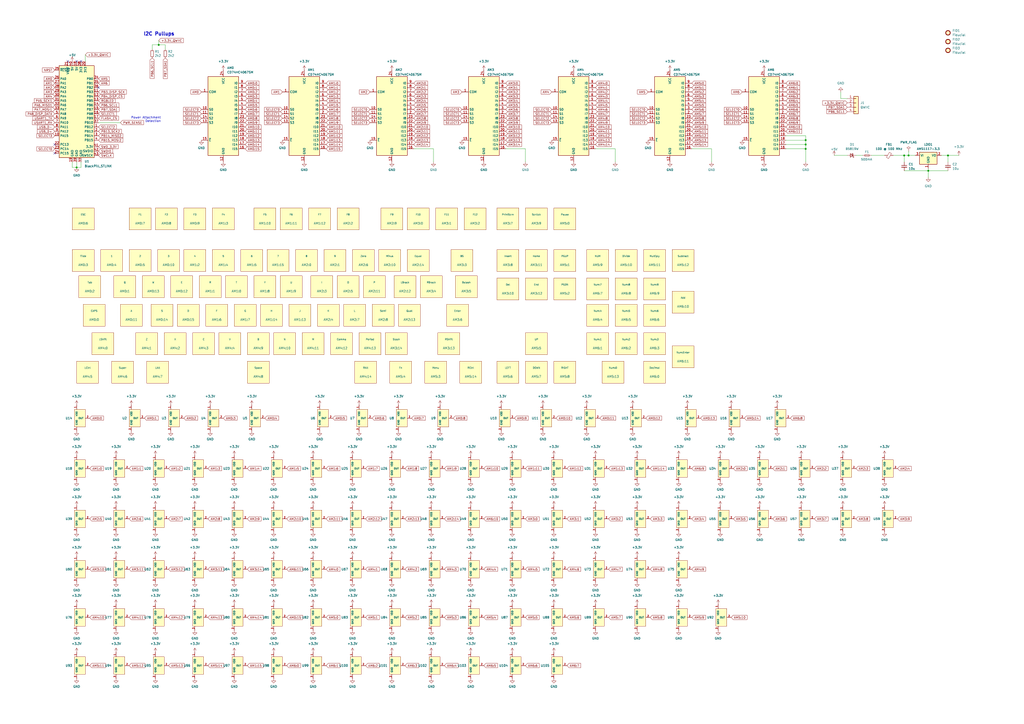
<source format=kicad_sch>
(kicad_sch (version 20231120) (generator "eeschema") (generator_version "8.0")
  (paper "A2")
  (junction (at 524.51 90.17))
  (junction (at 467.36 86.36))
  (junction (at 44.45 97.155))
  (junction (at 467.36 81.28))
  (junction (at 527.05 90.17))
  (junction (at 538.48 99.06))
  (junction (at 467.36 83.82))
  (junction (at 549.91 90.17))
  (junction (at 92.075 26.035))
  (no_connect (at 31.75 83.82))
  (no_connect (at 46.99 35.56))
  (no_connect (at 39.37 35.56))
  (no_connect (at 31.75 88.9))
  (no_connect (at 44.45 35.56))
  (no_connect (at 57.15 50.8))
  (wire (pts (xy 487.68 57.15) (xy 487.68 53.34)))
  (wire (pts (xy 505.46 90.17) (xy 513.08 90.17)))
  (wire (pts (xy 538.48 99.06) (xy 549.91 99.06)))
  (wire (pts (xy 527.05 90.17) (xy 530.86 90.17)))
  (wire (pts (xy 401.32 86.36) (xy 412.75 86.36)))
  (wire (pts (xy 546.1 90.17) (xy 549.91 90.17)))
  (wire (pts (xy 412.75 86.36) (xy 412.75 93.98)))
  (wire (pts (xy 92.075 26.035) (xy 95.885 26.035)))
  (wire (pts (xy 92.075 23.495) (xy 92.075 26.035)))
  (wire (pts (xy 455.93 86.36) (xy 467.36 86.36)))
  (wire (pts (xy 524.51 99.06) (xy 538.48 99.06)))
  (wire (pts (xy 455.93 78.74) (xy 467.36 78.74)))
  (wire (pts (xy 44.45 93.98) (xy 44.45 97.155)))
  (wire (pts (xy 518.16 90.17) (xy 524.51 90.17)))
  (wire (pts (xy 527.05 87.63) (xy 527.05 90.17)))
  (wire (pts (xy 467.36 83.82) (xy 467.36 86.36)))
  (wire (pts (xy 46.99 97.155) (xy 44.45 97.155)))
  (wire (pts (xy 95.885 26.035) (xy 95.885 28.575)))
  (wire (pts (xy 49.53 35.56) (xy 49.53 31.75)))
  (wire (pts (xy 491.49 57.15) (xy 487.68 57.15)))
  (wire (pts (xy 88.265 26.035) (xy 88.265 28.575)))
  (wire (pts (xy 455.93 83.82) (xy 467.36 83.82)))
  (wire (pts (xy 251.46 86.36) (xy 251.46 93.98)))
  (wire (pts (xy 549.91 90.17) (xy 556.26 90.17)))
  (wire (pts (xy 467.36 86.36) (xy 467.36 93.98)))
  (wire (pts (xy 538.48 97.79) (xy 538.48 99.06)))
  (wire (pts (xy 467.36 78.74) (xy 467.36 81.28)))
  (wire (pts (xy 483.87 90.17) (xy 491.49 90.17)))
  (wire (pts (xy 467.36 81.28) (xy 467.36 83.82)))
  (wire (pts (xy 538.48 99.06) (xy 538.48 102.87)))
  (wire (pts (xy 293.37 86.36) (xy 304.8 86.36)))
  (wire (pts (xy 549.91 90.17) (xy 549.91 93.98)))
  (wire (pts (xy 240.03 86.36) (xy 251.46 86.36)))
  (wire (pts (xy 455.93 81.28) (xy 467.36 81.28)))
  (wire (pts (xy 41.91 97.155) (xy 44.45 97.155)))
  (wire (pts (xy 524.51 90.17) (xy 524.51 93.98)))
  (wire (pts (xy 92.075 26.035) (xy 88.265 26.035)))
  (wire (pts (xy 304.8 86.36) (xy 304.8 93.98)))
  (wire (pts (xy 496.57 90.17) (xy 500.38 90.17)))
  (wire (pts (xy 345.44 86.36) (xy 356.87 86.36)))
  (wire (pts (xy 356.87 86.36) (xy 356.87 93.98)))
  (wire (pts (xy 41.91 93.98) (xy 41.91 97.155)))
  (wire (pts (xy 69.85 71.12) (xy 57.15 71.12)))
  (wire (pts (xy 524.51 90.17) (xy 527.05 90.17)))
  (wire (pts (xy 46.99 93.98) (xy 46.99 97.155)))
  (text "Power Attachment\nDetection" (at 93.345 71.12 0) (effects (font (size 1.27 1.27)) (justify right bottom)))
  (text "I2C Pullups" (at 83.185 20.955 0) (effects (font (size 2.0066 2.0066) (thickness 0.4013) (bold yes)) (justify left bottom)))
  (global_label "AM2:9" (shape input) (at 143.51 300.99 0) (property "Intersheetrefs" "${INTERSHEET_REFS}" (effects (hide yes))))
  (global_label "AM2:14" (shape input) (at 257.81 300.99 0) (property "Intersheetrefs" "${INTERSHEET_REFS}" (effects (hide yes))))
  (global_label "AM4:6" (shape input) (at 328.93 330.2 0) (property "Intersheetrefs" "${INTERSHEET_REFS}" (effects (hide yes))))
  (global_label "SELECT3" (shape input) (at 214.63 71.12 180) (property "Intersheetrefs" "${INTERSHEET_REFS}" (effects (hide yes))))
  (global_label "AM0:10" (shape input) (at 322.58 242.57 0) (property "Intersheetrefs" "${INTERSHEET_REFS}" (effects (hide yes))))
  (global_label "AM5:1" (shape input) (at 401.32 50.8 0) (property "Intersheetrefs" "${INTERSHEET_REFS}" (effects (hide yes))))
  (global_label "AM1:12" (shape input) (at 328.93 271.78 0) (property "Intersheetrefs" "${INTERSHEET_REFS}" (effects (hide yes))))
  (global_label "AM4:10" (shape input) (at 52.07 358.14 0) (property "Intersheetrefs" "${INTERSHEET_REFS}" (effects (hide yes))))
  (global_label "AM6:5" (shape input) (at 455.93 60.96 0) (property "Intersheetrefs" "${INTERSHEET_REFS}" (effects (hide yes))))
  (global_label "+3.3V_QWIIC" (shape input) (at 49.53 31.75 0) (property "Intersheetrefs" "${INTERSHEET_REFS}" (effects (hide yes))))
  (global_label "SWD_3.3V" (shape input) (at 57.15 85.09 0) (property "Intersheetrefs" "${INTERSHEET_REFS}" (effects (hide yes))))
  (global_label "AM4:12" (shape input) (at 97.79 358.14 0) (property "Intersheetrefs" "${INTERSHEET_REFS}" (effects (hide yes))))
  (global_label "AM0:2" (shape input) (at 142.24 53.34 0) (property "Intersheetrefs" "${INTERSHEET_REFS}" (effects (hide yes))))
  (global_label "AM1" (shape input) (at 163.83 53.34 180) (property "Intersheetrefs" "${INTERSHEET_REFS}" (effects (hide yes))))
  (global_label "AM3:6" (shape input) (at 448.31 300.99 0) (property "Intersheetrefs" "${INTERSHEET_REFS}" (effects (hide yes))))
  (global_label "AM1:0" (shape input) (at 189.23 48.26 0) (property "Intersheetrefs" "${INTERSHEET_REFS}" (effects (hide yes))))
  (global_label "AM5:6" (shape input) (at 328.93 358.14 0) (property "Intersheetrefs" "${INTERSHEET_REFS}" (effects (hide yes))))
  (global_label "AM4" (shape input) (at 31.75 55.88 180) (property "Intersheetrefs" "${INTERSHEET_REFS}" (effects (hide yes))))
  (global_label "AM6:10" (shape input) (at 455.93 73.66 0) (property "Intersheetrefs" "${INTERSHEET_REFS}" (effects (hide yes))))
  (global_label "AM5:13" (shape input) (at 97.79 386.08 0) (property "Intersheetrefs" "${INTERSHEET_REFS}" (effects (hide yes))))
  (global_label "AM0:3" (shape input) (at 129.54 242.57 0) (property "Intersheetrefs" "${INTERSHEET_REFS}" (effects (hide yes))))
  (global_label "NRST" (shape input) (at 31.75 40.64 180) (property "Intersheetrefs" "${INTERSHEET_REFS}" (effects (hide yes))))
  (global_label "AM4:0" (shape input) (at 345.44 48.26 0) (property "Intersheetrefs" "${INTERSHEET_REFS}" (effects (hide yes))))
  (global_label "AM1:10" (shape input) (at 280.67 271.78 0) (property "Intersheetrefs" "${INTERSHEET_REFS}" (effects (hide yes))))
  (global_label "AM4:10" (shape input) (at 345.44 73.66 0) (property "Intersheetrefs" "${INTERSHEET_REFS}" (effects (hide yes))))
  (global_label "AM5:0" (shape input) (at 189.23 358.14 0) (property "Intersheetrefs" "${INTERSHEET_REFS}" (effects (hide yes))))
  (global_label "SELECT2" (shape input) (at 214.63 68.58 180) (property "Intersheetrefs" "${INTERSHEET_REFS}" (effects (hide yes))))
  (global_label "USB_D-" (shape input) (at 31.75 73.66 180) (property "Intersheetrefs" "${INTERSHEET_REFS}" (effects (hide yes))))
  (global_label "AM4" (shape input) (at 320.04 53.34 180) (property "Intersheetrefs" "${INTERSHEET_REFS}" (effects (hide yes))))
  (global_label "SELECT2" (shape input) (at 163.83 68.58 180) (property "Intersheetrefs" "${INTERSHEET_REFS}" (effects (hide yes))))
  (global_label "AM6:9" (shape input) (at 401.32 271.78 0) (property "Intersheetrefs" "${INTERSHEET_REFS}" (effects (hide yes))))
  (global_label "AM6:4" (shape input) (at 257.81 386.08 0) (property "Intersheetrefs" "${INTERSHEET_REFS}" (effects (hide yes))))
  (global_label "PB15_MOSI2" (shape input) (at 57.15 81.28 0) (property "Intersheetrefs" "${INTERSHEET_REFS}" (effects (hide yes))))
  (global_label "AM0:6" (shape input) (at 215.9 242.57 0) (property "Intersheetrefs" "${INTERSHEET_REFS}" (effects (hide yes))))
  (global_label "AM3:7" (shape input) (at 472.44 300.99 0) (property "Intersheetrefs" "${INTERSHEET_REFS}" (effects (hide yes))))
  (global_label "AM5:12" (shape input) (at 401.32 78.74 0) (property "Intersheetrefs" "${INTERSHEET_REFS}" (effects (hide yes))))
  (global_label "SELECT0" (shape input) (at 320.04 63.5 180) (property "Intersheetrefs" "${INTERSHEET_REFS}" (effects (hide yes))))
  (global_label "AM0:0" (shape input) (at 52.07 242.57 0) (property "Intersheetrefs" "${INTERSHEET_REFS}" (effects (hide yes))))
  (global_label "AM0:5" (shape input) (at 142.24 60.96 0) (property "Intersheetrefs" "${INTERSHEET_REFS}" (effects (hide yes))))
  (global_label "AM2" (shape input) (at 214.63 53.34 180) (property "Intersheetrefs" "${INTERSHEET_REFS}" (effects (hide yes))))
  (global_label "AM3:9" (shape input) (at 520.7 300.99 0) (property "Intersheetrefs" "${INTERSHEET_REFS}" (effects (hide yes))))
  (global_label "AM0:9" (shape input) (at 142.24 71.12 0) (property "Intersheetrefs" "${INTERSHEET_REFS}" (effects (hide yes))))
  (global_label "AM2:0" (shape input) (at 240.03 48.26 0) (property "Intersheetrefs" "${INTERSHEET_REFS}" (effects (hide yes))))
  (global_label "AM2:1" (shape input) (at 448.31 271.78 0) (property "Intersheetrefs" "${INTERSHEET_REFS}" (effects (hide yes))))
  (global_label "AM0:1" (shape input) (at 83.82 242.57 0) (property "Intersheetrefs" "${INTERSHEET_REFS}" (effects (hide yes))))
  (global_label "AM1:7" (shape input) (at 212.09 271.78 0) (property "Intersheetrefs" "${INTERSHEET_REFS}" (effects (hide yes))))
  (global_label "AM5" (shape input) (at 375.92 53.34 180) (property "Intersheetrefs" "${INTERSHEET_REFS}" (effects (hide yes))))
  (global_label "AM1:6" (shape input) (at 189.23 271.78 0) (property "Intersheetrefs" "${INTERSHEET_REFS}" (effects (hide yes))))
  (global_label "SWCLK" (shape input) (at 57.15 90.17 0) (property "Intersheetrefs" "${INTERSHEET_REFS}" (effects (hide yes))))
  (global_label "SELECT2" (shape input) (at 57.15 73.66 0) (property "Intersheetrefs" "${INTERSHEET_REFS}" (effects (hide yes))))
  (global_label "AM3:8" (shape input) (at 293.37 68.58 0) (property "Intersheetrefs" "${INTERSHEET_REFS}" (effects (hide yes))))
  (global_label "FLASH_CS" (shape input) (at 57.15 68.58 0) (property "Intersheetrefs" "${INTERSHEET_REFS}" (effects (hide yes))))
  (global_label "AM4:13" (shape input) (at 120.65 358.14 0) (property "Intersheetrefs" "${INTERSHEET_REFS}" (effects (hide yes))))
  (global_label "PA6_MISO1" (shape input) (at 31.75 60.96 180) (property "Intersheetrefs" "${INTERSHEET_REFS}" (effects (hide yes))))
  (global_label "SELECT2" (shape input) (at 267.97 68.58 180) (property "Intersheetrefs" "${INTERSHEET_REFS}" (effects (hide yes))))
  (global_label "AM2:12" (shape input) (at 212.09 300.99 0) (property "Intersheetrefs" "${INTERSHEET_REFS}" (effects (hide yes))))
  (global_label "AM0:12" (shape input) (at 142.24 78.74 0) (property "Intersheetrefs" "${INTERSHEET_REFS}" (effects (hide yes))))
  (global_label "AM4:3" (shape input) (at 257.81 330.2 0) (property "Intersheetrefs" "${INTERSHEET_REFS}" (effects (hide yes))))
  (global_label "AM6:6" (shape input) (at 304.8 386.08 0) (property "Intersheetrefs" "${INTERSHEET_REFS}" (effects (hide yes))))
  (global_label "AM3" (shape input) (at 31.75 53.34 180) (property "Intersheetrefs" "${INTERSHEET_REFS}" (effects (hide yes))))
  (global_label "SELECT3" (shape input) (at 430.53 71.12 180) (property "Intersheetrefs" "${INTERSHEET_REFS}" (effects (hide yes))))
  (global_label "AM6:7" (shape input) (at 328.93 386.08 0) (property "Intersheetrefs" "${INTERSHEET_REFS}" (effects (hide yes))))
  (global_label "+3.3V_QWIIC" (shape input) (at 92.075 23.495 0) (property "Intersheetrefs" "${INTERSHEET_REFS}" (effects (hide yes))))
  (global_label "AM1:5" (shape input) (at 189.23 60.96 0) (property "Intersheetrefs" "${INTERSHEET_REFS}" (effects (hide yes))))
  (global_label "SELECT3" (shape input) (at 320.04 71.12 180) (property "Intersheetrefs" "${INTERSHEET_REFS}" (effects (hide yes))))
  (global_label "SELECT1" (shape input) (at 116.84 66.04 180) (property "Intersheetrefs" "${INTERSHEET_REFS}" (effects (hide yes))))
  (global_label "AM0:11" (shape input) (at 142.24 76.2 0) (property "Intersheetrefs" "${INTERSHEET_REFS}" (effects (hide yes))))
  (global_label "AM4:8" (shape input) (at 377.19 330.2 0) (property "Intersheetrefs" "${INTERSHEET_REFS}" (effects (hide yes))))
  (global_label "AM2:2" (shape input) (at 240.03 53.34 0) (property "Intersheetrefs" "${INTERSHEET_REFS}" (effects (hide yes))))
  (global_label "AM3:4" (shape input) (at 401.32 300.99 0) (property "Intersheetrefs" "${INTERSHEET_REFS}" (effects (hide yes))))
  (global_label "AM6:11" (shape input) (at 166.37 330.2 0) (property "Intersheetrefs" "${INTERSHEET_REFS}" (effects (hide yes))))
  (global_label "AM4:9" (shape input) (at 345.44 71.12 0) (property "Intersheetrefs" "${INTERSHEET_REFS}" (effects (hide yes))))
  (global_label "PB7_SDA1" (shape input) (at 95.885 33.655 270) (property "Intersheetrefs" "${INTERSHEET_REFS}" (effects (hide yes))))
  (global_label "AM2" (shape input) (at 31.75 50.8 180) (property "Intersheetrefs" "${INTERSHEET_REFS}" (effects (hide yes))))
  (global_label "AM2:14" (shape input) (at 240.03 83.82 0) (property "Intersheetrefs" "${INTERSHEET_REFS}" (effects (hide yes))))
  (global_label "AM2:1" (shape input) (at 240.03 50.8 0) (property "Intersheetrefs" "${INTERSHEET_REFS}" (effects (hide yes))))
  (global_label "AM2:12" (shape input) (at 240.03 78.74 0) (property "Intersheetrefs" "${INTERSHEET_REFS}" (effects (hide yes))))
  (global_label "AM0:7" (shape input) (at 142.24 66.04 0) (property "Intersheetrefs" "${INTERSHEET_REFS}" (effects (hide yes))))
  (global_label "AM2:2" (shape input) (at 472.44 271.78 0) (property "Intersheetrefs" "${INTERSHEET_REFS}" (effects (hide yes))))
  (global_label "AM1:9" (shape input) (at 257.81 271.78 0) (property "Intersheetrefs" "${INTERSHEET_REFS}" (effects (hide yes))))
  (global_label "SELECT0" (shape input) (at 214.63 63.5 180) (property "Intersheetrefs" "${INTERSHEET_REFS}" (effects (hide yes))))
  (global_label "AM0:8" (shape input) (at 262.89 242.57 0) (property "Intersheetrefs" "${INTERSHEET_REFS}" (effects (hide yes))))
  (global_label "AM0:6" (shape input) (at 142.24 63.5 0) (property "Intersheetrefs" "${INTERSHEET_REFS}" (effects (hide yes))))
  (global_label "AM2:10" (shape input) (at 240.03 73.66 0) (property "Intersheetrefs" "${INTERSHEET_REFS}" (effects (hide yes))))
  (global_label "AM6:5" (shape input) (at 280.67 386.08 0) (property "Intersheetrefs" "${INTERSHEET_REFS}" (effects (hide yes))))
  (global_label "AM3:12" (shape input) (at 97.79 330.2 0) (property "Intersheetrefs" "${INTERSHEET_REFS}" (effects (hide yes))))
  (global_label "AM3:3" (shape input) (at 293.37 55.88 0) (property "Intersheetrefs" "${INTERSHEET_REFS}" (effects (hide yes))))
  (global_label "AM0:4" (shape input) (at 153.67 242.57 0) (property "Intersheetrefs" "${INTERSHEET_REFS}" (effects (hide yes))))
  (global_label "AM5:7" (shape input) (at 401.32 66.04 0) (property "Intersheetrefs" "${INTERSHEET_REFS}" (effects (hide yes))))
  (global_label "AM1:3" (shape input) (at 189.23 55.88 0) (property "Intersheetrefs" "${INTERSHEET_REFS}" (effects (hide yes))))
  (global_label "AM5:14" (shape input) (at 401.32 83.82 0) (property "Intersheetrefs" "${INTERSHEET_REFS}" (effects (hide yes))))
  (global_label "SELECT2" (shape input) (at 116.84 68.58 180) (property "Intersheetrefs" "${INTERSHEET_REFS}" (effects (hide yes))))
  (global_label "AM2:4" (shape input) (at 520.7 271.78 0) (property "Intersheetrefs" "${INTERSHEET_REFS}" (effects (hide yes))))
  (global_label "AM0:13" (shape input) (at 142.24 81.28 0) (property "Intersheetrefs" "${INTERSHEET_REFS}" (effects (hide yes))))
  (global_label "AM0:7" (shape input) (at 238.76 242.57 0) (property "Intersheetrefs" "${INTERSHEET_REFS}" (effects (hide yes))))
  (global_label "AM1:4" (shape input) (at 189.23 58.42 0) (property "Intersheetrefs" "${INTERSHEET_REFS}" (effects (hide yes))))
  (global_label "AM5:14" (shape input) (at 120.65 386.08 0) (property "Intersheetrefs" "${INTERSHEET_REFS}" (effects (hide yes))))
  (global_label "AM4:2" (shape input) (at 345.44 53.34 0) (property "Intersheetrefs" "${INTERSHEET_REFS}" (effects (hide yes))))
  (global_label "AM4:4" (shape input) (at 280.67 330.2 0) (property "Intersheetrefs" "${INTERSHEET_REFS}" (effects (hide yes))))
  (global_label "AM1:1" (shape input) (at 74.93 271.78 0) (property "Intersheetrefs" "${INTERSHEET_REFS}" (effects (hide yes))))
  (global_label "SELECT3" (shape input) (at 163.83 71.12 180) (property "Intersheetrefs" "${INTERSHEET_REFS}" (effects (hide yes))))
  (global_label "PB4_DISP_CS" (shape input) (at 57.15 55.88 0) (property "Intersheetrefs" "${INTERSHEET_REFS}" (effects (hide yes))))
  (global_label "+3.3V_QWIIC" (shape input) (at 491.49 59.69 180) (property "Intersheetrefs" "${INTERSHEET_REFS}" (effects (hide yes))))
  (global_label "SELECT0" (shape input) (at 31.75 86.36 180) (property "Intersheetrefs" "${INTERSHEET_REFS}" (effects (hide yes))))
  (global_label "AM6" (shape input) (at 57.15 48.26 0) (property "Intersheetrefs" "${INTERSHEET_REFS}" (effects (hide yes))))
  (global_label "AM4:14" (shape input) (at 143.51 358.14 0) (property "Intersheetrefs" "${INTERSHEET_REFS}" (effects (hide yes))))
  (global_label "AM1:14" (shape input) (at 189.23 83.82 0) (property "Intersheetrefs" "${INTERSHEET_REFS}" (effects (hide yes))))
  (global_label "AM3:1" (shape input) (at 328.93 300.99 0) (property "Intersheetrefs" "${INTERSHEET_REFS}" (effects (hide yes))))
  (global_label "AM3:6" (shape input) (at 293.37 63.5 0) (property "Intersheetrefs" "${INTERSHEET_REFS}" (effects (hide yes))))
  (global_label "AM0:10" (shape input) (at 142.24 73.66 0) (property "Intersheetrefs" "${INTERSHEET_REFS}" (effects (hide yes))))
  (global_label "AM4:0" (shape input) (at 189.23 330.2 0) (property "Intersheetrefs" "${INTERSHEET_REFS}" (effects (hide yes))))
  (global_label "AM6:9" (shape input) (at 455.93 71.12 0) (property "Intersheetrefs" "${INTERSHEET_REFS}" (effects (hide yes))))
  (global_label "PB14_MISO2" (shape input) (at 57.15 78.74 0) (property "Intersheetrefs" "${INTERSHEET_REFS}" (effects (hide yes))))
  (global_label "AM2:11" (shape input) (at 189.23 300.99 0) (property "Intersheetrefs" "${INTERSHEET_REFS}" (effects (hide yes))))
  (global_label "AM0:3" (shape input) (at 142.24 55.88 0) (property "Intersheetrefs" "${INTERSHEET_REFS}" (effects (hide yes))))
  (global_label "AM5:4" (shape input) (at 280.67 358.14 0) (property "Intersheetrefs" "${INTERSHEET_REFS}" (effects (hide yes))))
  (global_label "AM3:2" (shape input) (at 353.06 300.99 0) (property "Intersheetrefs" "${INTERSHEET_REFS}" (effects (hide yes))))
  (global_label "SELECT1" (shape input) (at 214.63 66.04 180) (property "Intersheetrefs" "${INTERSHEET_REFS}" (effects (hide yes))))
  (global_label "AM4:4" (shape input) (at 345.44 58.42 0) (property "Intersheetrefs" "${INTERSHEET_REFS}" (effects (hide yes))))
  (global_label "AM4:6" (shape input) (at 345.44 63.5 0) (property "Intersheetrefs" "${INTERSHEET_REFS}" (effects (hide yes))))
  (global_label "AM1:15" (shape input) (at 143.51 386.08 0) (property "Intersheetrefs" "${INTERSHEET_REFS}" (effects (hide yes))))
  (global_label "AM0:8" (shape input) (at 142.24 68.58 0) (property "Intersheetrefs" "${INTERSHEET_REFS}" (effects (hide yes))))
  (global_label "AM3:4" (shape input) (at 293.37 58.42 0) (property "Intersheetrefs" "${INTERSHEET_REFS}" (effects (hide yes))))
  (global_label "SELECT0" (shape input) (at 116.84 63.5 180) (property "Intersheetrefs" "${INTERSHEET_REFS}" (effects (hide yes))))
  (global_label "PB7_SDA1" (shape input) (at 491.49 62.23 180) (property "Intersheetrefs" "${INTERSHEET_REFS}" (effects (hide yes))))
  (global_label "SELECT1" (shape input) (at 267.97 66.04 180) (property "Intersheetrefs" "${INTERSHEET_REFS}" (effects (hide yes))))
  (global_label "PB7_SDA1" (shape input) (at 57.15 63.5 0) (property "Intersheetrefs" "${INTERSHEET_REFS}" (effects (hide yes))))
  (global_label "AM1:3" (shape input) (at 120.65 271.78 0) (property "Intersheetrefs" "${INTERSHEET_REFS}" (effects (hide yes))))
  (global_label "AM0" (shape input) (at 116.84 53.34 180) (property "Intersheetrefs" "${INTERSHEET_REFS}" (effects (hide yes))))
  (global_label "AM4:12" (shape input) (at 345.44 78.74 0) (property "Intersheetrefs" "${INTERSHEET_REFS}" (effects (hide yes))))
  (global_label "AM1:2" (shape input) (at 189.23 53.34 0) (property "Intersheetrefs" "${INTERSHEET_REFS}" (effects (hide yes))))
  (global_label "AM3:10" (shape input) (at 52.07 330.2 0) (property "Intersheetrefs" "${INTERSHEET_REFS}" (effects (hide yes))))
  (global_label "AM6:3" (shape input) (at 455.93 55.88 0) (property "Intersheetrefs" "${INTERSHEET_REFS}" (effects (hide yes))))
  (global_label "PB3_DISP_SCK" (shape input) (at 57.15 53.34 0) (property "Intersheetrefs" "${INTERSHEET_REFS}" (effects (hide yes))))
  (global_label "AM5:0" (shape input) (at 401.32 48.26 0) (property "Intersheetrefs" "${INTERSHEET_REFS}" (effects (hide yes))))
  (global_label "AM1:11" (shape input) (at 189.23 76.2 0) (property "Intersheetrefs" "${INTERSHEET_REFS}" (effects (hide yes))))
  (global_label "AM2:7" (shape input) (at 97.79 300.99 0) (property "Intersheetrefs" "${INTERSHEET_REFS}" (effects (hide yes))))
  (global_label "AM6:1" (shape input) (at 455.93 50.8 0) (property "Intersheetrefs" "${INTERSHEET_REFS}" (effects (hide yes))))
  (global_label "AM0:1" (shape input) (at 142.24 50.8 0) (property "Intersheetrefs" "${INTERSHEET_REFS}" (effects (hide yes))))
  (global_label "AM1:10" (shape input) (at 189.23 73.66 0) (property "Intersheetrefs" "${INTERSHEET_REFS}" (effects (hide yes))))
  (global_label "AM4:2" (shape input) (at 234.95 330.2 0) (property "Intersheetrefs" "${INTERSHEET_REFS}" (effects (hide yes))))
  (global_label "AM3:5" (shape input) (at 293.37 60.96 0) (property "Intersheetrefs" "${INTERSHEET_REFS}" (effects (hide yes))))
  (global_label "AM5:9" (shape input) (at 401.32 71.12 0) (property "Intersheetrefs" "${INTERSHEET_REFS}" (effects (hide yes))))
  (global_label "AM1:8" (shape input) (at 234.95 271.78 0) (property "Intersheetrefs" "${INTERSHEET_REFS}" (effects (hide yes))))
  (global_label "AM0:0" (shape input) (at 142.24 48.26 0) (property "Intersheetrefs" "${INTERSHEET_REFS}" (effects (hide yes))))
  (global_label "AM3:1" (shape input) (at 293.37 50.8 0) (property "Intersheetrefs" "${INTERSHEET_REFS}" (effects (hide yes))))
  (global_label "PB6_SCL1" (shape input) (at 88.265 33.655 270) (property "Intersheetrefs" "${INTERSHEET_REFS}" (effects (hide yes))))
  (global_label "AM6:7" (shape input) (at 455.93 66.04 0) (property "Intersheetrefs" "${INTERSHEET_REFS}" (effects (hide yes))))
  (global_label "AM2:13" (shape input) (at 234.95 300.99 0) (property "Intersheetrefs" "${INTERSHEET_REFS}" (effects (hide yes))))
  (global_label "AM3:12" (shape input) (at 293.37 78.74 0) (property "Intersheetrefs" "${INTERSHEET_REFS}" (effects (hide yes))))
  (global_label "AM1:9" (shape input) (at 189.23 71.12 0) (property "Intersheetrefs" "${INTERSHEET_REFS}" (effects (hide yes))))
  (global_label "AM0:15" (shape input) (at 166.37 358.14 0) (property "Intersheetrefs" "${INTERSHEET_REFS}" (effects (hide yes))))
  (global_label "AM6:11" (shape input) (at 455.93 76.2 0) (property "Intersheetrefs" "${INTERSHEET_REFS}" (effects (hide yes))))
  (global_label "AM3:14" (shape input) (at 143.51 330.2 0) (property "Intersheetrefs" "${INTERSHEET_REFS}" (effects (hide yes))))
  (global_label "AM6:0" (shape input) (at 166.37 386.08 0) (property "Intersheetrefs" "${INTERSHEET_REFS}" (effects (hide yes))))
  (global_label "AM3:0" (shape input) (at 304.8 300.99 0) (property "Intersheetrefs" "${INTERSHEET_REFS}" (effects (hide yes))))
  (global_label "AM2:5" (shape input) (at 240.03 60.96 0) (property "Intersheetrefs" "${INTERSHEET_REFS}" (effects (hide yes))))
  (global_label "SWDIO" (shape input) (at 57.15 87.63 0) (property "Intersheetrefs" "${INTERSHEET_REFS}" (effects (hide yes))))
  (global_label "AM2:10" (shape input) (at 166.37 300.99 0) (property "Intersheetrefs" "${INTERSHEET_REFS}" (effects (hide yes))))
  (global_label "AM4:11" (shape input) (at 345.44 76.2 0) (property "Intersheetrefs" "${INTERSHEET_REFS}" (effects (hide yes))))
  (global_label "AM2:0" (shape input) (at 425.45 271.78 0) (property "Intersheetrefs" "${INTERSHEET_REFS}" (effects (hide yes))))
  (global_label "AM2:8" (shape input) (at 240.03 68.58 0) (property "Intersheetrefs" "${INTERSHEET_REFS}" (effects (hide yes))))
  (global_label "PB13_SCK2" (shape input) (at 57.15 76.2 0) (property "Intersheetrefs" "${INTERSHEET_REFS}" (effects (hide yes))))
  (global_label "AM2:3" (shape input) (at 240.03 55.88 0) (property "Intersheetrefs" "${INTERSHEET_REFS}" (effects (hide yes))))
  (global_label "AM0:11" (shape input) (at 347.98 242.57 0) (property "Intersheetrefs" "${INTERSHEET_REFS}" (effects (hide yes))))
  (global_label "AM6" (shape input) (at 430.53 53.34 180) (property "Intersheetrefs" "${INTERSHEET_REFS}" (effects (hide yes))))
  (global_label "AM4:3" (shape input) (at 345.44 55.88 0) (property "Intersheetrefs" "${INTERSHEET_REFS}" (effects (hide yes))))
  (global_label "AM1:0" (shape input) (at 52.07 271.78 0) (property "Intersheetrefs" "${INTERSHEET_REFS}" (effects (hide yes))))
  (global_label "AM6:0" (shape input) (at 455.93 48.26 0) (property "Intersheetrefs" "${INTERSHEET_REFS}" (effects (hide yes))))
  (global_label "USB_D+" (shape input) (at 31.75 76.2 180) (property "Intersheetrefs" "${INTERSHEET_REFS}" (effects (hide yes))))
  (global_label "SELECT3" (shape input) (at 267.97 71.12 180) (property "Intersheetrefs" "${INTERSHEET_REFS}" (effects (hide yes))))
  (global_label "AM2:11" (shape input) (at 240.03 76.2 0) (property "Intersheetrefs" "${INTERSHEET_REFS}" (effects (hide yes))))
  (global_label "AM4:8" (shape input) (at 345.44 68.58 0) (property "Intersheetrefs" "${INTERSHEET_REFS}" (effects (hide yes))))
  (global_label "AM1:8" (shape input) (at 189.23 68.58 0) (property "Intersheetrefs" "${INTERSHEET_REFS}" (effects (hide yes))))
  (global_label "AM1:5" (shape input) (at 166.37 271.78 0) (property "Intersheetrefs" "${INTERSHEET_REFS}" (effects (hide yes))))
  (global_label "SELECT0" (shape input) (at 430.53 63.5 180) (property "Intersheetrefs" "${INTERSHEET_REFS}" (effects (hide yes))))
  (global_label "AM3:11" (shape input) (at 293.37 76.2 0) (property "Intersheetrefs" "${INTERSHEET_REFS}" (effects (hide yes))))
  (global_label "AM1:1" (shape input) (at 189.23 50.8 0) (property "Intersheetrefs" "${INTERSHEET_REFS}" (effects (hide yes))))
  (global_label "AM4:11" (shape input) (at 74.93 358.14 0) (property "Intersheetrefs" "${INTERSHEET_REFS}" (effects (hide yes))))
  (global_label "PA7_MOSI1" (shape input) (at 31.75 63.5 180) (property "Intersheetrefs" "${INTERSHEET_REFS}" (effects (hide yes))))
  (global_label "AM1:13" (shape input) (at 189.23 81.28 0) (property "Intersheetrefs" "${INTERSHEET_REFS}" (effects (hide yes))))
  (global_label "AM5:3" (shape input) (at 257.81 358.14 0) (property "Intersheetrefs" "${INTERSHEET_REFS}" (effects (hide yes))))
  (global_label "AM6:4" (shape input) (at 455.93 58.42 0) (property "Intersheetrefs" "${INTERSHEET_REFS}" (effects (hide yes))))
  (global_label "AM0:9" (shape input) (at 298.45 242.57 0) (property "Intersheetrefs" "${INTERSHEET_REFS}" (effects (hide yes))))
  (global_label "AM6:8" (shape input) (at 455.93 68.58 0) (property "Intersheetrefs" "${INTERSHEET_REFS}" (effects (hide yes))))
  (global_label "PA8_DISP_DATA" (shape input) (at 31.75 66.04 180) (property "Intersheetrefs" "${INTERSHEET_REFS}" (effects (hide yes))))
  (global_label "AM3:3" (shape input) (at 377.19 300.99 0) (property "Intersheetrefs" "${INTERSHEET_REFS}" (effects (hide yes))))
  (global_label "AM1" (shape input) (at 31.75 48.26 180) (property "Intersheetrefs" "${INTERSHEET_REFS}" (effects (hide yes))))
  (global_label "AM2:9" (shape input) (at 240.03 71.12 0) (property "Intersheetrefs" "${INTERSHEET_REFS}" (effects (hide yes))))
  (global_label "AM2:3" (shape input) (at 496.57 271.78 0) (property "Intersheetrefs" "${INTERSHEET_REFS}" (effects (hide yes))))
  (global_label "AM6:6" (shape input) (at 455.93 63.5 0) (property "Intersheetrefs" "${INTERSHEET_REFS}" (effects (hide yes))))
  (global_label "AM5:1" (shape input) (at 212.09 358.14 0) (property "Intersheetrefs" "${INTERSHEET_REFS}" (effects (hide yes))))
  (global_label "AM5:10" (shape input) (at 401.32 73.66 0) (property "Intersheetrefs" "${INTERSHEET_REFS}" (effects (hide yes))))
  (global_label "SELECT1" (shape input) (at 320.04 66.04 180) (property "Intersheetrefs" "${INTERSHEET_REFS}" (effects (hide yes))))
  (global_label "AM2:13" (shape input) (at 240.03 81.28 0) (property "Intersheetrefs" "${INTERSHEET_REFS}" (effects (hide yes))))
  (global_label "AM0" (shape input) (at 31.75 45.72 180) (property "Intersheetrefs" "${INTERSHEET_REFS}" (effects (hide yes))))
  (global_label "USART1_RX" (shape input) (at 31.75 71.12 180) (property "Intersheetrefs" "${INTERSHEET_REFS}" (effects (hide yes))))
  (global_label "AM3" (shape input) (at 267.97 53.34 180) (property "Intersheetrefs" "${INTERSHEET_REFS}" (effects (hide yes))))
  (global_label "AM4:5" (shape input) (at 345.44 60.96 0) (property "Intersheetrefs" "${INTERSHEET_REFS}" (effects (hide yes))))
  (global_label "AM5:4" (shape input) (at 401.32 58.42 0) (property "Intersheetrefs" "${INTERSHEET_REFS}" (effects (hide yes))))
  (global_label "PWR_SENSE" (shape input) (at 69.85 71.12 0) (property "Intersheetrefs" "${INTERSHEET_REFS}" (effects (hide yes))))
  (global_label "AM0:2" (shape input) (at 106.68 242.57 0) (property "Intersheetrefs" "${INTERSHEET_REFS}" (effects (hide yes))))
  (global_label "AM4:7" (shape input) (at 353.06 330.2 0) (property "Intersheetrefs" "${INTERSHEET_REFS}" (effects (hide yes))))
  (global_label "AM6:3" (shape input) (at 234.95 386.08 0) (property "Intersheetrefs" "${INTERSHEET_REFS}" (effects (hide yes))))
  (global_label "AM5:3" (shape input) (at 401.32 55.88 0) (property "Intersheetrefs" "${INTERSHEET_REFS}" (effects (hide yes))))
  (global_label "AM3:0" (shape input) (at 293.37 48.26 0) (property "Intersheetrefs" "${INTERSHEET_REFS}" (effects (hide yes))))
  (global_label "SELECT1" (shape input) (at 57.15 66.04 0) (property "Intersheetrefs" "${INTERSHEET_REFS}" (effects (hide yes))))
  (global_label "SELECT1" (shape input) (at 430.53 66.04 180) (property "Intersheetrefs" "${INTERSHEET_REFS}" (effects (hide yes))))
  (global_label "AM2:5" (shape input) (at 52.07 300.99 0) (property "Intersheetrefs" "${INTERSHEET_REFS}" (effects (hide yes))))
  (global_label "AM1:6" (shape input) (at 189.23 63.5 0) (property "Intersheetrefs" "${INTERSHEET_REFS}" (effects (hide yes))))
  (global_label "SELECT1" (shape input) (at 375.92 66.04 180) (property "Intersheetrefs" "${INTERSHEET_REFS}" (effects (hide yes))))
  (global_label "AM5:10" (shape input) (at 424.18 358.14 0) (property "Intersheetrefs" "${INTERSHEET_REFS}" (effects (hide yes))))
  (global_label "PB6_SCL1" (shape input) (at 491.49 64.77 180) (property "Intersheetrefs" "${INTERSHEET_REFS}" (effects (hide yes))))
  (global_label "AM2:4" (shape input) (at 240.03 58.42 0) (property "Intersheetrefs" "${INTERSHEET_REFS}" (effects (hide yes))))
  (global_label "AM2:6" (shape input) (at 74.93 300.99 0) (property "Intersheetrefs" "${INTERSHEET_REFS}" (effects (hide yes))))
  (global_label "AM0:14" (shape input) (at 142.24 83.82 0) (property "Intersheetrefs" "${INTERSHEET_REFS}" (effects (hide yes))))
  (global_label "PA5_SCK1" (shape input) (at 31.75 58.42 180) (property "Intersheetrefs" "${INTERSHEET_REFS}" (effects (hide yes))))
  (global_label "AM6:1" (shape input) (at 189.23 386.08 0) (property "Intersheetrefs" "${INTERSHEET_REFS}" (effects (hide yes))))
  (global_label "AM3:2" (shape input) (at 293.37 53.34 0) (property "Intersheetrefs" "${INTERSHEET_REFS}" (effects (hide yes))))
  (global_label "SELECT0" (shape input) (at 267.97 63.5 180) (property "Intersheetrefs" "${INTERSHEET_REFS}" (effects (hide yes))))
  (global_label "AM1:7" (shape input) (at 189.23 66.04 0) (property "Intersheetrefs" "${INTERSHEET_REFS}" (effects (hide yes))))
  (global_label "AM4:9" (shape input) (at 401.32 330.2 0) (property "Intersheetrefs" "${INTERSHEET_REFS}" (effects (hide yes))))
  (global_label "AM3:14" (shape input) (at 293.37 83.82 0) (property "Intersheetrefs" "${INTERSHEET_REFS}" (effects (hide yes))))
  (global_label "AM5:6" (shape input) (at 401.32 63.5 0) (property "Intersheetrefs" "${INTERSHEET_REFS}" (effects (hide yes))))
  (global_label "AM0:4" (shape input) (at 142.24 58.42 0) (property "Intersheetrefs" "${INTERSHEET_REFS}" (effects (hide yes))))
  (global_label "AM6:8" (shape input) (at 458.47 242.57 0) (property "Intersheetrefs" "${INTERSHEET_REFS}" (effects (hide yes))))
  (global_label "AM6:2" (shape input) (at 455.93 53.34 0) (property "Intersheetrefs" "${INTERSHEET_REFS}" (effects (hide yes))))
  (global_label "AM1:14" (shape input) (at 377.19 271.78 0) (property "Intersheetrefs" "${INTERSHEET_REFS}" (effects (hide yes))))
  (global_label "SELECT3" (shape input) (at 116.84 71.12 180) (property "Intersheetrefs" "${INTERSHEET_REFS}" (effects (hide yes))))
  (global_label "AM5:8" (shape input) (at 377.19 358.14 0) (property "Intersheetrefs" "${INTERSHEET_REFS}" (effects (hide yes))))
  (global_label "AM5" (shape input) (at 57.15 45.72 0) (property "Intersheetrefs" "${INTERSHEET_REFS}" (effects (hide yes))))
  (global_label "AM5:5" (shape input) (at 401.32 60.96 0) (property "Intersheetrefs" "${INTERSHEET_REFS}" (effects (hide yes))))
  (global_label "AM0:12" (shape input) (at 374.65 242.57 0) (property "Intersheetrefs" "${INTERSHEET_REFS}" (effects (hide yes))))
  (global_label "AM5:11" (shape input) (at 52.07 386.08 0) (property "Intersheetrefs" "${INTERSHEET_REFS}" (effects (hide yes))))
  (global_label "AM3:7" (shape input) (at 293.37 66.04 0) (property "Intersheetrefs" "${INTERSHEET_REFS}" (effects (hide yes))))
  (global_label "AM1:11" (shape input) (at 304.8 271.78 0) (property "Intersheetrefs" "${INTERSHEET_REFS}" (effects (hide yes))))
  (global_label "SELECT3" (shape input) (at 375.92 71.12 180) (property "Intersheetrefs" "${INTERSHEET_REFS}" (effects (hide yes))))
  (global_label "AM5:11" (shape input) (at 401.32 76.2 0) (property "Intersheetrefs" "${INTERSHEET_REFS}" (effects (hide yes))))
  (global_label "AM6:2" (shape input) (at 212.09 386.08 0) (property "Intersheetrefs" "${INTERSHEET_REFS}" (effects (hide yes))))
  (global_label "AM2:7" (shape input) (at 240.03 66.04 0) (property "Intersheetrefs" "${INTERSHEET_REFS}" (effects (hide yes))))
  (global_label "PB6_SCL1" (shape input) (at 57.15 60.96 0) (property "Intersheetrefs" "${INTERSHEET_REFS}" (effects (hide yes))))
  (global_label "AM4:14" (shape input) (at 345.44 83.82 0) (property "Intersheetrefs" "${INTERSHEET_REFS}" (effects (hide yes))))
  (global_label "AM3:11" (shape input) (at 74.93 330.2 0) (property "Intersheetrefs" "${INTERSHEET_REFS}" (effects (hide yes))))
  (global_label "AM4:1" (shape input) (at 212.09 330.2 0) (property "Intersheetrefs" "${INTERSHEET_REFS}" (effects (hide yes))))
  (global_label "RGBLED" (shape input) (at 57.15 58.42 0) (property "Intersheetrefs" "${INTERSHEET_REFS}" (effects (hide yes))))
  (global_label "AM0:13" (shape input) (at 406.4 242.57 0) (property "Intersheetrefs" "${INTERSHEET_REFS}" (effects (hide yes))))
  (global_label "AM5:12" (shape input) (at 74.93 386.08 0) (property "Intersheetrefs" "${INTERSHEET_REFS}" (effects (hide yes))))
  (global_label "AM0:15" (shape input) (at 142.24 86.36 0) (property "Intersheetrefs" "${INTERSHEET_REFS}" (effects (hide yes))))
  (global_label "AM5:13" (shape input) (at 401.32 81.28 0) (property "Intersheetrefs" "${INTERSHEET_REFS}" (effects (hide yes))))
  (global_label "AM3:8" (shape input) (at 496.57 300.99 0) (property "Intersheetrefs" "${INTERSHEET_REFS}" (effects (hide yes))))
  (global_label "AM3:10" (shape input) (at 293.37 73.66 0) (property "Intersheetrefs" "${INTERSHEET_REFS}" (effects (hide yes))))
  (global_label "AM0:5" (shape input) (at 193.04 242.57 0) (property "Intersheetrefs" "${INTERSHEET_REFS}" (effects (hide yes))))
  (global_label "AM6:10" (shape input) (at 280.67 300.99 0) (property "Intersheetrefs" "${INTERSHEET_REFS}" (effects (hide yes))))
  (global_label "AM4:13" (shape input) (at 345.44 81.28 0) (property "Intersheetrefs" "${INTERSHEET_REFS}" (effects (hide yes))))
  (global_label "AM0:14" (shape input) (at 431.8 242.57 0) (property "Intersheetrefs" "${INTERSHEET_REFS}" (effects (hide yes))))
  (global_label "AM1:4" (shape input) (at 143.51 271.78 0) (property "Intersheetrefs" "${INTERSHEET_REFS}" (effects (hide yes))))
  (global_label "AM1:2" (shape input) (at 97.79 271.78 0) (property "Intersheetrefs" "${INTERSHEET_REFS}" (effects (hide yes))))
  (global_label "AM1:15" (shape input) (at 189.23 86.36 0) (property "Intersheetrefs" "${INTERSHEET_REFS}" (effects (hide yes))))
  (global_label "AM3:9" (shape input) (at 293.37 71.12 0) (property "Intersheetrefs" "${INTERSHEET_REFS}" (effects (hide yes))))
  (global_label "AM5:5" (shape input) (at 304.8 358.14 0) (property "Intersheetrefs" "${INTERSHEET_REFS}" (effects (hide yes))))
  (global_label "SELECT1" (shape input) (at 163.83 66.04 180) (property "Intersheetrefs" "${INTERSHEET_REFS}" (effects (hide yes))))
  (global_label "SELECT0" (shape input) (at 163.83 63.5 180) (property "Intersheetrefs" "${INTERSHEET_REFS}" (effects (hide yes))))
  (global_label "AM5:8" (shape input) (at 401.32 68.58 0) (property "Intersheetrefs" "${INTERSHEET_REFS}" (effects (hide yes))))
  (global_label "AM3:13" (shape input) (at 293.37 81.28 0) (property "Intersheetrefs" "${INTERSHEET_REFS}" (effects (hide yes))))
  (global_label "SELECT3" (shape input) (at 31.75 78.74 180) (property "Intersheetrefs" "${INTERSHEET_REFS}" (effects (hide yes))))
  (global_label "AM4:5" (shape input) (at 304.8 330.2 0) (property "Intersheetrefs" "${INTERSHEET_REFS}" (effects (hide yes))))
  (global_label "AM1:13" (shape input) (at 353.06 271.78 0) (property "Intersheetrefs" "${INTERSHEET_REFS}" (effects (hide yes))))
  (global_label "AM5:7" (shape input) (at 353.06 358.14 0) (property "Intersheetrefs" "${INTERSHEET_REFS}" (effects (hide yes))))
  (global_label "AM3:5" (shape input) (at 425.45 300.99 0) (property "Intersheetrefs" "${INTERSHEET_REFS}" (effects (hide yes))))
  (global_label "SELECT2" (shape input) (at 375.92 68.58 180) (property "Intersheetrefs" "${INTERSHEET_REFS}" (effects (hide yes))))
  (global_label "AM5:9" (shape input) (at 401.32 358.14 0) (property "Intersheetrefs" "${INTERSHEET_REFS}" (effects (hide yes))))
  (global_label "AM4:1" (shape input) (at 345.44 50.8 0) (property "Intersheetrefs" "${INTERSHEET_REFS}" (effects (hide yes))))
  (global_label "AM1:12" (shape input) (at 189.23 78.74 0) (property "Intersheetrefs" "${INTERSHEET_REFS}" (effects (hide yes))))
  (global_label "SELECT2" (shape input) (at 320.04 68.58 180) (property "Intersheetrefs" "${INTERSHEET_REFS}" (effects (hide yes))))
  (global_label "SELECT0" (shape input) (at 375.92 63.5 180) (property "Intersheetrefs" "${INTERSHEET_REFS}" (effects (hide yes))))
  (global_label "AM2:6" (shape input) (at 240.03 63.5 0) (property "Intersheetrefs" "${INTERSHEET_REFS}" (effects (hide yes))))
  (global_label "AM4:7" (shape input) (at 345.44 66.04 0) (property "Intersheetrefs" "${INTERSHEET_REFS}" (effects (hide yes))))
  (global_label "SELECT2" (shape input) (at 430.53 68.58 180) (property "Intersheetrefs" "${INTERSHEET_REFS}" (effects (hide yes))))
  (global_label "AM2:8" (shape input) (at 120.65 300.99 0) (property "Intersheetrefs" "${INTERSHEET_REFS}" (effects (hide yes))))
  (global_label "AM5:2" (shape input) (at 401.32 53.34 0) (property "Intersheetrefs" "${INTERSHEET_REFS}" (effects (hide yes))))
  (global_label "AM3:13" (shape input) (at 120.65 330.2 0) (property "Intersheetrefs" "${INTERSHEET_REFS}" (effects (hide yes))))
  (global_label "AM5:2" (shape input) (at 234.95 358.14 0) (property "Intersheetrefs" "${INTERSHEET_REFS}" (effects (hide yes))))
  (global_label "USART1_TX" (shape input) (at 31.75 68.58 180) (property "Intersheetrefs" "${INTERSHEET_REFS}" (effects (hide yes))))
  (symbol (lib_id "power:GND") (at 113.03 279.4 0) (unit 1)
    (property "Reference" "#PWR064" (effects (hide yes)))
    (property "Value" "GND" (at 113.03 283.9625 0))
  )
  (symbol (lib_id "power:+3.3V") (at 181.61 293.37 0) (unit 1)
    (property "Reference" "#PWR0111" (effects (hide yes)))
    (property "Value" "+3.3V" (at 181.61 288.29 0))
    (property "Description" "Power symbol creates a global label with name \"+3.3V\"" (effects (hide yes)))
  )
  (symbol (lib_id "Device:D_Schottky_Small") (at 494.03 90.17 180) (unit 1)
    (property "Reference" "D1" (at 494.284 83.82 0))
    (property "Value" "B5819W" (at 494.284 86.36 0))
    (property "Footprint" "Diode_SMD:D_SOD-123" (effects (hide yes)))
    (property "Description" "Schottky diode, small symbol" (effects (hide yes)))
  )
  (symbol (lib_id "power:+3.3V") (at 440.69 264.16 0) (unit 1)
    (property "Reference" "#PWR091" (effects (hide yes)))
    (property "Value" "+3.3V" (at 440.69 259.08 0))
    (property "Description" "Power symbol creates a global label with name \"+3.3V\"" (effects (hide yes)))
  )
  (symbol (lib_id "voidswitch:VoidSwitch") (at 250.19 166.37 0) (unit 1)
    (property "Reference" "AM3:4" (at 250.19 168.91 0))
    (property "Value" "RBrack" (at 250.19 163.83 0) (effects (font (size 0.9906 0.9906))))
    (property "Footprint" "void_switch:VoidSwitch_1u_SMD" (effects (hide yes)))
    (property "NOTE" "Replace \"AM0:0\" with the actual MUX pin" (effects (hide yes)))
  )
  (symbol (lib_id "49e:Hall_Sensor") (at 229.87 271.78 0) (unit 1)
    (property "Reference" "U26" (at 224.79 271.7799 0) (effects (justify right)))
    (property "Value" "Hall_Sensor" (effects (hide yes)))
    (property "Footprint" "Package_TO_SOT_SMD:SOT-23" (effects (hide yes)))
    (property "Description" "3-pin Linear Hall Effect Sensor" (effects (hide yes)))
    (property "LCSC Part" "C266230" (effects (hide yes)))
    (property "MPN" "GH39FKSW" (effects (hide yes)))
    (property "Notes" "Alternate part: OH49E-S (C85573)" (effects (hide yes)))
  )
  (symbol (lib_id "Mechanical:Fiducial") (at 549.91 19.05 0) (unit 1) (exclude_from_sim yes) (in_bom no)
    (property "Reference" "FID1" (at 552.45 17.7799 0) (effects (justify left)))
    (property "Value" "Fiducial" (at 552.45 20.3199 0) (effects (justify left)))
    (property "Footprint" "Fiducial:Fiducial_1mm_Mask2mm" (effects (hide yes)))
    (property "Description" "Fiducial Marker" (effects (hide yes)))
  )
  (symbol (lib_id "49e:Hall_Sensor") (at 161.29 271.78 0) (unit 1)
    (property "Reference" "U22" (at 156.21 271.7799 0) (effects (justify right)))
    (property "Value" "Hall_Sensor" (effects (hide yes)))
    (property "Footprint" "Package_TO_SOT_SMD:SOT-23" (effects (hide yes)))
    (property "Description" "3-pin Linear Hall Effect Sensor" (effects (hide yes)))
    (property "LCSC Part" "C266230" (effects (hide yes)))
    (property "MPN" "GH39FKSW" (effects (hide yes)))
    (property "Notes" "Alternate part: OH49E-S (C85573)" (effects (hide yes)))
  )
  (symbol (lib_id "power:+3.3V") (at 280.67 40.64 0) (unit 1)
    (property "Reference" "#PWR014" (effects (hide yes)))
    (property "Value" "+3.3V" (at 280.67 35.56 0))
    (property "Description" "Power symbol creates a global label with name \"+3.3V\"" (effects (hide yes)))
  )
  (symbol (lib_id "Device:C_Small") (at 549.91 96.52 0) (unit 1)
    (property "Reference" "C2" (at 552.45 95.2562 0) (effects (justify left)))
    (property "Value" "10u" (at 552.45 97.7962 0) (effects (justify left)))
    (property "Footprint" "Capacitor_SMD:C_0402_1005Metric" (effects (hide yes)))
    (property "Description" "Unpolarized capacitor, small symbol" (effects (hide yes)))
  )
  (symbol (lib_id "49e:Hall_Sensor") (at 252.73 271.78 0) (unit 1)
    (property "Reference" "U27" (at 247.65 271.7799 0) (effects (justify right)))
    (property "Value" "Hall_Sensor" (effects (hide yes)))
    (property "Footprint" "Package_TO_SOT_SMD:SOT-23" (effects (hide yes)))
    (property "Description" "3-pin Linear Hall Effect Sensor" (effects (hide yes)))
    (property "LCSC Part" "C266230" (effects (hide yes)))
    (property "MPN" "GH39FKSW" (effects (hide yes)))
    (property "Notes" "Alternate part: OH49E-S (C85573)" (effects (hide yes)))
  )
  (symbol (lib_id "power:GND") (at 369.57 279.4 0) (unit 1)
    (property "Reference" "#PWR086" (effects (hide yes)))
    (property "Value" "GND" (at 369.57 283.9625 0))
  )
  (symbol (lib_id "power:+3.3V") (at 250.19 350.52 0) (unit 1)
    (property "Reference" "#PWR0191" (effects (hide yes)))
    (property "Value" "+3.3V" (at 250.19 345.44 0))
    (property "Description" "Power symbol creates a global label with name \"+3.3V\"" (effects (hide yes)))
  )
  (symbol (lib_id "49e:Hall_Sensor") (at 372.11 271.78 0) (unit 1)
    (property "Reference" "U32" (at 367.03 271.7799 0) (effects (justify right)))
    (property "Value" "Hall_Sensor" (effects (hide yes)))
    (property "Footprint" "Package_TO_SOT_SMD:SOT-23" (effects (hide yes)))
    (property "Description" "3-pin Linear Hall Effect Sensor" (effects (hide yes)))
    (property "LCSC Part" "C266230" (effects (hide yes)))
    (property "MPN" "GH39FKSW" (effects (hide yes)))
    (property "Notes" "Alternate part: OH49E-S (C85573)" (effects (hide yes)))
  )
  (symbol (lib_id "power:+3.3V") (at 388.62 40.64 0) (unit 1)
    (property "Reference" "#PWR022" (effects (hide yes)))
    (property "Value" "+3.3V" (at 388.62 35.56 0))
    (property "Description" "Power symbol creates a global label with name \"+3.3V\"" (effects (hide yes)))
  )
  (symbol (lib_id "power:GND") (at 464.82 279.4 0) (unit 1)
    (property "Reference" "#PWR094" (effects (hide yes)))
    (property "Value" "GND" (at 464.82 283.9625 0))
  )
  (symbol (lib_id "49e:Hall_Sensor") (at 347.98 271.78 0) (unit 1)
    (property "Reference" "U31" (at 342.9 271.7799 0) (effects (justify right)))
    (property "Value" "Hall_Sensor" (effects (hide yes)))
    (property "Footprint" "Package_TO_SOT_SMD:SOT-23" (effects (hide yes)))
    (property "Description" "3-pin Linear Hall Effect Sensor" (effects (hide yes)))
    (property "LCSC Part" "C266230" (effects (hide yes)))
    (property "MPN" "GH39FKSW" (effects (hide yes)))
    (property "Notes" "Alternate part: OH49E-S (C85573)" (effects (hide yes)))
  )
  (symbol (lib_id "power:GND") (at 90.17 337.82 0) (unit 1)
    (property "Reference" "#PWR0146" (effects (hide yes)))
    (property "Value" "GND" (at 90.17 342.3825 0))
  )
  (symbol (lib_id "power:GND") (at 158.75 365.76 0) (unit 1)
    (property "Reference" "#PWR0184" (effects (hide yes)))
    (property "Value" "GND" (at 158.75 370.3225 0))
  )
  (symbol (lib_id "power:GND") (at 345.44 308.61 0) (unit 1)
    (property "Reference" "#PWR0126" (effects (hide yes)))
    (property "Value" "GND" (at 345.44 313.1725 0))
  )
  (symbol (lib_id "power:GND") (at 185.42 250.19 0) (unit 1)
    (property "Reference" "#PWR034" (effects (hide yes)))
    (property "Value" "GND" (at 185.42 254.7525 0))
  )
  (symbol (lib_id "voidswitch:VoidSwitch") (at 294.64 151.13 0) (unit 1)
    (property "Reference" "AM3:8" (at 294.64 153.67 0))
    (property "Value" "Insert" (at 294.64 148.59 0) (effects (font (size 0.9906 0.9906))))
    (property "Footprint" "void_switch:VoidSwitch_1u_SMD" (effects (hide yes)))
    (property "NOTE" "Replace \"AM0:0\" with the actual MUX pin" (effects (hide yes)))
  )
  (symbol (lib_id "49e:Hall_Sensor") (at 161.29 330.2 0) (unit 1)
    (property "Reference" "U65" (at 156.21 330.1999 0) (effects (justify right)))
    (property "Value" "Hall_Sensor" (effects (hide yes)))
    (property "Footprint" "Package_TO_SOT_SMD:SOT-23" (effects (hide yes)))
    (property "Description" "3-pin Linear Hall Effect Sensor" (effects (hide yes)))
    (property "LCSC Part" "C266230" (effects (hide yes)))
    (property "MPN" "GH39FKSW" (effects (hide yes)))
    (property "Notes" "Alternate part: OH49E-S (C85573)" (effects (hide yes)))
  )
  (symbol (lib_id "49e:Hall_Sensor") (at 372.11 330.2 0) (unit 1)
    (property "Reference" "U74" (at 367.03 330.1999 0) (effects (justify right)))
    (property "Value" "Hall_Sensor" (effects (hide yes)))
    (property "Footprint" "Package_TO_SOT_SMD:SOT-23" (effects (hide yes)))
    (property "Description" "3-pin Linear Hall Effect Sensor" (effects (hide yes)))
    (property "LCSC Part" "C266230" (effects (hide yes)))
    (property "MPN" "GH39FKSW" (effects (hide yes)))
    (property "Notes" "Alternate part: OH49E-S (C85573)" (effects (hide yes)))
  )
  (symbol (lib_id "power:+3.3V") (at 513.08 264.16 0) (unit 1)
    (property "Reference" "#PWR097" (effects (hide yes)))
    (property "Value" "+3.3V" (at 513.08 259.08 0))
    (property "Description" "Power symbol creates a global label with name \"+3.3V\"" (effects (hide yes)))
  )
  (symbol (lib_id "49e:Hall_Sensor") (at 491.49 300.99 0) (unit 1)
    (property "Reference" "U58" (at 486.41 300.9899 0) (effects (justify right)))
    (property "Value" "Hall_Sensor" (effects (hide yes)))
    (property "Footprint" "Package_TO_SOT_SMD:SOT-23" (effects (hide yes)))
    (property "Description" "3-pin Linear Hall Effect Sensor" (effects (hide yes)))
    (property "LCSC Part" "C266230" (effects (hide yes)))
    (property "MPN" "GH39FKSW" (effects (hide yes)))
    (property "Notes" "Alternate part: OH49E-S (C85573)" (effects (hide yes)))
  )
  (symbol (lib_id "voidswitch:VoidSwitch") (at 149.86 215.9 0) (unit 1)
    (property "Reference" "AM4:8" (at 149.86 218.44 0))
    (property "Value" "Space" (at 149.86 213.36 0) (effects (font (size 0.9906 0.9906))))
    (property "Footprint" "void_switch:VoidSwitch_6.25u_SMD" (effects (hide yes)))
    (property "NOTE" "Replace \"AM0:0\" with the actual MUX pin" (effects (hide yes)))
  )
  (symbol (lib_id "power:PWR_FLAG") (at 527.05 87.63 0) (unit 1)
    (property "Reference" "#FLG01" (effects (hide yes)))
    (property "Value" "PWR_FLAG" (at 527.05 82.55 0))
    (property "Description" "Special symbol for telling ERC where power comes from" (effects (hide yes)))
  )
  (symbol (lib_id "power:GND") (at 267.97 81.28 0) (unit 1)
    (property "Reference" "#PWR013" (effects (hide yes)))
    (property "Value" "GND" (at 267.97 85.8425 0))
  )
  (symbol (lib_id "power:GND") (at 227.33 337.82 0) (unit 1)
    (property "Reference" "#PWR0158" (effects (hide yes)))
    (property "Value" "GND" (at 227.33 342.3825 0))
  )
  (symbol (lib_id "49e:Hall_Sensor") (at 138.43 300.99 0) (unit 1)
    (property "Reference" "U43" (at 133.35 300.9899 0) (effects (justify right)))
    (property "Value" "Hall_Sensor" (effects (hide yes)))
    (property "Footprint" "Package_TO_SOT_SMD:SOT-23" (effects (hide yes)))
    (property "Description" "3-pin Linear Hall Effect Sensor" (effects (hide yes)))
    (property "LCSC Part" "C266230" (effects (hide yes)))
    (property "MPN" "GH39FKSW" (effects (hide yes)))
    (property "Notes" "Alternate part: OH49E-S (C85573)" (effects (hide yes)))
  )
  (symbol (lib_id "power:+3.3V") (at 255.27 234.95 0) (unit 1)
    (property "Reference" "#PWR039" (effects (hide yes)))
    (property "Value" "+3.3V" (at 255.27 229.87 0))
    (property "Description" "Power symbol creates a global label with name \"+3.3V\"" (effects (hide yes)))
  )
  (symbol (lib_id "voidswitch:VoidSwitch") (at 379.73 182.88 0) (unit 1)
    (property "Reference" "AM6:6" (at 379.73 185.42 0))
    (property "Value" "Num:6" (at 379.73 180.34 0) (effects (font (size 0.9906 0.9906))))
    (property "Footprint" "void_switch:VoidSwitch_1u_SMD" (effects (hide yes)))
    (property "NOTE" "Replace \"AM0:0\" with the actual MUX pin" (effects (hide yes)))
  )
  (symbol (lib_id "power:+3.3V") (at 290.83 234.95 0) (unit 1)
    (property "Reference" "#PWR041" (effects (hide yes)))
    (property "Value" "+3.3V" (at 290.83 229.87 0))
    (property "Description" "Power symbol creates a global label with name \"+3.3V\"" (effects (hide yes)))
  )
  (symbol (lib_id "power:GND") (at 67.31 308.61 0) (unit 1)
    (property "Reference" "#PWR0102" (effects (hide yes)))
    (property "Value" "GND" (at 67.31 313.1725 0))
  )
  (symbol (lib_id "voidswitch:VoidSwitch") (at 379.73 151.13 0) (unit 1)
    (property "Reference" "AM5:11" (at 379.73 153.67 0))
    (property "Value" "Multiply" (at 379.73 148.59 0) (effects (font (size 0.9906 0.9906))))
    (property "Footprint" "void_switch:VoidSwitch_1u_SMD" (effects (hide yes)))
    (property "NOTE" "Replace \"AM0:0\" with the actual MUX pin" (effects (hide yes)))
  )
  (symbol (lib_id "49e:Hall_Sensor") (at 229.87 330.2 0) (unit 1)
    (property "Reference" "U68" (at 224.79 330.1999 0) (effects (justify right)))
    (property "Value" "Hall_Sensor" (effects (hide yes)))
    (property "Footprint" "Package_TO_SOT_SMD:SOT-23" (effects (hide yes)))
    (property "Description" "3-pin Linear Hall Effect Sensor" (effects (hide yes)))
    (property "LCSC Part" "C266230" (effects (hide yes)))
    (property "MPN" "GH39FKSW" (effects (hide yes)))
    (property "Notes" "Alternate part: OH49E-S (C85573)" (effects (hide yes)))
  )
  (symbol (lib_id "49e:Hall_Sensor") (at 148.59 242.57 0) (unit 1)
    (property "Reference" "U5" (at 143.51 242.5699 0) (effects (justify right)))
    (property "Value" "Hall_Sensor" (effects (hide yes)))
    (property "Footprint" "Package_TO_SOT_SMD:SOT-23" (effects (hide yes)))
    (property "Description" "3-pin Linear Hall Effect Sensor" (effects (hide yes)))
    (property "LCSC Part" "C266230" (effects (hide yes)))
    (property "MPN" "GH39FKSW" (effects (hide yes)))
    (property "Notes" "Alternate part: OH49E-S (C85573)" (effects (hide yes)))
  )
  (symbol (lib_id "power:+3.3V") (at 181.61 378.46 0) (unit 1)
    (property "Reference" "#PWR0219" (effects (hide yes)))
    (property "Value" "+3.3V" (at 181.61 373.38 0))
    (property "Description" "Power symbol creates a global label with name \"+3.3V\"" (effects (hide yes)))
  )
  (symbol (lib_id "Device:R_Small") (at 88.265 31.115 0) (unit 1)
    (property "Reference" "R1" (at 89.7636 29.9466 0) (effects (justify left)))
    (property "Value" "2k2" (at 89.7636 32.258 0) (effects (justify left)))
    (property "Footprint" "Resistor_SMD:R_0402_1005Metric" (effects (hide yes)))
    (property "MPN" "0402WGF2201TCE" (effects (hide yes)))
    (property "LCSC Part" "C25879" (effects (hide yes)))
    (property "Basic Part" "True" (effects (hide yes)))
  )
  (symbol (lib_id "49e:Hall_Sensor") (at 210.82 242.57 0) (unit 1)
    (property "Reference" "U7" (at 205.74 242.5699 0) (effects (justify right)))
    (property "Value" "Hall_Sensor" (effects (hide yes)))
    (property "Footprint" "Package_TO_SOT_SMD:SOT-23" (effects (hide yes)))
    (property "Description" "3-pin Linear Hall Effect Sensor" (effects (hide yes)))
    (property "LCSC Part" "C266230" (effects (hide yes)))
    (property "MPN" "GH39FKSW" (effects (hide yes)))
    (property "Notes" "Alternate part: OH49E-S (C85573)" (effects (hide yes)))
  )
  (symbol (lib_id "49e:Hall_Sensor") (at 252.73 330.2 0) (unit 1)
    (property "Reference" "U69" (at 247.65 330.1999 0) (effects (justify right)))
    (property "Value" "Hall_Sensor" (effects (hide yes)))
    (property "Footprint" "Package_TO_SOT_SMD:SOT-23" (effects (hide yes)))
    (property "Description" "3-pin Linear Hall Effect Sensor" (effects (hide yes)))
    (property "LCSC Part" "C266230" (effects (hide yes)))
    (property "MPN" "GH39FKSW" (effects (hide yes)))
    (property "Notes" "Alternate part: OH49E-S (C85573)" (effects (hide yes)))
  )
  (symbol (lib_id "power:+3.3V") (at 135.89 378.46 0) (unit 1)
    (property "Reference" "#PWR0215" (effects (hide yes)))
    (property "Value" "+3.3V" (at 135.89 373.38 0))
    (property "Description" "Power symbol creates a global label with name \"+3.3V\"" (effects (hide yes)))
  )
  (symbol (lib_id "49e:Hall_Sensor") (at 69.85 300.99 0) (unit 1)
    (property "Reference" "U40" (at 64.77 300.9899 0) (effects (justify right)))
    (property "Value" "Hall_Sensor" (effects (hide yes)))
    (property "Footprint" "Package_TO_SOT_SMD:SOT-23" (effects (hide yes)))
    (property "Description" "3-pin Linear Hall Effect Sensor" (effects (hide yes)))
    (property "LCSC Part" "C266230" (effects (hide yes)))
    (property "MPN" "GH39FKSW" (effects (hide yes)))
    (property "Notes" "Alternate part: OH49E-S (C85573)" (effects (hide yes)))
  )
  (symbol (lib_id "power:+3.3V") (at 369.57 322.58 0) (unit 1)
    (property "Reference" "#PWR0169" (effects (hide yes)))
    (property "Value" "+3.3V" (at 369.57 317.5 0))
    (property "Description" "Power symbol creates a global label with name \"+3.3V\"" (effects (hide yes)))
  )
  (symbol (lib_id "49e:Hall_Sensor") (at 207.01 271.78 0) (unit 1)
    (property "Reference" "U25" (at 201.93 271.7799 0) (effects (justify right)))
    (property "Value" "Hall_Sensor" (effects (hide yes)))
    (property "Footprint" "Package_TO_SOT_SMD:SOT-23" (effects (hide yes)))
    (property "Description" "3-pin Linear Hall Effect Sensor" (effects (hide yes)))
    (property "LCSC Part" "C266230" (effects (hide yes)))
    (property "MPN" "GH39FKSW" (effects (hide yes)))
    (property "Notes" "Alternate part: OH49E-S (C85573)" (effects (hide yes)))
  )
  (symbol (lib_id "power:+3.3V") (at 208.28 234.95 0) (unit 1)
    (property "Reference" "#PWR035" (effects (hide yes)))
    (property "Value" "+3.3V" (at 208.28 229.87 0))
    (property "Description" "Power symbol creates a global label with name \"+3.3V\"" (effects (hide yes)))
  )
  (symbol (lib_id "power:+5V") (at 41.91 35.56 0) (unit 1)
    (property "Reference" "#PWR01" (effects (hide yes)))
    (property "Value" "+5V" (at 41.91 31.9555 0))
  )
  (symbol (lib_id "power:GND") (at 367.03 250.19 0) (unit 1)
    (property "Reference" "#PWR048" (effects (hide yes)))
    (property "Value" "GND" (at 367.03 254.7525 0))
  )
  (symbol (lib_id "voidswitch:VoidSwitch") (at 294.64 167.64 0) (unit 1)
    (property "Reference" "AM3:10" (at 294.64 170.18 0))
    (property "Value" "Del" (at 294.64 165.1 0) (effects (font (size 0.9906 0.9906))))
    (property "Footprint" "void_switch:VoidSwitch_1u_SMD" (effects (hide yes)))
    (property "NOTE" "Replace \"AM0:0\" with the actual MUX pin" (effects (hide yes)))
  )
  (symbol (lib_id "power:GND") (at 297.18 393.7 0) (unit 1)
    (property "Reference" "#PWR0230" (effects (hide yes)))
    (property "Value" "GND" (at 297.18 398.2625 0))
  )
  (symbol (lib_id "voidswitch:VoidSwitch") (at 379.73 215.9 0) (unit 1)
    (property "Reference" "AM6:0" (at 379.73 218.44 0))
    (property "Value" "Decimal" (at 379.73 213.36 0) (effects (font (size 0.9906 0.9906))))
    (property "Footprint" "void_switch:VoidSwitch_1u_SMD" (effects (hide yes)))
    (property "NOTE" "Replace \"AM0:0\" with the actual MUX pin" (effects (hide yes)))
  )
  (symbol (lib_id "power:GND") (at 321.31 393.7 0) (unit 1)
    (property "Reference" "#PWR0232" (effects (hide yes)))
    (property "Value" "GND" (at 321.31 398.2625 0))
  )
  (symbol (lib_id "power:GND") (at 250.19 308.61 0) (unit 1)
    (property "Reference" "#PWR0118" (effects (hide yes)))
    (property "Value" "GND" (at 250.19 313.1725 0))
  )
  (symbol (lib_id "voidswitch:VoidSwitch") (at 113.03 151.13 0) (unit 1)
    (property "Reference" "AM1:2" (at 113.03 153.67 0))
    (property "Value" "4" (at 113.03 148.59 0) (effects (font (size 0.9906 0.9906))))
    (property "Footprint" "void_switch:VoidSwitch_1u_SMD" (effects (hide yes)))
    (property "NOTE" "Replace \"AM0:0\" with the actual MUX pin" (effects (hide yes)))
  )
  (symbol (lib_id "power:GND") (at 231.14 250.19 0) (unit 1)
    (property "Reference" "#PWR038" (effects (hide yes)))
    (property "Value" "GND" (at 231.14 254.7525 0))
  )
  (symbol (lib_id "voidswitch:VoidSwitch") (at 97.79 151.13 0) (unit 1)
    (property "Reference" "AM0:10" (at 97.79 153.67 0))
    (property "Value" "3" (at 97.79 148.59 0) (effects (font (size 0.9906 0.9906))))
    (property "Footprint" "void_switch:VoidSwitch_1u_SMD" (effects (hide yes)))
    (property "NOTE" "Replace \"AM0:0\" with the actual MUX pin" (effects (hide yes)))
  )
  (symbol (lib_id "power:+3.3V") (at 181.61 322.58 0) (unit 1)
    (property "Reference" "#PWR0153" (effects (hide yes)))
    (property "Value" "+3.3V" (at 181.61 317.5 0))
    (property "Description" "Power symbol creates a global label with name \"+3.3V\"" (effects (hide yes)))
  )
  (symbol (lib_id "voidswitch:VoidSwitch") (at 81.28 151.13 0) (unit 1)
    (property "Reference" "AM0:5" (at 81.28 153.67 0))
    (property "Value" "2" (at 81.28 148.59 0) (effects (font (size 0.9906 0.9906))))
    (property "Footprint" "void_switch:VoidSwitch_1u_SMD" (effects (hide yes)))
    (property "NOTE" "Replace \"AM0:0\" with the actual MUX pin" (effects (hide yes)))
  )
  (symbol (lib_id "power:GND") (at 181.61 308.61 0) (unit 1)
    (property "Reference" "#PWR0112" (effects (hide yes)))
    (property "Value" "GND" (at 181.61 313.1725 0))
  )
  (symbol (lib_id "voidswitch:VoidSwitch") (at 93.98 182.88 0) (unit 1)
    (property "Reference" "AM0:14" (at 93.98 185.42 0))
    (property "Value" "S" (at 93.98 180.34 0) (effects (font (size 0.9906 0.9906))))
    (property "Footprint" "void_switch:VoidSwitch_1u_SMD" (effects (hide yes)))
    (property "NOTE" "Replace \"AM0:0\" with the actual MUX pin" (effects (hide yes)))
  )
  (symbol (lib_id "power:+3.3V") (at 204.47 322.58 0) (unit 1)
    (property "Reference" "#PWR0155" (effects (hide yes)))
    (property "Value" "+3.3V" (at 204.47 317.5 0))
    (property "Description" "Power symbol creates a global label with name \"+3.3V\"" (effects (hide yes)))
  )
  (symbol (lib_id "voidswitch:VoidSwitch") (at 173.99 182.88 0) (unit 1)
    (property "Reference" "AM1:13" (at 173.99 185.42 0))
    (property "Value" "J" (at 173.99 180.34 0) (effects (font (size 0.9906 0.9906))))
    (property "Footprint" "void_switch:VoidSwitch_1u_SMD" (effects (hide yes)))
    (property "NOTE" "Replace \"AM0:0\" with the actual MUX pin" (effects (hide yes)))
  )
  (symbol (lib_id "voidswitch:VoidSwitch") (at 153.67 127 0) (unit 1) (in_bom no)
    (property "Reference" "AM1:10" (at 153.67 129.54 0))
    (property "Value" "F5" (at 153.67 124.46 0) (effects (font (size 0.9906 0.9906))))
    (property "Footprint" "void_switch:VoidSwitch_1u_SMD" (effects (hide yes)))
    (property "NOTE" "Replace \"AM0:0\" with the actual MUX pin" (effects (hide yes)))
  )
  (symbol (lib_id "power:+3.3V") (at 345.44 293.37 0) (unit 1)
    (property "Reference" "#PWR0125" (effects (hide yes)))
    (property "Value" "+3.3V" (at 345.44 288.29 0))
    (property "Description" "Power symbol creates a global label with name \"+3.3V\"" (effects (hide yes)))
  )
  (symbol (lib_id "power:+3.3V") (at 67.31 293.37 0) (unit 1)
    (property "Reference" "#PWR0101" (effects (hide yes)))
    (property "Value" "+3.3V" (at 67.31 288.29 0))
    (property "Description" "Power symbol creates a global label with name \"+3.3V\"" (effects (hide yes)))
  )
  (symbol (lib_id "power:GND") (at 340.36 250.19 0) (unit 1)
    (property "Reference" "#PWR046" (effects (hide yes)))
    (property "Value" "GND" (at 340.36 254.7525 0))
  )
  (symbol (lib_id "power:GND") (at 227.33 365.76 0) (unit 1)
    (property "Reference" "#PWR0190" (effects (hide yes)))
    (property "Value" "GND" (at 227.33 370.3225 0))
  )
  (symbol (lib_id "power:GND") (at 304.8 93.98 0) (unit 1)
    (property "Reference" "#PWR0235" (effects (hide yes)))
    (property "Value" "GND" (at 304.8 98.5425 0))
  )
  (symbol (lib_id "voidswitch:VoidSwitch") (at 346.71 182.88 0) (unit 1)
    (property "Reference" "AM6:4" (at 346.71 185.42 0))
    (property "Value" "Num:4" (at 346.71 180.34 0) (effects (font (size 0.9906 0.9906))))
    (property "Footprint" "void_switch:VoidSwitch_1u_SMD" (effects (hide yes)))
    (property "NOTE" "Replace \"AM0:0\" with the actual MUX pin" (effects (hide yes)))
  )
  (symbol (lib_id "49e:Hall_Sensor") (at 92.71 300.99 0) (unit 1)
    (property "Reference" "U41" (at 87.63 300.9899 0) (effects (justify right)))
    (property "Value" "Hall_Sensor" (effects (hide yes)))
    (property "Footprint" "Package_TO_SOT_SMD:SOT-23" (effects (hide yes)))
    (property "Description" "3-pin Linear Hall Effect Sensor" (effects (hide yes)))
    (property "LCSC Part" "C266230" (effects (hide yes)))
    (property "MPN" "GH39FKSW" (effects (hide yes)))
    (property "Notes" "Alternate part: OH49E-S (C85573)" (effects (hide yes)))
  )
  (symbol (lib_id "49e:Hall_Sensor") (at 207.01 330.2 0) (unit 1)
    (property "Reference" "U67" (at 201.93 330.1999 0) (effects (justify right)))
    (property "Value" "Hall_Sensor" (effects (hide yes)))
    (property "Footprint" "Package_TO_SOT_SMD:SOT-23" (effects (hide yes)))
    (property "Description" "3-pin Linear Hall Effect Sensor" (effects (hide yes)))
    (property "LCSC Part" "C266230" (effects (hide yes)))
    (property "MPN" "GH39FKSW" (effects (hide yes)))
    (property "Notes" "Alternate part: OH49E-S (C85573)" (effects (hide yes)))
  )
  (symbol (lib_id "voidswitch:VoidSwitch") (at 327.66 215.9 0) (unit 1)
    (property "Reference" "AM5:8" (at 327.66 218.44 0))
    (property "Value" "RIGHT" (at 327.66 213.36 0) (effects (font (size 0.9906 0.9906))))
    (property "Footprint" "void_switch:VoidSwitch_1u_SMD" (effects (hide yes)))
    (property "NOTE" "Replace \"AM0:0\" with the actual MUX pin" (effects (hide yes)))
  )
  (symbol (lib_id "power:+3.3V") (at 231.14 234.95 0) (unit 1)
    (property "Reference" "#PWR037" (effects (hide yes)))
    (property "Value" "+3.3V" (at 231.14 229.87 0))
    (property "Description" "Power symbol creates a global label with name \"+3.3V\"" (effects (hide yes)))
  )
  (symbol (lib_id "voidswitch:VoidSwitch") (at 76.2 182.88 0) (unit 1)
    (property "Reference" "AM0:11" (at 76.2 185.42 0))
    (property "Value" "A" (at 76.2 180.34 0) (effects (font (size 0.9906 0.9906))))
    (property "Footprint" "void_switch:VoidSwitch_1u_SMD" (effects (hide yes)))
    (property "NOTE" "Replace \"AM0:0\" with the actual MUX pin" (effects (hide yes)))
  )
  (symbol (lib_id "49e:Hall_Sensor") (at 491.49 271.78 0) (unit 1)
    (property "Reference" "U37" (at 486.41 271.7799 0) (effects (justify right)))
    (property "Value" "Hall_Sensor" (effects (hide yes)))
    (property "Footprint" "Package_TO_SOT_SMD:SOT-23" (effects (hide yes)))
    (property "Description" "3-pin Linear Hall Effect Sensor" (effects (hide yes)))
    (property "LCSC Part" "C266230" (effects (hide yes)))
    (property "MPN" "GH39FKSW" (effects (hide yes)))
    (property "Notes" "Alternate part: OH49E-S (C85573)" (effects (hide yes)))
  )
  (symbol (lib_id "power:GND") (at 181.61 279.4 0) (unit 1)
    (property "Reference" "#PWR070" (effects (hide yes)))
    (property "Value" "GND" (at 181.61 283.9625 0))
  )
  (symbol (lib_id "49e:Hall_Sensor") (at 275.59 300.99 0) (unit 1)
    (property "Reference" "U49" (at 270.51 300.9899 0) (effects (justify right)))
    (property "Value" "Hall_Sensor" (effects (hide yes)))
    (property "Footprint" "Package_TO_SOT_SMD:SOT-23" (effects (hide yes)))
    (property "Description" "3-pin Linear Hall Effect Sensor" (effects (hide yes)))
    (property "LCSC Part" "C266230" (effects (hide yes)))
    (property "MPN" "GH39FKSW" (effects (hide yes)))
    (property "Notes" "Alternate part: OH49E-S (C85573)" (effects (hide yes)))
  )
  (symbol (lib_id "49e:Hall_Sensor") (at 342.9 242.57 0) (unit 1)
    (property "Reference" "U12" (at 337.82 242.5699 0) (effects (justify right)))
    (property "Value" "Hall_Sensor" (effects (hide yes)))
    (property "Footprint" "Package_TO_SOT_SMD:SOT-23" (effects (hide yes)))
    (property "Description" "3-pin Linear Hall Effect Sensor" (effects (hide yes)))
    (property "LCSC Part" "C266230" (effects (hide yes)))
    (property "MPN" "GH39FKSW" (effects (hide yes)))
    (property "Notes" "Alternate part: OH49E-S (C85573)" (effects (hide yes)))
  )
  (symbol (lib_id "49e:Hall_Sensor") (at 187.96 242.57 0) (unit 1)
    (property "Reference" "U6" (at 182.88 242.5699 0) (effects (justify right)))
    (property "Value" "Hall_Sensor" (effects (hide yes)))
    (property "Footprint" "Package_TO_SOT_SMD:SOT-23" (effects (hide yes)))
    (property "Description" "3-pin Linear Hall Effect Sensor" (effects (hide yes)))
    (property "LCSC Part" "C266230" (effects (hide yes)))
    (property "MPN" "GH39FKSW" (effects (hide yes)))
    (property "Notes" "Alternate part: OH49E-S (C85573)" (effects (hide yes)))
  )
  (symbol (lib_id "49e:Hall_Sensor") (at 275.59 358.14 0) (unit 1)
    (property "Reference" "U86" (at 270.51 358.1399 0) (effects (justify right)))
    (property "Value" "Hall_Sensor" (effects (hide yes)))
    (property "Footprint" "Package_TO_SOT_SMD:SOT-23" (effects (hide yes)))
    (property "Description" "3-pin Linear Hall Effect Sensor" (effects (hide yes)))
    (property "LCSC Part" "C266230" (effects (hide yes)))
    (property "MPN" "GH39FKSW" (effects (hide yes)))
    (property "Notes" "Alternate part: OH49E-S (C85573)" (effects (hide yes)))
  )
  (symbol (lib_id "power:GND") (at 135.89 365.76 0) (unit 1)
    (property "Reference" "#PWR0182" (effects (hide yes)))
    (property "Value" "GND" (at 135.89 370.3225 0))
  )
  (symbol (lib_id "49e:Hall_Sensor") (at 323.85 358.14 0) (unit 1)
    (property "Reference" "U88" (at 318.77 358.1399 0) (effects (justify right)))
    (property "Value" "Hall_Sensor" (effects (hide yes)))
    (property "Footprint" "Package_TO_SOT_SMD:SOT-23" (effects (hide yes)))
    (property "Description" "3-pin Linear Hall Effect Sensor" (effects (hide yes)))
    (property "LCSC Part" "C266230" (effects (hide yes)))
    (property "MPN" "GH39FKSW" (effects (hide yes)))
    (property "Notes" "Alternate part: OH49E-S (C85573)" (effects (hide yes)))
  )
  (symbol (lib_id "power:GND") (at 345.44 337.82 0) (unit 1)
    (property "Reference" "#PWR0168" (effects (hide yes)))
    (property "Value" "GND" (at 345.44 342.3825 0))
  )
  (symbol (lib_id "voidswitch:VoidSwitch") (at 194.31 151.13 0) (unit 1)
    (property "Reference" "AM2:1" (at 194.31 153.67 0))
    (property "Value" "9" (at 194.31 148.59 0) (effects (font (size 0.9906 0.9906))))
    (property "Footprint" "void_switch:VoidSwitch_1u_SMD" (effects (hide yes)))
    (property "NOTE" "Replace \"AM0:0\" with the actual MUX pin" (effects (hide yes)))
  )
  (symbol (lib_id "voidswitch:VoidSwitch") (at 363.22 182.88 0) (unit 1)
    (property "Reference" "AM6:5" (at 363.22 185.42 0))
    (property "Value" "Num:5" (at 363.22 180.34 0) (effects (font (size 0.9906 0.9906))))
    (property "Footprint" "void_switch:VoidSwitch_1u_SMD" (effects (hide yes)))
    (property "NOTE" "Replace \"AM0:0\" with the actual MUX pin" (effects (hide yes)))
  )
  (symbol (lib_id "power:+3.3V") (at 416.56 350.52 0) (unit 1)
    (property "Reference" "#PWR0205" (effects (hide yes)))
    (property "Value" "+3.3V" (at 416.56 345.44 0))
    (property "Description" "Power symbol creates a global label with name \"+3.3V\"" (effects (hide yes)))
  )
  (symbol (lib_id "49e:Hall_Sensor") (at 46.99 242.57 0) (unit 1)
    (property "Reference" "U14" (at 41.91 242.5699 0) (effects (justify right)))
    (property "Value" "Hall_Sensor" (effects (hide yes)))
    (property "Footprint" "Package_TO_SOT_SMD:SOT-23" (effects (hide yes)))
    (property "Description" "3-pin Linear Hall Effect Sensor" (effects (hide yes)))
    (property "LCSC Part" "C266230" (effects (hide yes)))
    (property "MPN" "GH39FKSW" (effects (hide yes)))
    (property "Notes" "Alternate part: OH49E-S (C85573)" (effects (hide yes)))
  )
  (symbol (lib_id "power:GND") (at 181.61 365.76 0) (unit 1)
    (property "Reference" "#PWR0186" (effects (hide yes)))
    (property "Value" "GND" (at 181.61 370.3225 0))
  )
  (symbol (lib_id "49e:Hall_Sensor") (at 323.85 330.2 0) (unit 1)
    (property "Reference" "U72" (at 318.77 330.1999 0) (effects (justify right)))
    (property "Value" "Hall_Sensor" (effects (hide yes)))
    (property "Footprint" "Package_TO_SOT_SMD:SOT-23" (effects (hide yes)))
    (property "Description" "3-pin Linear Hall Effect Sensor" (effects (hide yes)))
    (property "LCSC Part" "C266230" (effects (hide yes)))
    (property "MPN" "GH39FKSW" (effects (hide yes)))
    (property "Notes" "Alternate part: OH49E-S (C85573)" (effects (hide yes)))
  )
  (symbol (lib_id "power:GND") (at 227.33 93.98 0) (unit 1)
    (property "Reference" "#PWR011" (effects (hide yes)))
    (property "Value" "GND" (at 227.33 98.5425 0))
  )
  (symbol (lib_id "74xx:CD74HC4067SM") (at 332.74 66.04 0) (unit 1)
    (property "Reference" "AM4" (at 334.7594 40.4835 0) (effects (justify left)))
    (property "Value" "CD74HC4067SM" (at 334.7594 43.2586 0) (effects (justify left)))
    (property "Footprint" "Package_SO:SSOP-24_5.3x8.2mm_P0.65mm" (effects (hide yes)))
    (property "Datasheet" "http://www.ti.com/lit/ds/symlink/cd74hc4067.pdf" (effects (hide yes)))
    (property "LCSC" "C98457" (effects (hide yes)))
  )
  (symbol (lib_id "voidswitch:VoidSwitch") (at 48.26 151.13 0) (unit 1) (in_bom no)
    (property "Reference" "AM0:3" (at 48.26 153.67 0))
    (property "Value" "Tilde" (at 48.26 148.59 0) (effects (font (size 0.9906 0.9906))))
    (property "Footprint" "void_switch:VoidSwitch_1u_SMD" (effects (hide yes)))
    (property "NOTE" "Replace \"AM0:0\" with the actual MUX pin" (effects (hide yes)))
  )
  (symbol (lib_id "power:+3.3V") (at 158.75 350.52 0) (unit 1)
    (property "Reference" "#PWR0183" (effects (hide yes)))
    (property "Value" "+3.3V" (at 158.75 345.44 0))
    (property "Description" "Power symbol creates a global label with name \"+3.3V\"" (effects (hide yes)))
  )
  (symbol (lib_id "power:+3.3V") (at 340.36 234.95 0) (unit 1)
    (property "Reference" "#PWR045" (effects (hide yes)))
    (property "Value" "+3.3V" (at 340.36 229.87 0))
    (property "Description" "Power symbol creates a global label with name \"+3.3V\"" (effects (hide yes)))
  )
  (symbol (lib_id "power:GND") (at 321.31 308.61 0) (unit 1)
    (property "Reference" "#PWR0124" (effects (hide yes)))
    (property "Value" "GND" (at 321.31 313.1725 0))
  )
  (symbol (lib_id "power:GND") (at 158.75 279.4 0) (unit 1)
    (property "Reference" "#PWR066" (effects (hide yes)))
    (property "Value" "GND" (at 158.75 283.9625 0))
  )
  (symbol (lib_id "power:GND") (at 412.75 93.98 0) (unit 1)
    (property "Reference" "#PWR0233" (effects (hide yes)))
    (property "Value" "GND" (at 412.75 98.5425 0))
  )
  (symbol (lib_id "power:GND") (at 321.31 365.76 0) (unit 1)
    (property "Reference" "#PWR0198" (effects (hide yes)))
    (property "Value" "GND" (at 321.31 370.3225 0))
  )
  (symbol (lib_id "power:GND") (at 356.87 93.98 0) (unit 1)
    (property "Reference" "#PWR0234" (effects (hide yes)))
    (property "Value" "GND" (at 356.87 98.5425 0))
  )
  (symbol (lib_id "power:GND") (at 273.05 308.61 0) (unit 1)
    (property "Reference" "#PWR0120" (effects (hide yes)))
    (property "Value" "GND" (at 273.05 313.1725 0))
  )
  (symbol (lib_id "power:GND") (at 393.7 308.61 0) (unit 1)
    (property "Reference" "#PWR0130" (effects (hide yes)))
    (property "Value" "GND" (at 393.7 313.1725 0))
  )
  (symbol (lib_id "power:+3.3V") (at 227.33 378.46 0) (unit 1)
    (property "Reference" "#PWR0223" (effects (hide yes)))
    (property "Value" "+3.3V" (at 227.33 373.38 0))
    (property "Description" "Power symbol creates a global label with name \"+3.3V\"" (effects (hide yes)))
  )
  (symbol (lib_id "power:GND") (at 204.47 308.61 0) (unit 1)
    (property "Reference" "#PWR0114" (effects (hide yes)))
    (property "Value" "GND" (at 204.47 313.1725 0))
  )
  (symbol (lib_id "power:+3.3V") (at 369.57 264.16 0) (unit 1)
    (property "Reference" "#PWR085" (effects (hide yes)))
    (property "Value" "+3.3V" (at 369.57 259.08 0))
    (property "Description" "Power symbol creates a global label with name \"+3.3V\"" (effects (hide yes)))
  )
  (symbol (lib_id "power:+3.3V") (at 204.47 293.37 0) (unit 1)
    (property "Reference" "#PWR0113" (effects (hide yes)))
    (property "Value" "+3.3V" (at 204.47 288.29 0))
    (property "Description" "Power symbol creates a global label with name \"+3.3V\"" (effects (hide yes)))
  )
  (symbol (lib_id "voidswitch:VoidSwitch") (at 327.66 127 0) (unit 1)
    (property "Reference" "AM5:0" (at 327.66 129.54 0))
    (property "Value" "Pause" (at 327.66 124.46 0) (effects (font (size 0.9906 0.9906))))
    (property "Footprint" "void_switch:VoidSwitch_1u_SMD" (effects (hide yes)))
    (property "NOTE" "Replace \"AM0:0\" with the actual MUX pin" (effects (hide yes)))
  )
  (symbol (lib_id "voidswitch:VoidSwitch") (at 72.39 166.37 0) (unit 1)
    (property "Reference" "AM0:1" (at 72.39 168.91 0))
    (property "Value" "Q" (at 72.39 163.83 0) (effects (font (size 0.9906 0.9906))))
    (property "Footprint" "void_switch:VoidSwitch_1u_SMD" (effects (hide yes)))
    (property "NOTE" "Replace \"AM0:0\" with the actual MUX pin" (effects (hide yes)))
  )
  (symbol (lib_id "power:GND") (at 44.45 308.61 0) (unit 1)
    (property "Reference" "#PWR0100" (effects (hide yes)))
    (property "Value" "GND" (at 44.45 313.1725 0))
  )
  (symbol (lib_id "power:+3.3V") (at 158.75 293.37 0) (unit 1)
    (property "Reference" "#PWR0109" (effects (hide yes)))
    (property "Value" "+3.3V" (at 158.75 288.29 0))
    (property "Description" "Power symbol creates a global label with name \"+3.3V\"" (effects (hide yes)))
  )
  (symbol (lib_id "voidswitch:VoidSwitch") (at 265.43 182.88 0) (unit 1)
    (property "Reference" "AM3:6" (at 265.43 185.42 0))
    (property "Value" "Enter" (at 265.43 180.34 0) (effects (font (size 0.9906 0.9906))))
    (property "Footprint" "void_switch:VoidSwitch_2.25u_SMD" (effects (hide yes)))
    (property "NOTE" "Replace \"AM0:0\" with the actual MUX pin" (effects (hide yes)))
  )
  (symbol (lib_id "voidswitch:VoidSwitch") (at 217.17 166.37 0) (unit 1)
    (property "Reference" "AM2:11" (at 217.17 168.91 0))
    (property "Value" "P" (at 217.17 163.83 0) (effects (font (size 0.9906 0.9906))))
    (property "Footprint" "void_switch:VoidSwitch_1u_SMD" (effects (hide yes)))
    (property "NOTE" "Replace \"AM0:0\" with the actual MUX pin" (effects (hide yes)))
  )
  (symbol (lib_id "voidswitch:VoidSwitch") (at 59.69 199.39 0) (unit 1)
    (property "Reference" "AM4:0" (at 59.69 201.93 0))
    (property "Value" "LShift" (at 59.69 196.85 0) (effects (font (size 0.9906 0.9906))))
    (property "Footprint" "void_switch:VoidSwitch_2.25u_SMD" (effects (hide yes)))
    (property "NOTE" "Replace \"AM0:0\" with the actual MUX pin" (effects (hide yes)))
  )
  (symbol (lib_id "49e:Hall_Sensor") (at 92.71 330.2 0) (unit 1)
    (property "Reference" "U62" (at 87.63 330.1999 0) (effects (justify right)))
    (property "Value" "Hall_Sensor" (effects (hide yes)))
    (property "Footprint" "Package_TO_SOT_SMD:SOT-23" (effects (hide yes)))
    (property "Description" "3-pin Linear Hall Effect Sensor" (effects (hide yes)))
    (property "LCSC Part" "C266230" (effects (hide yes)))
    (property "MPN" "GH39FKSW" (effects (hide yes)))
    (property "Notes" "Alternate part: OH49E-S (C85573)" (effects (hide yes)))
  )
  (symbol (lib_id "power:GND") (at 90.17 279.4 0) (unit 1)
    (property "Reference" "#PWR062" (effects (hide yes)))
    (property "Value" "GND" (at 90.17 283.9625 0))
  )
  (symbol (lib_id "power:GND") (at 250.19 279.4 0) (unit 1)
    (property "Reference" "#PWR076" (effects (hide yes)))
    (property "Value" "GND" (at 250.19 283.9625 0))
  )
  (symbol (lib_id "power:+3.3V") (at 90.17 378.46 0) (unit 1)
    (property "Reference" "#PWR0211" (effects (hide yes)))
    (property "Value" "+3.3V" (at 90.17 373.38 0))
    (property "Description" "Power symbol creates a global label with name \"+3.3V\"" (effects (hide yes)))
  )
  (symbol (lib_id "voidswitch:VoidSwitch") (at 121.92 166.37 0) (unit 1)
    (property "Reference" "AM1:1" (at 121.92 168.91 0))
    (property "Value" "R" (at 121.92 163.83 0) (effects (font (size 0.9906 0.9906))))
    (property "Footprint" "void_switch:VoidSwitch_1u_SMD" (effects (hide yes)))
    (property "NOTE" "Replace \"AM0:0\" with the actual MUX pin" (effects (hide yes)))
  )
  (symbol (lib_id "49e:Hall_Sensor") (at 275.59 271.78 0) (unit 1)
    (property "Reference" "U28" (at 270.51 271.7799 0) (effects (justify right)))
    (property "Value" "Hall_Sensor" (effects (hide yes)))
    (property "Footprint" "Package_TO_SOT_SMD:SOT-23" (effects (hide yes)))
    (property "Description" "3-pin Linear Hall Effect Sensor" (effects (hide yes)))
    (property "LCSC Part" "C266230" (effects (hide yes)))
    (property "MPN" "GH39FKSW" (effects (hide yes)))
    (property "Notes" "Alternate part: OH49E-S (C85573)" (effects (hide yes)))
  )
  (symbol (lib_id "49e:Hall_Sensor") (at 69.85 358.14 0) (unit 1)
    (property "Reference" "U77" (at 64.77 358.1399 0) (effects (justify right)))
    (property "Value" "Hall_Sensor" (effects (hide yes)))
    (property "Footprint" "Package_TO_SOT_SMD:SOT-23" (effects (hide yes)))
    (property "Description" "3-pin Linear Hall Effect Sensor" (effects (hide yes)))
    (property "LCSC Part" "C266230" (effects (hide yes)))
    (property "MPN" "GH39FKSW" (effects (hide yes)))
    (property "Notes" "Alternate part: OH49E-S (C85573)" (effects (hide yes)))
  )
  (symbol (lib_id "voidswitch:VoidSwitch") (at 294.64 127 0) (unit 1)
    (property "Reference" "AM3:7" (at 294.64 129.54 0))
    (property "Value" "PrintScrn" (at 294.64 124.46 0) (effects (font (size 0.9906 0.9906))))
    (property "Footprint" "void_switch:VoidSwitch_1u_SMD" (effects (hide yes)))
    (property "NOTE" "Replace \"AM0:0\" with the actual MUX pin" (effects (hide yes)))
  )
  (symbol (lib_id "49e:Hall_Sensor") (at 396.24 271.78 0) (unit 1)
    (property "Reference" "U33" (at 391.16 271.7799 0) (effects (justify right)))
    (property "Value" "Hall_Sensor" (effects (hide yes)))
    (property "Footprint" "Package_TO_SOT_SMD:SOT-23" (effects (hide yes)))
    (property "Description" "3-pin Linear Hall Effect Sensor" (effects (hide yes)))
    (property "LCSC Part" "C266230" (effects (hide yes)))
    (property "MPN" "GH39FKSW" (effects (hide yes)))
    (property "Notes" "Alternate part: OH49E-S (C85573)" (effects (hide yes)))
  )
  (symbol (lib_id "voidswitch:VoidSwitch") (at 177.8 151.13 0) (unit 1)
    (property "Reference" "AM2:0" (at 177.8 153.67 0))
    (property "Value" "8" (at 177.8 148.59 0) (effects (font (size 0.9906 0.9906))))
    (property "Footprint" "void_switch:VoidSwitch_1u_SMD" (effects (hide yes)))
    (property "NOTE" "Replace \"AM0:0\" with the actual MUX pin" (effects (hide yes)))
  )
  (symbol (lib_id "voidswitch:VoidSwitch") (at 109.22 182.88 0) (unit 1)
    (property "Reference" "AM0:15" (at 109.22 185.42 0))
    (property "Value" "D" (at 109.22 180.34 0) (effects (font (size 0.9906 0.9906))))
    (property "Footprint" "void_switch:VoidSwitch_1u_SMD" (effects (hide yes)))
    (property "NOTE" "Replace \"AM0:0\" with the actual MUX pin" (effects (hide yes)))
  )
  (symbol (lib_id "power:+3.3V") (at 67.31 378.46 0) (unit 1)
    (property "Reference" "#PWR0209" (effects (hide yes)))
    (property "Value" "+3.3V" (at 67.31 373.38 0))
    (property "Description" "Power symbol creates a global label with name \"+3.3V\"" (effects (hide yes)))
  )
  (symbol (lib_id "49e:Hall_Sensor") (at 299.72 300.99 0) (unit 1)
    (property "Reference" "U50" (at 294.64 300.9899 0) (effects (justify right)))
    (property "Value" "Hall_Sensor" (effects (hide yes)))
    (property "Footprint" "Package_TO_SOT_SMD:SOT-23" (effects (hide yes)))
    (property "Description" "3-pin Linear Hall Effect Sensor" (effects (hide yes)))
    (property "LCSC Part" "C266230" (effects (hide yes)))
    (property "MPN" "GH39FKSW" (effects (hide yes)))
    (property "Notes" "Alternate part: OH49E-S (C85573)" (effects (hide yes)))
  )
  (symbol (lib_id "power:+3.3V") (at 297.18 264.16 0) (unit 1)
    (property "Reference" "#PWR079" (effects (hide yes)))
    (property "Value" "+3.3V" (at 297.18 259.08 0))
    (property "Description" "Power symbol creates a global label with name \"+3.3V\"" (effects (hide yes)))
  )
  (symbol (lib_id "power:+3.3V") (at 204.47 378.46 0) (unit 1)
    (property "Reference" "#PWR0221" (effects (hide yes)))
    (property "Value" "+3.3V" (at 204.47 373.38 0))
    (property "Description" "Power symbol creates a global label with name \"+3.3V\"" (effects (hide yes)))
  )
  (symbol (lib_id "voidswitch:VoidSwitch") (at 190.5 182.88 0) (unit 1)
    (property "Reference" "AM2:4" (at 190.5 185.42 0))
    (property "Value" "K" (at 190.5 180.34 0) (effects (font (size 0.9906 0.9906))))
    (property "Footprint" "void_switch:VoidSwitch_1u_SMD" (effects (hide yes)))
    (property "NOTE" "Replace \"AM0:0\" with the actual MUX pin" (effects (hide yes)))
  )
  (symbol (lib_id "voidswitch:VoidSwitch") (at 363.22 199.39 0) (unit 1)
    (property "Reference" "AM6:2" (at 363.22 201.93 0))
    (property "Value" "Num:2" (at 363.22 196.85 0) (effects (font (size 0.9906 0.9906))))
    (property "Footprint" "void_switch:VoidSwitch_1u_SMD" (effects (hide yes)))
    (property "NOTE" "Replace \"AM0:0\" with the actual MUX pin" (effects (hide yes)))
  )
  (symbol (lib_id "power:+3.3V") (at 227.33 293.37 0) (unit 1)
    (property "Reference" "#PWR0115" (effects (hide yes)))
    (property "Value" "+3.3V" (at 227.33 288.29 0))
    (property "Description" "Power symbol creates a global label with name \"+3.3V\"" (effects (hide yes)))
  )
  (symbol (lib_id "voidswitch:VoidSwitch") (at 396.24 207.01 0) (unit 1)
    (property "Reference" "AM6:11" (at 396.24 209.55 0))
    (property "Value" "Num:Enter" (at 396.24 204.47 0) (effects (font (size 0.9906 0.9906))))
    (property "Footprint" "void_switch:VoidSwitch_2uv_SMD" (effects (hide yes)))
    (property "NOTE" "Replace \"AM0:0\" with the actual MUX pin" (effects (hide yes)))
  )
  (symbol (lib_id "49e:Hall_Sensor") (at 229.87 300.99 0) (unit 1)
    (property "Reference" "U47" (at 224.79 300.9899 0) (effects (justify right)))
    (property "Value" "Hall_Sensor" (effects (hide yes)))
    (property "Footprint" "Package_TO_SOT_SMD:SOT-23" (effects (hide yes)))
    (property "Description" "3-pin Linear Hall Effect Sensor" (effects (hide yes)))
    (property "LCSC Part" "C266230" (effects (hide yes)))
    (property "MPN" "GH39FKSW" (effects (hide yes)))
    (property "Notes" "Alternate part: OH49E-S (C85573)" (effects (hide yes)))
  )
  (symbol (lib_id "Device:R_Small") (at 95.885 31.115 0) (unit 1)
    (property "Reference" "R2" (at 97.3836 29.9466 0) (effects (justify left)))
    (property "Value" "2k2" (at 97.3836 32.258 0) (effects (justify left)))
    (property "Footprint" "Resistor_SMD:R_0402_1005Metric" (effects (hide yes)))
    (property "MPN" "0402WGF2201TCE" (effects (hide yes)))
    (property "LCSC Part" "C25879" (effects (hide yes)))
    (property "Basic Part" "True" (effects (hide yes)))
  )
  (symbol (lib_id "power:+3.3V") (at 345.44 322.58 0) (unit 1)
    (property "Reference" "#PWR0167" (effects (hide yes)))
    (property "Value" "+3.3V" (at 345.44 317.5 0))
    (property "Description" "Power symbol creates a global label with name \"+3.3V\"" (effects (hide yes)))
  )
  (symbol (lib_id "power:GND") (at 393.7 365.76 0) (unit 1)
    (property "Reference" "#PWR0204" (effects (hide yes)))
    (property "Value" "GND" (at 393.7 370.3225 0))
  )
  (symbol (lib_id "voidswitch:VoidSwitch") (at 146.05 151.13 0) (unit 1)
    (property "Reference" "AM1:5" (at 146.05 153.67 0))
    (property "Value" "6" (at 146.05 148.59 0) (effects (font (size 0.9906 0.9906))))
    (property "Footprint" "void_switch:VoidSwitch_1u_SMD" (effects (hide yes)))
    (property "NOTE" "Replace \"AM0:0\" with the actual MUX pin" (effects (hide yes)))
  )
  (symbol (lib_id "power:GND") (at 135.89 279.4 0) (unit 1)
    (property "Reference" "#PWR068" (effects (hide yes)))
    (property "Value" "GND" (at 135.89 283.9625 0))
  )
  (symbol (lib_id "voidswitch:VoidSwitch") (at 91.44 215.9 0) (unit 1)
    (property "Reference" "AM4:7" (at 91.44 218.44 0))
    (property "Value" "LAlt" (at 91.44 213.36 0) (effects (font (size 0.9906 0.9906))))
    (property "Footprint" "void_switch:VoidSwitch_1.25u_SMD" (effects (hide yes)))
    (property "NOTE" "Replace \"AM0:0\" with the actual MUX pin" (effects (hide yes)))
  )
  (symbol (lib_id "power:GND") (at 388.62 93.98 0) (unit 1)
    (property "Reference" "#PWR023" (effects (hide yes)))
    (property "Value" "GND" (at 388.62 98.5425 0))
  )
  (symbol (lib_id "power:GND") (at 513.08 279.4 0) (unit 1)
    (property "Reference" "#PWR098" (effects (hide yes)))
    (property "Value" "GND" (at 513.08 283.9625 0))
  )
  (symbol (lib_id "power:GND") (at 158.75 337.82 0) (unit 1)
    (property "Reference" "#PWR0152" (effects (hide yes)))
    (property "Value" "GND" (at 158.75 342.3825 0))
  )
  (symbol (lib_id "power:+3.3V") (at 367.03 234.95 0) (unit 1)
    (property "Reference" "#PWR047" (effects (hide yes)))
    (property "Value" "+3.3V" (at 367.03 229.87 0))
    (property "Description" "Power symbol creates a global label with name \"+3.3V\"" (effects (hide yes)))
  )
  (symbol (lib_id "power:+3.3V") (at 464.82 293.37 0) (unit 1)
    (property "Reference" "#PWR0135" (effects (hide yes)))
    (property "Value" "+3.3V" (at 464.82 288.29 0))
    (property "Description" "Power symbol creates a global label with name \"+3.3V\"" (effects (hide yes)))
  )
  (symbol (lib_id "power:GND") (at 440.69 308.61 0) (unit 1)
    (property "Reference" "#PWR0134" (effects (hide yes)))
    (property "Value" "GND" (at 440.69 313.1725 0))
  )
  (symbol (lib_id "49e:Hall_Sensor") (at 252.73 358.14 0) (unit 1)
    (property "Reference" "U85" (at 247.65 358.1399 0) (effects (justify right)))
    (property "Value" "Hall_Sensor" (effects (hide yes)))
    (property "Footprint" "Package_TO_SOT_SMD:SOT-23" (effects (hide yes)))
    (property "Description" "3-pin Linear Hall Effect Sensor" (effects (hide yes)))
    (property "LCSC Part" "C266230" (effects (hide yes)))
    (property "MPN" "GH39FKSW" (effects (hide yes)))
    (property "Notes" "Alternate part: OH49E-S (C85573)" (effects (hide yes)))
  )
  (symbol (lib_id "49e:Hall_Sensor") (at 372.11 358.14 0) (unit 1)
    (property "Reference" "U90" (at 367.03 358.1399 0) (effects (justify right)))
    (property "Value" "Hall_Sensor" (effects (hide yes)))
    (property "Footprint" "Package_TO_SOT_SMD:SOT-23" (effects (hide yes)))
    (property "Description" "3-pin Linear Hall Effect Sensor" (effects (hide yes)))
    (property "LCSC Part" "C266230" (effects (hide yes)))
    (property "MPN" "GH39FKSW" (effects (hide yes)))
    (property "Notes" "Alternate part: OH49E-S (C85573)" (effects (hide yes)))
  )
  (symbol (lib_id "49e:Hall_Sensor") (at 184.15 386.08 0) (unit 1)
    (property "Reference" "U99" (at 179.07 386.0799 0) (effects (justify right)))
    (property "Value" "Hall_Sensor" (effects (hide yes)))
    (property "Footprint" "Package_TO_SOT_SMD:SOT-23" (effects (hide yes)))
    (property "Description" "3-pin Linear Hall Effect Sensor" (effects (hide yes)))
    (property "LCSC Part" "C266230" (effects (hide yes)))
    (property "MPN" "GH39FKSW" (effects (hide yes)))
    (property "Notes" "Alternate part: OH49E-S (C85573)" (effects (hide yes)))
  )
  (symbol (lib_id "power:+3.3V") (at 113.03 350.52 0) (unit 1)
    (property "Reference" "#PWR0179" (effects (hide yes)))
    (property "Value" "+3.3V" (at 113.03 345.44 0))
    (property "Description" "Power symbol creates a global label with name \"+3.3V\"" (effects (hide yes)))
  )
  (symbol (lib_id "49e:Hall_Sensor") (at 401.32 242.57 0) (unit 1)
    (property "Reference" "U15" (at 396.24 242.5699 0) (effects (justify right)))
    (property "Value" "Hall_Sensor" (effects (hide yes)))
    (property "Footprint" "Package_TO_SOT_SMD:SOT-23" (effects (hide yes)))
    (property "Description" "3-pin Linear Hall Effect Sensor" (effects (hide yes)))
    (property "LCSC Part" "C266230" (effects (hide yes)))
    (property "MPN" "GH39FKSW" (effects (hide yes)))
    (property "Notes" "Alternate part: OH49E-S (C85573)" (effects (hide yes)))
  )
  (symbol (lib_id "power:GND") (at 44.45 337.82 0) (unit 1)
    (property "Reference" "#PWR0142" (effects (hide yes)))
    (property "Value" "GND" (at 44.45 342.3825 0))
  )
  (symbol (lib_id "power:+3.3V") (at 393.7 293.37 0) (unit 1)
    (property "Reference" "#PWR0129" (effects (hide yes)))
    (property "Value" "+3.3V" (at 393.7 288.29 0))
    (property "Description" "Power symbol creates a global label with name \"+3.3V\"" (effects (hide yes)))
  )
  (symbol (lib_id "power:GND") (at 255.27 250.19 0) (unit 1)
    (property "Reference" "#PWR040" (effects (hide yes)))
    (property "Value" "GND" (at 255.27 254.7525 0))
  )
  (symbol (lib_id "49e:Hall_Sensor") (at 69.85 386.08 0) (unit 1)
    (property "Reference" "U94" (at 64.77 386.0799 0) (effects (justify right)))
    (property "Value" "Hall_Sensor" (effects (hide yes)))
    (property "Footprint" "Package_TO_SOT_SMD:SOT-23" (effects (hide yes)))
    (property "Description" "3-pin Linear Hall Effect Sensor" (effects (hide yes)))
    (property "LCSC Part" "C266230" (effects (hide yes)))
    (property "MPN" "GH39FKSW" (effects (hide yes)))
    (property "Notes" "Alternate part: OH49E-S (C85573)" (effects (hide yes)))
  )
  (symbol (lib_id "power:+3.3V") (at 250.19 322.58 0) (unit 1)
    (property "Reference" "#PWR0159" (effects (hide yes)))
    (property "Value" "+3.3V" (at 250.19 317.5 0))
    (property "Description" "Power symbol creates a global label with name \"+3.3V\"" (effects (hide yes)))
  )
  (symbol (lib_id "voidswitch:VoidSwitch") (at 212.09 215.9 0) (unit 1)
    (property "Reference" "AM4:14" (at 212.09 218.44 0))
    (property "Value" "RAlt" (at 212.09 213.36 0) (effects (font (size 0.9906 0.9906))))
    (property "Footprint" "void_switch:VoidSwitch_1.25u_SMD" (effects (hide yes)))
    (property "NOTE" "Replace \"AM0:0\" with the actual MUX pin" (effects (hide yes)))
  )
  (symbol (lib_id "49e:Hall_Sensor") (at 46.99 358.14 0) (unit 1)
    (property "Reference" "U76" (at 41.91 358.1399 0) (effects (justify right)))
    (property "Value" "Hall_Sensor" (effects (hide yes)))
    (property "Footprint" "Package_TO_SOT_SMD:SOT-23" (effects (hide yes)))
    (property "Description" "3-pin Linear Hall Effect Sensor" (effects (hide yes)))
    (property "LCSC Part" "C266230" (effects (hide yes)))
    (property "MPN" "GH39FKSW" (effects (hide yes)))
    (property "Notes" "Alternate part: OH49E-S (C85573)" (effects (hide yes)))
  )
  (symbol (lib_id "voidswitch:VoidSwitch") (at 226.06 151.13 0) (unit 1)
    (property "Reference" "AM2:10" (at 226.06 153.67 0))
    (property "Value" "Minus" (at 226.06 148.59 0) (effects (font (size 0.9906 0.9906))))
    (property "Footprint" "void_switch:VoidSwitch_1u_SMD" (effects (hide yes)))
    (property "NOTE" "Replace \"AM0:0\" with the actual MUX pin" (effects (hide yes)))
  )
  (symbol (lib_id "49e:Hall_Sensor") (at 515.62 271.78 0) (unit 1)
    (property "Reference" "U38" (at 510.54 271.7799 0) (effects (justify right)))
    (property "Value" "Hall_Sensor" (effects (hide yes)))
    (property "Footprint" "Package_TO_SOT_SMD:SOT-23" (effects (hide yes)))
    (property "Description" "3-pin Linear Hall Effect Sensor" (effects (hide yes)))
    (property "LCSC Part" "C266230" (effects (hide yes)))
    (property "MPN" "GH39FKSW" (effects (hide yes)))
    (property "Notes" "Alternate part: OH49E-S (C85573)" (effects (hide yes)))
  )
  (symbol (lib_id "power:+3.3V") (at 227.33 40.64 0) (unit 1)
    (property "Reference" "#PWR010" (effects (hide yes)))
    (property "Value" "+3.3V" (at 227.33 35.56 0))
    (property "Description" "Power symbol creates a global label with name \"+3.3V\"" (effects (hide yes)))
  )
  (symbol (lib_id "voidswitch:VoidSwitch") (at 237.49 182.88 0) (unit 1)
    (property "Reference" "AM2:13" (at 237.49 185.42 0))
    (property "Value" "Quot" (at 237.49 180.34 0) (effects (font (size 0.9906 0.9906))))
    (property "Footprint" "void_switch:VoidSwitch_1u_SMD" (effects (hide yes)))
    (property "NOTE" "Replace \"AM0:0\" with the actual MUX pin" (effects (hide yes)))
  )
  (symbol (lib_id "power:+3.3V") (at 90.17 322.58 0) (unit 1)
    (property "Reference" "#PWR0145" (effects (hide yes)))
    (property "Value" "+3.3V" (at 90.17 317.5 0))
    (property "Description" "Power symbol creates a global label with name \"+3.3V\"" (effects (hide yes)))
  )
  (symbol (lib_id "power:+3.3V") (at 135.89 293.37 0) (unit 1)
    (property "Reference" "#PWR0107" (effects (hide yes)))
    (property "Value" "+3.3V" (at 135.89 288.29 0))
    (property "Description" "Power symbol creates a global label with name \"+3.3V\"" (effects (hide yes)))
  )
  (symbol (lib_id "power:+3.3V") (at 129.54 40.64 0) (unit 1)
    (property "Reference" "#PWR03" (effects (hide yes)))
    (property "Value" "+3.3V" (at 129.54 35.56 0))
    (property "Description" "Power symbol creates a global label with name \"+3.3V\"" (effects (hide yes)))
  )
  (symbol (lib_id "power:GND") (at 488.95 308.61 0) (unit 1)
    (property "Reference" "#PWR0138" (effects (hide yes)))
    (property "Value" "GND" (at 488.95 313.1725 0))
  )
  (symbol (lib_id "power:GND") (at 135.89 308.61 0) (unit 1)
    (property "Reference" "#PWR0108" (effects (hide yes)))
    (property "Value" "GND" (at 135.89 313.1725 0))
  )
  (symbol (lib_id "Device:C_Small") (at 524.51 96.52 0) (unit 1)
    (property "Reference" "C1" (at 527.05 95.2562 0) (effects (justify left)))
    (property "Value" "10u" (at 527.05 97.7962 0) (effects (justify left)))
    (property "Footprint" "Capacitor_SMD:C_0402_1005Metric" (effects (hide yes)))
    (property "Description" "Unpolarized capacitor, small symbol" (effects (hide yes)))
  )
  (symbol (lib_id "49e:Hall_Sensor") (at 138.43 271.78 0) (unit 1)
    (property "Reference" "U23" (at 133.35 271.7799 0) (effects (justify right)))
    (property "Value" "Hall_Sensor" (effects (hide yes)))
    (property "Footprint" "Package_TO_SOT_SMD:SOT-23" (effects (hide yes)))
    (property "Description" "3-pin Linear Hall Effect Sensor" (effects (hide yes)))
    (property "LCSC Part" "C266230" (effects (hide yes)))
    (property "MPN" "GH39FKSW" (effects (hide yes)))
    (property "Notes" "Alternate part: OH49E-S (C85573)" (effects (hide yes)))
  )
  (symbol (lib_id "power:GND") (at 113.03 393.7 0) (unit 1)
    (property "Reference" "#PWR0214" (effects (hide yes)))
    (property "Value" "GND" (at 113.03 398.2625 0))
  )
  (symbol (lib_id "power:GND") (at 450.85 250.19 0) (unit 1)
    (property "Reference" "#PWR056" (effects (hide yes)))
    (property "Value" "GND" (at 450.85 254.7525 0))
  )
  (symbol (lib_id "49e:Hall_Sensor") (at 396.24 300.99 0) (unit 1)
    (property "Reference" "U54" (at 391.16 300.9899 0) (effects (justify right)))
    (property "Value" "Hall_Sensor" (effects (hide yes)))
    (property "Footprint" "Package_TO_SOT_SMD:SOT-23" (effects (hide yes)))
    (property "Description" "3-pin Linear Hall Effect Sensor" (effects (hide yes)))
    (property "LCSC Part" "C266230" (effects (hide yes)))
    (property "MPN" "GH39FKSW" (effects (hide yes)))
    (property "Notes" "Alternate part: OH49E-S (C85573)" (effects (hide yes)))
  )
  (symbol (lib_id "49e:Hall_Sensor") (at 46.99 330.2 0) (unit 1)
    (property "Reference" "U60" (at 41.91 330.1999 0) (effects (justify right)))
    (property "Value" "Hall_Sensor" (effects (hide yes)))
    (property "Footprint" "Package_TO_SOT_SMD:SOT-23" (effects (hide yes)))
    (property "Description" "3-pin Linear Hall Effect Sensor" (effects (hide yes)))
    (property "LCSC Part" "C266230" (effects (hide yes)))
    (property "MPN" "GH39FKSW" (effects (hide yes)))
    (property "Notes" "Alternate part: OH49E-S (C85573)" (effects (hide yes)))
  )
  (symbol (lib_id "power:GND") (at 393.7 337.82 0) (unit 1)
    (property "Reference" "#PWR0172" (effects (hide yes)))
    (property "Value" "GND" (at 393.7 342.3825 0))
  )
  (symbol (lib_id "power:+3.3V") (at 185.42 234.95 0) (unit 1)
    (property "Reference" "#PWR033" (effects (hide yes)))
    (property "Value" "+3.3V" (at 185.42 229.87 0))
    (property "Description" "Power symbol creates a global label with name \"+3.3V\"" (effects (hide yes)))
  )
  (symbol (lib_id "power:+3.3V") (at 227.33 322.58 0) (unit 1)
    (property "Reference" "#PWR0157" (effects (hide yes)))
    (property "Value" "+3.3V" (at 227.33 317.5 0))
    (property "Description" "Power symbol creates a global label with name \"+3.3V\"" (effects (hide yes)))
  )
  (symbol (lib_id "power:GND") (at 44.45 365.76 0) (unit 1)
    (property "Reference" "#PWR0174" (effects (hide yes)))
    (property "Value" "GND" (at 44.45 370.3225 0))
  )
  (symbol (lib_id "49e:Hall_Sensor") (at 115.57 358.14 0) (unit 1)
    (property "Reference" "U79" (at 110.49 358.1399 0) (effects (justify right)))
    (property "Value" "Hall_Sensor" (effects (hide yes)))
    (property "Footprint" "Package_TO_SOT_SMD:SOT-23" (effects (hide yes)))
    (property "Description" "3-pin Linear Hall Effect Sensor" (effects (hide yes)))
    (property "LCSC Part" "C266230" (effects (hide yes)))
    (property "MPN" "GH39FKSW" (effects (hide yes)))
    (property "Notes" "Alternate part: OH49E-S (C85573)" (effects (hide yes)))
  )
  (symbol (lib_id "49e:Hall_Sensor") (at 252.73 300.99 0) (unit 1)
    (property "Reference" "U48" (at 247.65 300.9899 0) (effects (justify right)))
    (property "Value" "Hall_Sensor" (effects (hide yes)))
    (property "Footprint" "Package_TO_SOT_SMD:SOT-23" (effects (hide yes)))
    (property "Description" "3-pin Linear Hall Effect Sensor" (effects (hide yes)))
    (property "LCSC Part" "C266230" (effects (hide yes)))
    (property "MPN" "GH39FKSW" (effects (hide yes)))
    (property "Notes" "Alternate part: OH49E-S (C85573)" (effects (hide yes)))
  )
  (symbol (lib_id "49e:Hall_Sensor") (at 443.23 300.99 0) (unit 1)
    (property "Reference" "U56" (at 438.15 300.9899 0) (effects (justify right)))
    (property "Value" "Hall_Sensor" (effects (hide yes)))
    (property "Footprint" "Package_TO_SOT_SMD:SOT-23" (effects (hide yes)))
    (property "Description" "3-pin Linear Hall Effect Sensor" (effects (hide yes)))
    (property "LCSC Part" "C266230" (effects (hide yes)))
    (property "MPN" "GH39FKSW" (effects (hide yes)))
    (property "Notes" "Alternate part: OH49E-S (C85573)" (effects (hide yes)))
  )
  (symbol (lib_id "power:+3.3V") (at 44.45 264.16 0) (unit 1)
    (property "Reference" "#PWR057" (effects (hide yes)))
    (property "Value" "+3.3V" (at 44.45 259.08 0))
    (property "Description" "Power symbol creates a global label with name \"+3.3V\"" (effects (hide yes)))
  )
  (symbol (lib_id "power:+3.3V") (at 181.61 350.52 0) (unit 1)
    (property "Reference" "#PWR0185" (effects (hide yes)))
    (property "Value" "+3.3V" (at 181.61 345.44 0))
    (property "Description" "Power symbol creates a global label with name \"+3.3V\"" (effects (hide yes)))
  )
  (symbol (lib_id "voidswitch:VoidSwitch") (at 149.86 199.39 0) (unit 1)
    (property "Reference" "AM4:9" (at 149.86 201.93 0))
    (property "Value" "B" (at 149.86 196.85 0) (effects (font (size 0.9906 0.9906))))
    (property "Footprint" "void_switch:VoidSwitch_1u_SMD" (effects (hide yes)))
    (property "NOTE" "Replace \"AM0:0\" with the actual MUX pin" (effects (hide yes)))
  )
  (symbol (lib_id "49e:Hall_Sensor") (at 299.72 386.08 0) (unit 1)
    (property "Reference" "U104" (at 294.64 386.0799 0) (effects (justify right)))
    (property "Value" "Hall_Sensor" (effects (hide yes)))
    (property "Footprint" "Package_TO_SOT_SMD:SOT-23" (effects (hide yes)))
    (property "Description" "3-pin Linear Hall Effect Sensor" (effects (hide yes)))
    (property "LCSC Part" "C266230" (effects (hide yes)))
    (property "MPN" "GH39FKSW" (effects (hide yes)))
    (property "Notes" "Alternate part: OH49E-S (C85573)" (effects (hide yes)))
  )
  (symbol (lib_id "power:+3.3V") (at 273.05 350.52 0) (unit 1)
    (property "Reference" "#PWR0193" (effects (hide yes)))
    (property "Value" "+3.3V" (at 273.05 345.44 0))
    (property "Description" "Power symbol creates a global label with name \"+3.3V\"" (effects (hide yes)))
  )
  (symbol (lib_id "power:GND") (at 345.44 279.4 0) (unit 1)
    (property "Reference" "#PWR084" (effects (hide yes)))
    (property "Value" "GND" (at 345.44 283.9625 0))
  )
  (symbol (lib_id "power:GND") (at 176.53 93.98 0) (unit 1)
    (property "Reference" "#PWR08" (effects (hide yes)))
    (property "Value" "GND" (at 176.53 98.5425 0))
  )
  (symbol (lib_id "power:+3.3V") (at 273.05 293.37 0) (unit 1)
    (property "Reference" "#PWR0119" (effects (hide yes)))
    (property "Value" "+3.3V" (at 273.05 288.29 0))
    (property "Description" "Power symbol creates a global label with name \"+3.3V\"" (effects (hide yes)))
  )
  (symbol (lib_id "49e:Hall_Sensor") (at 467.36 300.99 0) (unit 1)
    (property "Reference" "U57" (at 462.28 300.9899 0) (effects (justify right)))
    (property "Value" "Hall_Sensor" (effects (hide yes)))
    (property "Footprint" "Package_TO_SOT_SMD:SOT-23" (effects (hide yes)))
    (property "Description" "3-pin Linear Hall Effect Sensor" (effects (hide yes)))
    (property "LCSC Part" "C266230" (effects (hide yes)))
    (property "MPN" "GH39FKSW" (effects (hide yes)))
    (property "Notes" "Alternate part: OH49E-S (C85573)" (effects (hide yes)))
  )
  (symbol (lib_id "49e:Hall_Sensor") (at 347.98 330.2 0) (unit 1)
    (property "Reference" "U73" (at 342.9 330.1999 0) (effects (justify right)))
    (property "Value" "Hall_Sensor" (effects (hide yes)))
    (property "Footprint" "Package_TO_SOT_SMD:SOT-23" (effects (hide yes)))
    (property "Description" "3-pin Linear Hall Effect Sensor" (effects (hide yes)))
    (property "LCSC Part" "C266230" (effects (hide yes)))
    (property "MPN" "GH39FKSW" (effects (hide yes)))
    (property "Notes" "Alternate part: OH49E-S (C85573)" (effects (hide yes)))
  )
  (symbol (lib_id "power:GND") (at 181.61 337.82 0) (unit 1)
    (property "Reference" "#PWR0154" (effects (hide yes)))
    (property "Value" "GND" (at 181.61 342.3825 0))
  )
  (symbol (lib_id "Mechanical:Fiducial") (at 549.91 29.21 0) (unit 1) (exclude_from_sim yes) (in_bom no)
    (property "Reference" "FID3" (at 552.45 27.9399 0) (effects (justify left)))
    (property "Value" "Fiducial" (at 552.45 30.4799 0) (effects (justify left)))
    (property "Footprint" "Fiducial:Fiducial_1mm_Mask2mm" (effects (hide yes)))
    (property "Description" "Fiducial Marker" (effects (hide yes)))
  )
  (symbol (lib_id "power:+3.3V") (at 321.31 293.37 0) (unit 1)
    (property "Reference" "#PWR0123" (effects (hide yes)))
    (property "Value" "+3.3V" (at 321.31 288.29 0))
    (property "Description" "Power symbol creates a global label with name \"+3.3V\"" (effects (hide yes)))
  )
  (symbol (lib_id "power:+3.3V") (at 321.31 350.52 0) (unit 1)
    (property "Reference" "#PWR0197" (effects (hide yes)))
    (property "Value" "+3.3V" (at 321.31 345.44 0))
    (property "Description" "Power symbol creates a global label with name \"+3.3V\"" (effects (hide yes)))
  )
  (symbol (lib_id "49e:Hall_Sensor") (at 184.15 271.78 0) (unit 1)
    (property "Reference" "U24" (at 179.07 271.7799 0) (effects (justify right)))
    (property "Value" "Hall_Sensor" (effects (hide yes)))
    (property "Footprint" "Package_TO_SOT_SMD:SOT-23" (effects (hide yes)))
    (property "Description" "3-pin Linear Hall Effect Sensor" (effects (hide yes)))
    (property "LCSC Part" "C266230" (effects (hide yes)))
    (property "MPN" "GH39FKSW" (effects (hide yes)))
    (property "Notes" "Alternate part: OH49E-S (C85573)" (effects (hide yes)))
  )
  (symbol (lib_id "power:GND") (at 443.23 93.98 0) (unit 1)
    (property "Reference" "#PWR027" (effects (hide yes)))
    (property "Value" "GND" (at 443.23 98.5425 0))
  )
  (symbol (lib_id "power:+3.3V") (at 135.89 322.58 0) (unit 1)
    (property "Reference" "#PWR0149" (effects (hide yes)))
    (property "Value" "+3.3V" (at 135.89 317.5 0))
    (property "Description" "Power symbol creates a global label with name \"+3.3V\"" (effects (hide yes)))
  )
  (symbol (lib_id "voidswitch:VoidSwitch") (at 64.77 151.13 0) (unit 1)
    (property "Reference" "AM0:4" (at 64.77 153.67 0))
    (property "Value" "1" (at 64.77 148.59 0) (effects (font (size 0.9906 0.9906))))
    (property "Footprint" "void_switch:VoidSwitch_1u_SMD" (effects (hide yes)))
    (property "NOTE" "Replace \"AM0:0\" with the actual MUX pin" (effects (hide yes)))
  )
  (symbol (lib_id "voidswitch:VoidSwitch") (at 81.28 127 0) (unit 1) (in_bom no)
    (property "Reference" "AM0:7" (at 81.28 129.54 0))
    (property "Value" "F1" (at 81.28 124.46 0) (effects (font (size 0.9906 0.9906))))
    (property "Footprint" "void_switch:VoidSwitch_1u_SMD" (effects (hide yes)))
    (property "NOTE" "Replace \"AM0:0\" with the actual MUX pin" (effects (hide yes)))
  )
  (symbol (lib_id "power:GND") (at 204.47 365.76 0) (unit 1)
    (property "Reference" "#PWR0188" (effects (hide yes)))
    (property "Value" "GND" (at 204.47 370.3225 0))
  )
  (symbol (lib_id "power:+3.3V") (at 488.95 293.37 0) (unit 1)
    (property "Reference" "#PWR0137" (effects (hide yes)))
    (property "Value" "+3.3V" (at 488.95 288.29 0))
    (property "Description" "Power symbol creates a global label with name \"+3.3V\"" (effects (hide yes)))
  )
  (symbol (lib_id "power:+3.3V") (at 417.83 264.16 0) (unit 1)
    (property "Reference" "#PWR089" (effects (hide yes)))
    (property "Value" "+3.3V" (at 417.83 259.08 0))
    (property "Description" "Power symbol creates a global label with name \"+3.3V\"" (effects (hide yes)))
  )
  (symbol (lib_id "voidswitch:VoidSwitch") (at 294.64 215.9 0) (unit 1)
    (property "Reference" "AM5:6" (at 294.64 218.44 0))
    (property "Value" "LEFT" (at 294.64 213.36 0) (effects (font (size 0.9906 0.9906))))
    (property "Footprint" "void_switch:VoidSwitch_1u_SMD" (effects (hide yes)))
    (property "NOTE" "Replace \"AM0:0\" with the actual MUX pin" (effects (hide yes)))
  )
  (symbol (lib_id "voidswitch:VoidSwitch") (at 129.54 127 0) (unit 1) (in_bom no)
    (property "Reference" "AM1:3" (at 129.54 129.54 0))
    (property "Value" "F4" (at 129.54 124.46 0) (effects (font (size 0.9906 0.9906))))
    (property "Footprint" "void_switch:VoidSwitch_1u_SMD" (effects (hide yes)))
    (property "NOTE" "Replace \"AM0:0\" with the actual MUX pin" (effects (hide yes)))
  )
  (symbol (lib_id "49e:Hall_Sensor") (at 323.85 300.99 0) (unit 1)
    (property "Reference" "U51" (at 318.77 300.9899 0) (effects (justify right)))
    (property "Value" "Hall_Sensor" (effects (hide yes)))
    (property "Footprint" "Package_TO_SOT_SMD:SOT-23" (effects (hide yes)))
    (property "Description" "3-pin Linear Hall Effect Sensor" (effects (hide yes)))
    (property "LCSC Part" "C266230" (effects (hide yes)))
    (property "MPN" "GH39FKSW" (effects (hide yes)))
    (property "Notes" "Alternate part: OH49E-S (C85573)" (effects (hide yes)))
  )
  (symbol (lib_id "voidswitch:VoidSwitch") (at 227.33 127 0) (unit 1) (in_bom no)
    (property "Reference" "AM2:9" (at 227.33 129.54 0))
    (property "Value" "F9" (at 227.33 124.46 0) (effects (font (size 0.9906 0.9906))))
    (property "Footprint" "void_switch:VoidSwitch_1u_SMD" (effects (hide yes)))
    (property "NOTE" "Replace \"AM0:0\" with the actual MUX pin" (effects (hide yes)))
  )
  (symbol (lib_id "power:+3.3V") (at 181.61 264.16 0) (unit 1)
    (property "Reference" "#PWR069" (effects (hide yes)))
    (property "Value" "+3.3V" (at 181.61 259.08 0))
    (property "Description" "Power symbol creates a global label with name \"+3.3V\"" (effects (hide yes)))
  )
  (symbol (lib_id "power:+3.3V") (at 113.03 378.46 0) (unit 1)
    (property "Reference" "#PWR0213" (effects (hide yes)))
    (property "Value" "+3.3V" (at 113.03 373.38 0))
    (property "Description" "Power symbol creates a global label with name \"+3.3V\"" (effects (hide yes)))
  )
  (symbol (lib_id "voidswitch:VoidSwitch") (at 168.91 166.37 0) (unit 1)
    (property "Reference" "AM1:9" (at 168.91 168.91 0))
    (property "Value" "U" (at 168.91 163.83 0) (effects (font (size 0.9906 0.9906))))
    (property "Footprint" "void_switch:VoidSwitch_1u_SMD" (effects (hide yes)))
    (property "NOTE" "Replace \"AM0:0\" with the actual MUX pin" (effects (hide yes)))
  )
  (symbol (lib_id "voidswitch:VoidSwitch") (at 153.67 166.37 0) (unit 1)
    (property "Reference" "AM1:8" (at 153.67 168.91 0))
    (property "Value" "Y" (at 153.67 163.83 0) (effects (font (size 0.9906 0.9906))))
    (property "Footprint" "void_switch:VoidSwitch_1u_SMD" (effects (hide yes)))
    (property "NOTE" "Replace \"AM0:0\" with the actual MUX pin" (effects (hide yes)))
  )
  (symbol (lib_id "power:+3.3V") (at 297.18 293.37 0) (unit 1)
    (property "Reference" "#PWR0121" (effects (hide yes)))
    (property "Value" "+3.3V" (at 297.18 288.29 0))
    (property "Description" "Power symbol creates a global label with name \"+3.3V\"" (effects (hide yes)))
  )
  (symbol (lib_id "49e:Hall_Sensor") (at 467.36 271.78 0) (unit 1)
    (property "Reference" "U36" (at 462.28 271.7799 0) (effects (justify right)))
    (property "Value" "Hall_Sensor" (effects (hide yes)))
    (property "Footprint" "Package_TO_SOT_SMD:SOT-23" (effects (hide yes)))
    (property "Description" "3-pin Linear Hall Effect Sensor" (effects (hide yes)))
    (property "LCSC Part" "C266230" (effects (hide yes)))
    (property "MPN" "GH39FKSW" (effects (hide yes)))
    (property "Notes" "Alternate part: OH49E-S (C85573)" (effects (hide yes)))
  )
  (symbol (lib_id "power:GND") (at 227.33 308.61 0) (unit 1)
    (property "Reference" "#PWR0116" (effects (hide yes)))
    (property "Value" "GND" (at 227.33 313.1725 0))
  )
  (symbol (lib_id "49e:Hall_Sensor") (at 347.98 358.14 0) (unit 1)
    (property "Reference" "U89" (at 342.9 358.1399 0) (effects (justify right)))
    (property "Value" "Hall_Sensor" (effects (hide yes)))
    (property "Footprint" "Package_TO_SOT_SMD:SOT-23" (effects (hide yes)))
    (property "Description" "3-pin Linear Hall Effect Sensor" (effects (hide yes)))
    (property "LCSC Part" "C266230" (effects (hide yes)))
    (property "MPN" "GH39FKSW" (effects (hide yes)))
    (property "Notes" "Alternate part: OH49E-S (C85573)" (effects (hide yes)))
  )
  (symbol (lib_id "power:GND") (at 369.57 365.76 0) (unit 1)
    (property "Reference" "#PWR0202" (effects (hide yes)))
    (property "Value" "GND" (at 369.57 370.3225 0))
  )
  (symbol (lib_id "power:+3.3V") (at 44.45 350.52 0) (unit 1)
    (property "Reference" "#PWR0173" (effects (hide yes)))
    (property "Value" "+3.3V" (at 44.45 345.44 0))
    (property "Description" "Power symbol creates a global label with name \"+3.3V\"" (effects (hide yes)))
  )
  (symbol (lib_id "power:GND") (at 227.33 279.4 0) (unit 1)
    (property "Reference" "#PWR074" (effects (hide yes)))
    (property "Value" "GND" (at 227.33 283.9625 0))
  )
  (symbol (lib_id "power:GND") (at 375.92 81.28 0) (unit 1)
    (property "Reference" "#PWR021" (effects (hide yes)))
    (property "Value" "GND" (at 375.92 85.8425 0))
  )
  (symbol (lib_id "49e:Hall_Sensor") (at 252.73 386.08 0) (unit 1)
    (property "Reference" "U102" (at 247.65 386.0799 0) (effects (justify right)))
    (property "Value" "Hall_Sensor" (effects (hide yes)))
    (property "Footprint" "Package_TO_SOT_SMD:SOT-23" (effects (hide yes)))
    (property "Description" "3-pin Linear Hall Effect Sensor" (effects (hide yes)))
    (property "LCSC Part" "C266230" (effects (hide yes)))
    (property "MPN" "GH39FKSW" (effects (hide yes)))
    (property "Notes" "Alternate part: OH49E-S (C85573)" (effects (hide yes)))
  )
  (symbol (lib_id "voidswitch:VoidSwitch") (at 275.59 127 0) (unit 1) (in_bom no)
    (property "Reference" "AM3:2" (at 275.59 129.54 0))
    (property "Value" "F12" (at 275.59 124.46 0) (effects (font (size 0.9906 0.9906))))
    (property "Footprint" "void_switch:VoidSwitch_1u_SMD" (effects (hide yes)))
    (property "NOTE" "Replace \"AM0:0\" with the actual MUX pin" (effects (hide yes)))
  )
  (symbol (lib_id "49e:Hall_Sensor") (at 396.24 330.2 0) (unit 1)
    (property "Reference" "U75" (at 391.16 330.1999 0) (effects (justify right)))
    (property "Value" "Hall_Sensor" (effects (hide yes)))
    (property "Footprint" "Package_TO_SOT_SMD:SOT-23" (effects (hide yes)))
    (property "Description" "3-pin Linear Hall Effect Sensor" (effects (hide yes)))
    (property "LCSC Part" "C266230" (effects (hide yes)))
    (property "MPN" "GH39FKSW" (effects (hide yes)))
    (property "Notes" "Alternate part: OH49E-S (C85573)" (effects (hide yes)))
  )
  (symbol (lib_id "power:+3.3V") (at 44.45 293.37 0) (unit 1)
    (property "Reference" "#PWR099" (effects (hide yes)))
    (property "Value" "+3.3V" (at 44.45 288.29 0))
    (property "Description" "Power symbol creates a global label with name \"+3.3V\"" (effects (hide yes)))
  )
  (symbol (lib_id "voidswitch:VoidSwitch") (at 129.54 151.13 0) (unit 1)
    (property "Reference" "AM1:4" (at 129.54 153.67 0))
    (property "Value" "5" (at 129.54 148.59 0) (effects (font (size 0.9906 0.9906))))
    (property "Footprint" "void_switch:VoidSwitch_1u_SMD" (effects (hide yes)))
    (property "NOTE" "Replace \"AM0:0\" with the actual MUX pin" (effects (hide yes)))
  )
  (symbol (lib_id "power:+3.3V") (at 250.19 378.46 0) (unit 1)
    (property "Reference" "#PWR0225" (effects (hide yes)))
    (property "Value" "+3.3V" (at 250.19 373.38 0))
    (property "Description" "Power symbol creates a global label with name \"+3.3V\"" (effects (hide yes)))
  )
  (symbol (lib_id "power:+3.3V") (at 250.19 293.37 0) (unit 1)
    (property "Reference" "#PWR0117" (effects (hide yes)))
    (property "Value" "+3.3V" (at 250.19 288.29 0))
    (property "Description" "Power symbol creates a global label with name \"+3.3V\"" (effects (hide yes)))
  )
  (symbol (lib_id "power:GND") (at 135.89 393.7 0) (unit 1)
    (property "Reference" "#PWR0216" (effects (hide yes)))
    (property "Value" "GND" (at 135.89 398.2625 0))
  )
  (symbol (lib_id "49e:Hall_Sensor") (at 101.6 242.57 0) (unit 1)
    (property "Reference" "U3" (at 96.52 242.5699 0) (effects (justify right)))
    (property "Value" "Hall_Sensor" (effects (hide yes)))
    (property "Footprint" "Package_TO_SOT_SMD:SOT-23" (effects (hide yes)))
    (property "Description" "3-pin Linear Hall Effect Sensor" (effects (hide yes)))
    (property "LCSC Part" "C266230" (effects (hide yes)))
    (property "MPN" "GH39FKSW" (effects (hide yes)))
    (property "Notes" "Alternate part: OH49E-S (C85573)" (effects (hide yes)))
  )
  (symbol (lib_id "voidswitch:VoidSwitch") (at 125.73 182.88 0) (unit 1)
    (property "Reference" "AM1:6" (at 125.73 185.42 0))
    (property "Value" "F" (at 125.73 180.34 0) (effects (font (size 0.9906 0.9906))))
    (property "Footprint" "void_switch:VoidSwitch_1u_SMD" (effects (hide yes)))
    (property "NOTE" "Replace \"AM0:0\" with the actual MUX pin" (effects (hide yes)))
  )
  (symbol (lib_id "49e:Hall_Sensor") (at 69.85 271.78 0) (unit 1)
    (property "Reference" "U19" (at 64.77 271.7799 0) (effects (justify right)))
    (property "Value" "Hall_Sensor" (effects (hide yes)))
    (property "Footprint" "Package_TO_SOT_SMD:SOT-23" (effects (hide yes)))
    (property "Description" "3-pin Linear Hall Effect Sensor" (effects (hide yes)))
    (property "LCSC Part" "C266230" (effects (hide yes)))
    (property "MPN" "GH39FKSW" (effects (hide yes)))
    (property "Notes" "Alternate part: OH49E-S (C85573)" (effects (hide yes)))
  )
  (symbol (lib_id "power:GND") (at 146.05 250.19 0) (unit 1)
    (property "Reference" "#PWR032" (effects (hide yes)))
    (property "Value" "GND" (at 146.05 254.7525 0))
  )
  (symbol (lib_id "voidswitch:VoidSwitch") (at 210.82 151.13 0) (unit 1)
    (property "Reference" "AM2:6" (at 210.82 153.67 0))
    (property "Value" "Zero" (at 210.82 148.59 0) (effects (font (size 0.9906 0.9906))))
    (property "Footprint" "void_switch:VoidSwitch_1u_SMD" (effects (hide yes)))
    (property "NOTE" "Replace \"AM0:0\" with the actual MUX pin" (effects (hide yes)))
  )
  (symbol (lib_id "power:GND") (at 369.57 337.82 0) (unit 1)
    (property "Reference" "#PWR0170" (effects (hide yes)))
    (property "Value" "GND" (at 369.57 342.3825 0))
  )
  (symbol (lib_id "power:+3.3V") (at 297.18 378.46 0) (unit 1)
    (property "Reference" "#PWR0229" (effects (hide yes)))
    (property "Value" "+3.3V" (at 297.18 373.38 0))
    (property "Description" "Power symbol creates a global label with name \"+3.3V\"" (effects (hide yes)))
  )
  (symbol (lib_id "blackpill_stlink:BlackPill_STLINK") (at 44.45 66.04 0) (unit 1)
    (property "Reference" "U1" (at 49.0094 93.5895 0) (effects (justify left)))
    (property "Value" "BlackPill_STLINK" (at 49.0094 96.3646 0) (effects (justify left)))
    (property "Footprint" "kicad_blackpill:BlackPill_STLINK" (effects (hide yes)))
  )
  (symbol (lib_id "voidswitch:VoidSwitch") (at 259.08 127 0) (unit 1) (in_bom no)
    (property "Reference" "AM3:1" (at 259.08 129.54 0))
    (property "Value" "F11" (at 259.08 124.46 0) (effects (font (size 0.9906 0.9906))))
    (property "Footprint" "void_switch:VoidSwitch_1u_SMD" (effects (hide yes)))
    (property "NOTE" "Replace \"AM0:0\" with the actual MUX pin" (effects (hide yes)))
  )
  (symbol (lib_id "Device:Fuse_Small") (at 502.92 90.17 0) (unit 1)
    (property "Reference" "F1" (at 502.92 88.138 0))
    (property "Value" "500mA" (at 502.666 92.456 0))
    (property "Footprint" "Fuse:Fuse_0603_1608Metric" (effects (hide yes)))
    (property "Description" "Fuse, small symbol" (effects (hide yes)))
  )
  (symbol (lib_id "49e:Hall_Sensor") (at 161.29 386.08 0) (unit 1)
    (property "Reference" "U98" (at 156.21 386.0799 0) (effects (justify right)))
    (property "Value" "Hall_Sensor" (effects (hide yes)))
    (property "Footprint" "Package_TO_SOT_SMD:SOT-23" (effects (hide yes)))
    (property "Description" "3-pin Linear Hall Effect Sensor" (effects (hide yes)))
    (property "LCSC Part" "C266230" (effects (hide yes)))
    (property "MPN" "GH39FKSW" (effects (hide yes)))
    (property "Notes" "Alternate part: OH49E-S (C85573)" (effects (hide yes)))
  )
  (symbol (lib_id "voidswitch:VoidSwitch") (at 396.24 175.26 0) (unit 1)
    (property "Reference" "AM6:10" (at 396.24 177.8 0))
    (property "Value" "Add" (at 396.24 172.72 0) (effects (font (size 0.9906 0.9906))))
    (property "Footprint" "void_switch:VoidSwitch_2uv_SMD" (effects (hide yes)))
    (property "NOTE" "Replace \"AM0:0\" with the actual MUX pin" (effects (hide yes)))
  )
  (symbol (lib_id "power:+3.3V") (at 204.47 350.52 0) (unit 1)
    (property "Reference" "#PWR0187" (effects (hide yes)))
    (property "Value" "+3.3V" (at 204.47 345.44 0))
    (property "Description" "Power symbol creates a global label with name \"+3.3V\"" (effects (hide yes)))
  )
  (symbol (lib_id "voidswitch:VoidSwitch") (at 137.16 166.37 0) (unit 1)
    (property "Reference" "AM1:0" (at 137.16 168.91 0))
    (property "Value" "T" (at 137.16 163.83 0) (effects (font (size 0.9906 0.9906))))
    (property "Footprint" "void_switch:VoidSwitch_1u_SMD" (effects (hide yes)))
    (property "NOTE" "Replace \"AM0:0\" with the actual MUX pin" (effects (hide yes)))
  )
  (symbol (lib_id "power:GND") (at 297.18 337.82 0) (unit 1)
    (property "Reference" "#PWR0164" (effects (hide yes)))
    (property "Value" "GND" (at 297.18 342.3825 0))
  )
  (symbol (lib_id "power:+3.3V") (at 90.17 350.52 0) (unit 1)
    (property "Reference" "#PWR0177" (effects (hide yes)))
    (property "Value" "+3.3V" (at 90.17 345.44 0))
    (property "Description" "Power symbol creates a global label with name \"+3.3V\"" (effects (hide yes)))
  )
  (symbol (lib_id "power:+3.3V") (at 90.17 264.16 0) (unit 1)
    (property "Reference" "#PWR061" (effects (hide yes)))
    (property "Value" "+3.3V" (at 90.17 259.08 0))
    (property "Description" "Power symbol creates a global label with name \"+3.3V\"" (effects (hide yes)))
  )
  (symbol (lib_id "power:GND") (at 181.61 393.7 0) (unit 1)
    (property "Reference" "#PWR0220" (effects (hide yes)))
    (property "Value" "GND" (at 181.61 398.2625 0))
  )
  (symbol (lib_id "power:+3.3V") (at 121.92 234.95 0) (unit 1)
    (property "Reference" "#PWR029" (effects (hide yes)))
    (property "Value" "+3.3V" (at 121.92 229.87 0))
    (property "Description" "Power symbol creates a global label with name \"+3.3V\"" (effects (hide yes)))
  )
  (symbol (lib_id "voidswitch:VoidSwitch") (at 267.97 151.13 0) (unit 1)
    (property "Reference" "AM3:3" (at 267.97 153.67 0))
    (property "Value" "BS" (at 267.97 148.59 0) (effects (font (size 0.9906 0.9906))))
    (property "Footprint" "void_switch:VoidSwitch_2u_SMD" (effects (hide yes)))
    (property "NOTE" "Replace \"AM0:0\" with the actual MUX pin" (effects (hide yes)))
  )
  (symbol (lib_id "power:+3.3V") (at 273.05 322.58 0) (unit 1)
    (property "Reference" "#PWR0161" (effects (hide yes)))
    (property "Value" "+3.3V" (at 273.05 317.5 0))
    (property "Description" "Power symbol creates a global label with name \"+3.3V\"" (effects (hide yes)))
  )
  (symbol (lib_name "GND_1") (lib_id "power:GND") (at 538.48 102.87 0) (unit 1)
    (property "Reference" "#PWR0240" (effects (hide yes)))
    (property "Value" "GND" (at 538.48 107.95 0))
    (property "Description" "Power symbol creates a global label with name \"GND\" , ground" (effects (hide yes)))
  )
  (symbol (lib_id "voidswitch:VoidSwitch") (at 379.73 167.64 0) (unit 1)
    (property "Reference" "AM6:9" (at 379.73 170.18 0))
    (property "Value" "Num:9" (at 379.73 165.1 0) (effects (font (size 0.9906 0.9906))))
    (property "Footprint" "void_switch:VoidSwitch_1u_SMD" (effects (hide yes)))
    (property "NOTE" "Replace \"AM0:0\" with the actual MUX pin" (effects (hide yes)))
  )
  (symbol (lib_id "power:+3.3V") (at 297.18 350.52 0) (unit 1)
    (property "Reference" "#PWR0195" (effects (hide yes)))
    (property "Value" "+3.3V" (at 297.18 345.44 0))
    (property "Description" "Power symbol creates a global label with name \"+3.3V\"" (effects (hide yes)))
  )
  (symbol (lib_id "49e:Hall_Sensor") (at 184.15 358.14 0) (unit 1)
    (property "Reference" "U82" (at 179.07 358.1399 0) (effects (justify right)))
    (property "Value" "Hall_Sensor" (effects (hide yes)))
    (property "Footprint" "Package_TO_SOT_SMD:SOT-23" (effects (hide yes)))
    (property "Description" "3-pin Linear Hall Effect Sensor" (effects (hide yes)))
    (property "LCSC Part" "C266230" (effects (hide yes)))
    (property "MPN" "GH39FKSW" (effects (hide yes)))
    (property "Notes" "Alternate part: OH49E-S (C85573)" (effects (hide yes)))
  )
  (symbol (lib_id "power:+3.3V") (at 204.47 264.16 0) (unit 1)
    (property "Reference" "#PWR071" (effects (hide yes)))
    (property "Value" "+3.3V" (at 204.47 259.08 0))
    (property "Description" "Power symbol creates a global label with name \"+3.3V\"" (effects (hide yes)))
  )
  (symbol (lib_id "power:+3.3V") (at 488.95 264.16 0) (unit 1)
    (property "Reference" "#PWR095" (effects (hide yes)))
    (property "Value" "+3.3V" (at 488.95 259.08 0))
    (property "Description" "Power symbol creates a global label with name \"+3.3V\"" (effects (hide yes)))
  )
  (symbol (lib_id "power:+3.3V") (at 393.7 264.16 0) (unit 1)
    (property "Reference" "#PWR087" (effects (hide yes)))
    (property "Value" "+3.3V" (at 393.7 259.08 0))
    (property "Description" "Power symbol creates a global label with name \"+3.3V\"" (effects (hide yes)))
  )
  (symbol (lib_id "49e:Hall_Sensor") (at 184.15 330.2 0) (unit 1)
    (property "Reference" "U66" (at 179.07 330.1999 0) (effects (justify right)))
    (property "Value" "Hall_Sensor" (effects (hide yes)))
    (property "Footprint" "Package_TO_SOT_SMD:SOT-23" (effects (hide yes)))
    (property "Description" "3-pin Linear Hall Effect Sensor" (effects (hide yes)))
    (property "LCSC Part" "C266230" (effects (hide yes)))
    (property "MPN" "GH39FKSW" (effects (hide yes)))
    (property "Notes" "Alternate part: OH49E-S (C85573)" (effects (hide yes)))
  )
  (symbol (lib_id "voidswitch:VoidSwitch") (at 113.03 127 0) (unit 1) (in_bom no)
    (property "Reference" "AM0:9" (at 113.03 129.54 0))
    (property "Value" "F3" (at 113.03 124.46 0) (effects (font (size 0.9906 0.9906))))
    (property "Footprint" "void_switch:VoidSwitch_1u_SMD" (effects (hide yes)))
    (property "NOTE" "Replace \"AM0:0\" with the actual MUX pin" (effects (hide yes)))
  )
  (symbol (lib_id "49e:Hall_Sensor") (at 115.57 330.2 0) (unit 1)
    (property "Reference" "U63" (at 110.49 330.1999 0) (effects (justify right)))
    (property "Value" "Hall_Sensor" (effects (hide yes)))
    (property "Footprint" "Package_TO_SOT_SMD:SOT-23" (effects (hide yes)))
    (property "Description" "3-pin Linear Hall Effect Sensor" (effects (hide yes)))
    (property "LCSC Part" "C266230" (effects (hide yes)))
    (property "MPN" "GH39FKSW" (effects (hide yes)))
    (property "Notes" "Alternate part: OH49E-S (C85573)" (effects (hide yes)))
  )
  (symbol (lib_id "power:+3.3V") (at 227.33 264.16 0) (unit 1)
    (property "Reference" "#PWR073" (effects (hide yes)))
    (property "Value" "+3.3V" (at 227.33 259.08 0))
    (property "Description" "Power symbol creates a global label with name \"+3.3V\"" (effects (hide yes)))
  )
  (symbol (lib_id "voidswitch:VoidSwitch") (at 355.6 215.9 0) (unit 1)
    (property "Reference" "AM5:13" (at 355.6 218.44 0))
    (property "Value" "Num:0" (at 355.6 213.36 0) (effects (font (size 0.9906 0.9906))))
    (property "Footprint" "void_switch:VoidSwitch_2u_SMD" (effects (hide yes)))
    (property "NOTE" "Replace \"AM0:0\" with the actual MUX pin" (effects (hide yes)))
  )
  (symbol (lib_id "voidswitch:VoidSwitch") (at 396.24 151.13 0) (unit 1)
    (property "Reference" "AM5:12" (at 396.24 153.67 0))
    (property "Value" "Subtract" (at 396.24 148.59 0) (effects (font (size 0.9906 0.9906))))
    (property "Footprint" "void_switch:VoidSwitch_1u_SMD" (effects (hide yes)))
    (property "NOTE" "Replace \"AM0:0\" with the actual MUX pin" (effects (hide yes)))
  )
  (symbol (lib_id "power:GND") (at 44.45 97.155 0) (unit 1)
    (property "Reference" "#PWR02" (effects (hide yes)))
    (property "Value" "GND" (at 44.45 101.7175 0))
  )
  (symbol (lib_id "voidswitch:VoidSwitch") (at 96.52 127 0) (unit 1) (in_bom no)
    (property "Reference" "AM0:8" (at 96.52 129.54 0))
    (property "Value" "F2" (at 96.52 124.46 0) (effects (font (size 0.9906 0.9906))))
    (property "Footprint" "void_switch:VoidSwitch_1u_SMD" (effects (hide yes)))
    (property "NOTE" "Replace \"AM0:0\" with the actual MUX pin" (effects (hide yes)))
  )
  (symbol (lib_id "power:GND") (at 204.47 393.7 0) (unit 1)
    (property "Reference" "#PWR0222" (effects (hide yes)))
    (property "Value" "GND" (at 204.47 398.2625 0))
  )
  (symbol (lib_id "49e:Hall_Sensor") (at 275.59 386.08 0) (unit 1)
    (property "Reference" "U103" (at 270.51 386.0799 0) (effects (justify right)))
    (property "Value" "Hall_Sensor" (effects (hide yes)))
    (property "Footprint" "Package_TO_SOT_SMD:SOT-23" (effects (hide yes)))
    (property "Description" "3-pin Linear Hall Effect Sensor" (effects (hide yes)))
    (property "LCSC Part" "C266230" (effects (hide yes)))
    (property "MPN" "GH39FKSW" (effects (hide yes)))
    (property "Notes" "Alternate part: OH49E-S (C85573)" (effects (hide yes)))
  )
  (symbol (lib_id "power:+3.3V") (at 393.7 350.52 0) (unit 1)
    (property "Reference" "#PWR0203" (effects (hide yes)))
    (property "Value" "+3.3V" (at 393.7 345.44 0))
    (property "Description" "Power symbol creates a global label with name \"+3.3V\"" (effects (hide yes)))
  )
  (symbol (lib_id "power:+3.3V") (at 297.18 322.58 0) (unit 1)
    (property "Reference" "#PWR0163" (effects (hide yes)))
    (property "Value" "+3.3V" (at 297.18 317.5 0))
    (property "Description" "Power symbol creates a global label with name \"+3.3V\"" (effects (hide yes)))
  )
  (symbol (lib_id "power:GND") (at 90.17 393.7 0) (unit 1)
    (property "Reference" "#PWR0212" (effects (hide yes)))
    (property "Value" "GND" (at 90.17 398.2625 0))
  )
  (symbol (lib_id "49e:Hall_Sensor") (at 92.71 271.78 0) (unit 1)
    (property "Reference" "U20" (at 87.63 271.7799 0) (effects (justify right)))
    (property "Value" "Hall_Sensor" (effects (hide yes)))
    (property "Footprint" "Package_TO_SOT_SMD:SOT-23" (effects (hide yes)))
    (property "Description" "3-pin Linear Hall Effect Sensor" (effects (hide yes)))
    (property "LCSC Part" "C266230" (effects (hide yes)))
    (property "MPN" "GH39FKSW" (effects (hide yes)))
    (property "Notes" "Alternate part: OH49E-S (C85573)" (effects (hide yes)))
  )
  (symbol (lib_id "power:GND") (at 416.56 365.76 0) (unit 1)
    (property "Reference" "#PWR0206" (effects (hide yes)))
    (property "Value" "GND" (at 416.56 370.3225 0))
  )
  (symbol (lib_id "power:+3.3V") (at 424.18 234.95 0) (unit 1)
    (property "Reference" "#PWR053" (effects (hide yes)))
    (property "Value" "+3.3V" (at 424.18 229.87 0))
    (property "Description" "Power symbol creates a global label with name \"+3.3V\"" (effects (hide yes)))
  )
  (symbol (lib_id "power:+3.3V") (at 393.7 322.58 0) (unit 1)
    (property "Reference" "#PWR0171" (effects (hide yes)))
    (property "Value" "+3.3V" (at 393.7 317.5 0))
    (property "Description" "Power symbol creates a global label with name \"+3.3V\"" (effects (hide yes)))
  )
  (symbol (lib_id "voidswitch:VoidSwitch") (at 379.73 199.39 0) (unit 1)
    (property "Reference" "AM6:3" (at 379.73 201.93 0))
    (property "Value" "Num:3" (at 379.73 196.85 0) (effects (font (size 0.9906 0.9906))))
    (property "Footprint" "void_switch:VoidSwitch_1u_SMD" (effects (hide yes)))
    (property "NOTE" "Replace \"AM0:0\" with the actual MUX pin" (effects (hide yes)))
  )
  (symbol (lib_id "49e:Hall_Sensor") (at 369.57 242.57 0) (unit 1)
    (property "Reference" "U13" (at 364.49 242.5699 0) (effects (justify right)))
    (property "Value" "Hall_Sensor" (effects (hide yes)))
    (property "Footprint" "Package_TO_SOT_SMD:SOT-23" (effects (hide yes)))
    (property "Description" "3-pin Linear Hall Effect Sensor" (effects (hide yes)))
    (property "LCSC Part" "C266230" (effects (hide yes)))
    (property "MPN" "GH39FKSW" (effects (hide yes)))
    (property "Notes" "Alternate part: OH49E-S (C85573)" (effects (hide yes)))
  )
  (symbol (lib_id "49e:Hall_Sensor") (at 317.5 242.57 0) (unit 1)
    (property "Reference" "U11" (at 312.42 242.5699 0) (effects (justify right)))
    (property "Value" "Hall_Sensor" (effects (hide yes)))
    (property "Footprint" "Package_TO_SOT_SMD:SOT-23" (effects (hide yes)))
    (property "Description" "3-pin Linear Hall Effect Sensor" (effects (hide yes)))
    (property "LCSC Part" "C266230" (effects (hide yes)))
    (property "MPN" "GH39FKSW" (effects (hide yes)))
    (property "Notes" "Alternate part: OH49E-S (C85573)" (effects (hide yes)))
  )
  (symbol (lib_id "voidswitch:VoidSwitch") (at 201.93 127 0) (unit 1) (in_bom no)
    (property "Reference" "AM2:2" (at 201.93 129.54 0))
    (property "Value" "F8" (at 201.93 124.46 0) (effects (font (size 0.9906 0.9906))))
    (property "Footprint" "void_switch:VoidSwitch_1u_SMD" (effects (hide yes)))
    (property "NOTE" "Replace \"AM0:0\" with the actual MUX pin" (effects (hide yes)))
  )
  (symbol (lib_id "74xx:CD74HC4067SM") (at 280.67 66.04 0) (unit 1)
    (property "Reference" "AM3" (at 282.6894 40.4835 0) (effects (justify left)))
    (property "Value" "CD74HC4067SM" (at 282.6894 43.2586 0) (effects (justify left)))
    (property "Footprint" "Package_SO:SSOP-24_5.3x8.2mm_P0.65mm" (effects (hide yes)))
    (property "Datasheet" "http://www.ti.com/lit/ds/symlink/cd74hc4067.pdf" (effects (hide yes)))
    (property "LCSC" "C98457" (effects (hide yes)))
  )
  (symbol (lib_id "power:GND") (at 90.17 365.76 0) (unit 1)
    (property "Reference" "#PWR0178" (effects (hide yes)))
    (property "Value" "GND" (at 90.17 370.3225 0))
  )
  (symbol (lib_id "49e:Hall_Sensor") (at 46.99 271.78 0) (unit 1)
    (property "Reference" "U18" (at 41.91 271.7799 0) (effects (justify right)))
    (property "Value" "Hall_Sensor" (effects (hide yes)))
    (property "Footprint" "Package_TO_SOT_SMD:SOT-23" (effects (hide yes)))
    (property "Description" "3-pin Linear Hall Effect Sensor" (effects (hide yes)))
    (property "LCSC Part" "C266230" (effects (hide yes)))
    (property "MPN" "GH39FKSW" (effects (hide yes)))
    (property "Notes" "Alternate part: OH49E-S (C85573)" (effects (hide yes)))
  )
  (symbol (lib_id "power:+3.3V") (at 227.33 350.52 0) (unit 1)
    (property "Reference" "#PWR0189" (effects (hide yes)))
    (property "Value" "+3.3V" (at 227.33 345.44 0))
    (property "Description" "Power symbol creates a global label with name \"+3.3V\"" (effects (hide yes)))
  )
  (symbol (lib_id "49e:Hall_Sensor") (at 78.74 242.57 0) (unit 1)
    (property "Reference" "U2" (at 73.66 242.5699 0) (effects (justify right)))
    (property "Value" "Hall_Sensor" (effects (hide yes)))
    (property "Footprint" "Package_TO_SOT_SMD:SOT-23" (effects (hide yes)))
    (property "Description" "3-pin Linear Hall Effect Sensor" (effects (hide yes)))
    (property "LCSC Part" "C266230" (effects (hide yes)))
    (property "MPN" "GH39FKSW" (effects (hide yes)))
    (property "Notes" "Alternate part: OH49E-S (C85573)" (effects (hide yes)))
  )
  (symbol (lib_id "voidswitch:VoidSwitch") (at 252.73 215.9 0) (unit 1)
    (property "Reference" "AM5:3" (at 252.73 218.44 0))
    (property "Value" "Menu" (at 252.73 213.36 0) (effects (font (size 0.9906 0.9906))))
    (property "Footprint" "void_switch:VoidSwitch_1.25u_SMD" (effects (hide yes)))
    (property "NOTE" "Replace \"AM0:0\" with the actual MUX pin" (effects (hide yes)))
  )
  (symbol (lib_id "49e:Hall_Sensor") (at 396.24 358.14 0) (unit 1)
    (property "Reference" "U91" (at 391.16 358.1399 0) (effects (justify right)))
    (property "Value" "Hall_Sensor" (effects (hide yes)))
    (property "Footprint" "Package_TO_SOT_SMD:SOT-23" (effects (hide yes)))
    (property "Description" "3-pin Linear Hall Effect Sensor" (effects (hide yes)))
    (property "LCSC Part" "C266230" (effects (hide yes)))
    (property "MPN" "GH39FKSW" (effects (hide yes)))
    (property "Notes" "Alternate part: OH49E-S (C85573)" (effects (hide yes)))
  )
  (symbol (lib_id "power:+3.3V") (at 273.05 264.16 0) (unit 1)
    (property "Reference" "#PWR077" (effects (hide yes)))
    (property "Value" "+3.3V" (at 273.05 259.08 0))
    (property "Description" "Power symbol creates a global label with name \"+3.3V\"" (effects (hide yes)))
  )
  (symbol (lib_id "49e:Hall_Sensor") (at 207.01 358.14 0) (unit 1)
    (property "Reference" "U83" (at 201.93 358.1399 0) (effects (justify right)))
    (property "Value" "Hall_Sensor" (effects (hide yes)))
    (property "Footprint" "Package_TO_SOT_SMD:SOT-23" (effects (hide yes)))
    (property "Description" "3-pin Linear Hall Effect Sensor" (effects (hide yes)))
    (property "LCSC Part" "C266230" (effects (hide yes)))
    (property "MPN" "GH39FKSW" (effects (hide yes)))
    (property "Notes" "Alternate part: OH49E-S (C85573)" (effects (hide yes)))
  )
  (symbol (lib_id "49e:Hall_Sensor") (at 426.72 242.57 0) (unit 1)
    (property "Reference" "U16" (at 421.64 242.5699 0) (effects (justify right)))
    (property "Value" "Hall_Sensor" (effects (hide yes)))
    (property "Footprint" "Package_TO_SOT_SMD:SOT-23" (effects (hide yes)))
    (property "Description" "3-pin Linear Hall Effect Sensor" (effects (hide yes)))
    (property "LCSC Part" "C266230" (effects (hide yes)))
    (property "MPN" "GH39FKSW" (effects (hide yes)))
    (property "Notes" "Alternate part: OH49E-S (C85573)" (effects (hide yes)))
  )
  (symbol (lib_id "power:GND") (at 158.75 308.61 0) (unit 1)
    (property "Reference" "#PWR0110" (effects (hide yes)))
    (property "Value" "GND" (at 158.75 313.1725 0))
  )
  (symbol (lib_id "power:+3.3V") (at 273.05 378.46 0) (unit 1)
    (property "Reference" "#PWR0227" (effects (hide yes)))
    (property "Value" "+3.3V" (at 273.05 373.38 0))
    (property "Description" "Power symbol creates a global label with name \"+3.3V\"" (effects (hide yes)))
  )
  (symbol (lib_id "voidswitch:VoidSwitch") (at 327.66 167.64 0) (unit 1)
    (property "Reference" "AM5:2" (at 327.66 170.18 0))
    (property "Value" "PGDN" (at 327.66 165.1 0) (effects (font (size 0.9906 0.9906))))
    (property "Footprint" "void_switch:VoidSwitch_1u_SMD" (effects (hide yes)))
    (property "NOTE" "Replace \"AM0:0\" with the actual MUX pin" (effects (hide yes)))
  )
  (symbol (lib_id "power:GND") (at 273.05 393.7 0) (unit 1)
    (property "Reference" "#PWR0228" (effects (hide yes)))
    (property "Value" "GND" (at 273.05 398.2625 0))
  )
  (symbol (lib_id "49e:Hall_Sensor") (at 372.11 300.99 0) (unit 1)
    (property "Reference" "U53" (at 367.03 300.9899 0) (effects (justify right)))
    (property "Value" "Hall_Sensor" (effects (hide yes)))
    (property "Footprint" "Package_TO_SOT_SMD:SOT-23" (effects (hide yes)))
    (property "Description" "3-pin Linear Hall Effect Sensor" (effects (hide yes)))
    (property "LCSC Part" "C266230" (effects (hide yes)))
    (property "MPN" "GH39FKSW" (effects (hide yes)))
    (property "Notes" "Alternate part: OH49E-S (C85573)" (effects (hide yes)))
  )
  (symbol (lib_id "power:GND") (at 345.44 365.76 0) (unit 1)
    (property "Reference" "#PWR0200" (effects (hide yes)))
    (property "Value" "GND" (at 345.44 370.3225 0))
  )
  (symbol (lib_id "Regulator_Linear:AMS1117-3.3") (at 538.48 90.17 0) (unit 1)
    (property "Reference" "LDO1" (at 538.48 83.82 0))
    (property "Value" "AMS1117-3.3" (at 538.48 86.36 0))
    (property "Footprint" "Package_TO_SOT_SMD:SOT-223-3_TabPin2" (effects (hide yes)))
    (property "Datasheet" "http://www.advanced-monolithic.com/pdf/ds1117.pdf" (effects (hide yes)))
    (property "Description" "1A Low Dropout regulator, positive, 3.3V fixed output, SOT-223" (effects (hide yes)))
  )
  (symbol (lib_id "voidswitch:VoidSwitch") (at 161.29 151.13 0) (unit 1)
    (property "Reference" "AM1:15" (at 161.29 153.67 0))
    (property "Value" "7" (at 161.29 148.59 0) (effects (font (size 0.9906 0.9906))))
    (property "Footprint" "void_switch:VoidSwitch_1u_SMD" (effects (hide yes)))
    (property "NOTE" "Replace \"AM0:0\" with the actual MUX pin" (effects (hide yes)))
  )
  (symbol (lib_id "voidswitch:VoidSwitch") (at 311.15 215.9 0) (unit 1)
    (property "Reference" "AM5:7" (at 311.15 218.44 0))
    (property "Value" "DOWN" (at 311.15 213.36 0) (effects (font (size 0.9906 0.9906))))
    (property "Footprint" "void_switch:VoidSwitch_1u_SMD" (effects (hide yes)))
    (property "NOTE" "Replace \"AM0:0\" with the actual MUX pin" (effects (hide yes)))
  )
  (symbol (lib_id "voidswitch:VoidSwitch") (at 52.07 166.37 0) (unit 1)
    (property "Reference" "AM0:2" (at 52.07 168.91 0))
    (property "Value" "Tab" (at 52.07 163.83 0) (effects (font (size 0.9906 0.9906))))
    (property "Footprint" "void_switch:VoidSwitch_1.5u_SMD" (effects (hide yes)))
    (property "NOTE" "Replace \"AM0:0\" with the actual MUX pin" (effects (hide yes)))
  )
  (symbol (lib_id "power:GND") (at 290.83 250.19 0) (unit 1)
    (property "Reference" "#PWR042" (effects (hide yes)))
    (property "Value" "GND" (at 290.83 254.7525 0))
  )
  (symbol (lib_id "49e:Hall_Sensor") (at 138.43 358.14 0) (unit 1)
    (property "Reference" "U80" (at 133.35 358.1399 0) (effects (justify right)))
    (property "Value" "Hall_Sensor" (effects (hide yes)))
    (property "Footprint" "Package_TO_SOT_SMD:SOT-23" (effects (hide yes)))
    (property "Description" "3-pin Linear Hall Effect Sensor" (effects (hide yes)))
    (property "LCSC Part" "C266230" (effects (hide yes)))
    (property "MPN" "GH39FKSW" (effects (hide yes)))
    (property "Notes" "Alternate part: OH49E-S (C85573)" (effects (hide yes)))
  )
  (symbol (lib_id "power:GND") (at 135.89 337.82 0) (unit 1)
    (property "Reference" "#PWR0150" (effects (hide yes)))
    (property "Value" "GND" (at 135.89 342.3825 0))
  )
  (symbol (lib_id "power:GND") (at 208.28 250.19 0) (unit 1)
    (property "Reference" "#PWR036" (effects (hide yes)))
    (property "Value" "GND" (at 208.28 254.7525 0))
  )
  (symbol (lib_id "power:+3.3V") (at 332.74 40.64 0) (unit 1)
    (property "Reference" "#PWR018" (effects (hide yes)))
    (property "Value" "+3.3V" (at 332.74 35.56 0))
    (property "Description" "Power symbol creates a global label with name \"+3.3V\"" (effects (hide yes)))
  )
  (symbol (lib_id "voidswitch:VoidSwitch") (at 185.42 127 0) (unit 1) (in_bom no)
    (property "Reference" "AM1:12" (at 185.42 129.54 0))
    (property "Value" "F7" (at 185.42 124.46 0) (effects (font (size 0.9906 0.9906))))
    (property "Footprint" "void_switch:VoidSwitch_1u_SMD" (effects (hide yes)))
    (property "NOTE" "Replace \"AM0:0\" with the actual MUX pin" (effects (hide yes)))
  )
  (symbol (lib_id "power:GND") (at 158.75 393.7 0) (unit 1)
    (property "Reference" "#PWR0218" (effects (hide yes)))
    (property "Value" "GND" (at 158.75 398.2625 0))
  )
  (symbol (lib_id "voidswitch:VoidSwitch") (at 54.61 182.88 0) (unit 1)
    (property "Reference" "AM0:0" (at 54.61 185.42 0))
    (property "Value" "CAPS" (at 54.61 180.34 0) (effects (font (size 0.9906 0.9906))))
    (property "Footprint" "void_switch:VoidSwitch_1.75u_SMD" (effects (hide yes)))
    (property "NOTE" "Replace \"AM0:0\" with the actual MUX pin" (effects (hide yes)))
  )
  (symbol (lib_id "49e:Hall_Sensor") (at 207.01 300.99 0) (unit 1)
    (property "Reference" "U46" (at 201.93 300.9899 0) (effects (justify right)))
    (property "Value" "Hall_Sensor" (effects (hide yes)))
    (property "Footprint" "Package_TO_SOT_SMD:SOT-23" (effects (hide yes)))
    (property "Description" "3-pin Linear Hall Effect Sensor" (effects (hide yes)))
    (property "LCSC Part" "C266230" (effects (hide yes)))
    (property "MPN" "GH39FKSW" (effects (hide yes)))
    (property "Notes" "Alternate part: OH49E-S (C85573)" (effects (hide yes)))
  )
  (symbol (lib_id "49e:Hall_Sensor") (at 69.85 330.2 0) (unit 1)
    (property "Reference" "U61" (at 64.77 330.1999 0) (effects (justify right)))
    (property "Value" "Hall_Sensor" (effects (hide yes)))
    (property "Footprint" "Package_TO_SOT_SMD:SOT-23" (effects (hide yes)))
    (property "Description" "3-pin Linear Hall Effect Sensor" (effects (hide yes)))
    (property "LCSC Part" "C266230" (effects (hide yes)))
    (property "MPN" "GH39FKSW" (effects (hide yes)))
    (property "Notes" "Alternate part: OH49E-S (C85573)" (effects (hide yes)))
  )
  (symbol (lib_id "voidswitch:VoidSwitch") (at 270.51 166.37 0) (unit 1)
    (property "Reference" "AM3:5" (at 270.51 168.91 0))
    (property "Value" "Bslash" (at 270.51 163.83 0) (effects (font (size 0.9906 0.9906))))
    (property "Footprint" "void_switch:VoidSwitch_1.5u_SMD" (effects (hide yes)))
    (property "NOTE" "Replace \"AM0:0\" with the actual MUX pin" (effects (hide yes)))
  )
  (symbol (lib_name "GND_1") (lib_id "power:GND") (at 487.68 53.34 180) (unit 1)
    (property "Reference" "#PWR0237" (effects (hide yes)))
    (property "Value" "GND" (at 487.68 48.26 0))
    (property "Description" "Power symbol creates a global label with name \"GND\" , ground" (effects (hide yes)))
  )
  (symbol (lib_id "49e:Hall_Sensor") (at 443.23 271.78 0) (unit 1)
    (property "Reference" "U35" (at 438.15 271.7799 0) (effects (justify right)))
    (property "Value" "Hall_Sensor" (effects (hide yes)))
    (property "Footprint" "Package_TO_SOT_SMD:SOT-23" (effects (hide yes)))
    (property "Description" "3-pin Linear Hall Effect Sensor" (effects (hide yes)))
    (property "LCSC Part" "C266230" (effects (hide yes)))
    (property "MPN" "GH39FKSW" (effects (hide yes)))
    (property "Notes" "Alternate part: OH49E-S (C85573)" (effects (hide yes)))
  )
  (symbol (lib_id "power:GND") (at 121.92 250.19 0) (unit 1)
    (property "Reference" "#PWR030" (effects (hide yes)))
    (property "Value" "GND" (at 121.92 254.7525 0))
  )
  (symbol (lib_id "power:+3.3V") (at 513.08 293.37 0) (unit 1)
    (property "Reference" "#PWR0139" (effects (hide yes)))
    (property "Value" "+3.3V" (at 513.08 288.29 0))
    (property "Description" "Power symbol creates a global label with name \"+3.3V\"" (effects (hide yes)))
  )
  (symbol (lib_id "49e:Hall_Sensor") (at 138.43 330.2 0) (unit 1)
    (property "Reference" "U64" (at 133.35 330.1999 0) (effects (justify right)))
    (property "Value" "Hall_Sensor" (effects (hide yes)))
    (property "Footprint" "Package_TO_SOT_SMD:SOT-23" (effects (hide yes)))
    (property "Description" "3-pin Linear Hall Effect Sensor" (effects (hide yes)))
    (property "LCSC Part" "C266230" (effects (hide yes)))
    (property "MPN" "GH39FKSW" (effects (hide yes)))
    (property "Notes" "Alternate part: OH49E-S (C85573)" (effects (hide yes)))
  )
  (symbol (lib_id "voidswitch:VoidSwitch") (at 234.95 166.37 0) (unit 1)
    (property "Reference" "AM2:12" (at 234.95 168.91 0))
    (property "Value" "LBrack" (at 234.95 163.83 0) (effects (font (size 0.9906 0.9906))))
    (property "Footprint" "void_switch:VoidSwitch_1u_SMD" (effects (hide yes)))
    (property "NOTE" "Replace \"AM0:0\" with the actual MUX pin" (effects (hide yes)))
  )
  (symbol (lib_id "power:GND") (at 513.08 308.61 0) (unit 1)
    (property "Reference" "#PWR0140" (effects (hide yes)))
    (property "Value" "GND" (at 513.08 313.1725 0))
  )
  (symbol (lib_id "voidswitch:VoidSwitch") (at 186.69 166.37 0) (unit 1)
    (property "Reference" "AM2:3" (at 186.69 168.91 0))
    (property "Value" "I" (at 186.69 163.83 0) (effects (font (size 0.9906 0.9906))))
    (property "Footprint" "void_switch:VoidSwitch_1u_SMD" (effects (hide yes)))
    (property "NOTE" "Replace \"AM0:0\" with the actual MUX pin" (effects (hide yes)))
  )
  (symbol (lib_id "power:GND") (at 297.18 308.61 0) (unit 1)
    (property "Reference" "#PWR0122" (effects (hide yes)))
    (property "Value" "GND" (at 297.18 313.1725 0))
  )
  (symbol (lib_id "Device:FerriteBead_Small") (at 515.62 90.17 270) (unit 1)
    (property "Reference" "FB1" (at 515.6581 83.82 90))
    (property "Value" "100 @ 100 Mhz" (at 515.6581 86.36 90))
    (property "Footprint" "Inductor_SMD:L_0805_2012Metric" (effects (hide yes)))
    (property "Description" "Ferrite bead, small symbol" (effects (hide yes)))
  )
  (symbol (lib_id "power:GND") (at 44.45 250.19 0) (unit 1)
    (property "Reference" "#PWR050" (effects (hide yes)))
    (property "Value" "GND" (at 44.45 254.7525 0))
  )
  (symbol (lib_id "49e:Hall_Sensor") (at 124.46 242.57 0) (unit 1)
    (property "Reference" "U4" (at 119.38 242.5699 0) (effects (justify right)))
    (property "Value" "Hall_Sensor" (effects (hide yes)))
    (property "Footprint" "Package_TO_SOT_SMD:SOT-23" (effects (hide yes)))
    (property "Description" "3-pin Linear Hall Effect Sensor" (effects (hide yes)))
    (property "LCSC Part" "C266230" (effects (hide yes)))
    (property "MPN" "GH39FKSW" (effects (hide yes)))
    (property "Notes" "Alternate part: OH49E-S (C85573)" (effects (hide yes)))
  )
  (symbol (lib_id "power:GND") (at 204.47 337.82 0) (unit 1)
    (property "Reference" "#PWR0156" (effects (hide yes)))
    (property "Value" "GND" (at 204.47 342.3825 0))
  )
  (symbol (lib_id "voidswitch:VoidSwitch") (at 229.87 199.39 0) (unit 1)
    (property "Reference" "AM3:14" (at 229.87 201.93 0))
    (property "Value" "Slash" (at 229.87 196.85 0) (effects (font (size 0.9906 0.9906))))
    (property "Footprint" "void_switch:VoidSwitch_1u_SMD" (effects (hide yes)))
    (property "NOTE" "Replace \"AM0:0\" with the actual MUX pin" (effects (hide yes)))
  )
  (symbol (lib_id "power:GND") (at 113.03 365.76 0) (unit 1)
    (property "Reference" "#PWR0180" (effects (hide yes)))
    (property "Value" "GND" (at 113.03 370.3225 0))
  )
  (symbol (lib_id "power:GND") (at 320.04 81.28 0) (unit 1)
    (property "Reference" "#PWR017" (effects (hide yes)))
    (property "Value" "GND" (at 320.04 85.8425 0))
  )
  (symbol (lib_id "49e:Hall_Sensor") (at 46.99 300.99 0) (unit 1)
    (property "Reference" "U39" (at 41.91 300.9899 0) (effects (justify right)))
    (property "Value" "Hall_Sensor" (effects (hide yes)))
    (property "Footprint" "Package_TO_SOT_SMD:SOT-23" (effects (hide yes)))
    (property "Description" "3-pin Linear Hall Effect Sensor" (effects (hide yes)))
    (property "LCSC Part" "C266230" (effects (hide yes)))
    (property "MPN" "GH39FKSW" (effects (hide yes)))
    (property "Notes" "Alternate part: OH49E-S (C85573)" (effects (hide yes)))
  )
  (symbol (lib_id "voidswitch:VoidSwitch") (at 142.24 182.88 0) (unit 1)
    (property "Reference" "AM1:7" (at 142.24 185.42 0))
    (property "Value" "G" (at 142.24 180.34 0) (effects (font (size 0.9906 0.9906))))
    (property "Footprint" "void_switch:VoidSwitch_1u_SMD" (effects (hide yes)))
    (property "NOTE" "Replace \"AM0:0\" with the actual MUX pin" (effects (hide yes)))
  )
  (symbol (lib_id "power:GND") (at 204.47 279.4 0) (unit 1)
    (property "Reference" "#PWR072" (effects (hide yes)))
    (property "Value" "GND" (at 204.47 283.9625 0))
  )
  (symbol (lib_id "power:+3.3V") (at 345.44 264.16 0) (unit 1)
    (property "Reference" "#PWR083" (effects (hide yes)))
    (property "Value" "+3.3V" (at 345.44 259.08 0))
    (property "Description" "Power symbol creates a global label with name \"+3.3V\"" (effects (hide yes)))
  )
  (symbol (lib_id "voidswitch:VoidSwitch") (at 273.05 215.9 0) (unit 1)
    (property "Reference" "AM5:14" (at 273.05 218.44 0))
    (property "Value" "RCtrl" (at 273.05 213.36 0) (effects (font (size 0.9906 0.9906))))
    (property "Footprint" "void_switch:VoidSwitch_1.25u_SMD" (effects (hide yes)))
    (property "NOTE" "Replace \"AM0:0\" with the actual MUX pin" (effects (hide yes)))
  )
  (symbol (lib_id "voidswitch:VoidSwitch") (at 118.11 199.39 0) (unit 1)
    (property "Reference" "AM4:3" (at 118.11 201.93 0))
    (property "Value" "C" (at 118.11 196.85 0) (effects (font (size 0.9906 0.9906))))
    (property "Footprint" "void_switch:VoidSwitch_1u_SMD" (effects (hide yes)))
    (property "NOTE" "Replace \"AM0:0\" with the actual MUX pin" (effects (hide yes)))
  )
  (symbol (lib_id "power:GND") (at 227.33 393.7 0) (unit 1)
    (property "Reference" "#PWR0224" (effects (hide yes)))
    (property "Value" "GND" (at 227.33 398.2625 0))
  )
  (symbol (lib_id "49e:Hall_Sensor") (at 115.57 271.78 0) (unit 1)
    (property "Reference" "U21" (at 110.49 271.7799 0) (effects (justify right)))
    (property "Value" "Hall_Sensor" (effects (hide yes)))
    (property "Footprint" "Package_TO_SOT_SMD:SOT-23" (effects (hide yes)))
    (property "Description" "3-pin Linear Hall Effect Sensor" (effects (hide yes)))
    (property "LCSC Part" "C266230" (effects (hide yes)))
    (property "MPN" "GH39FKSW" (effects (hide yes)))
    (property "Notes" "Alternate part: OH49E-S (C85573)" (effects (hide yes)))
  )
  (symbol (lib_id "power:+3.3V") (at 76.2 234.95 0) (unit 1)
    (property "Reference" "#PWR012" (effects (hide yes)))
    (property "Value" "+3.3V" (at 76.2 229.87 0))
    (property "Description" "Power symbol creates a global label with name \"+3.3V\"" (effects (hide yes)))
  )
  (symbol (lib_id "power:+3.3V") (at 314.96 234.95 0) (unit 1)
    (property "Reference" "#PWR043" (effects (hide yes)))
    (property "Value" "+3.3V" (at 314.96 229.87 0))
    (property "Description" "Power symbol creates a global label with name \"+3.3V\"" (effects (hide yes)))
  )
  (symbol (lib_id "power:GND") (at 113.03 308.61 0) (unit 1)
    (property "Reference" "#PWR0106" (effects (hide yes)))
    (property "Value" "GND" (at 113.03 313.1725 0))
  )
  (symbol (lib_id "power:+3.3V") (at 146.05 234.95 0) (unit 1)
    (property "Reference" "#PWR031" (effects (hide yes)))
    (property "Value" "+3.3V" (at 146.05 229.87 0))
    (property "Description" "Power symbol creates a global label with name \"+3.3V\"" (effects (hide yes)))
  )
  (symbol (lib_id "power:+3.3V") (at 321.31 264.16 0) (unit 1)
    (property "Reference" "#PWR081" (effects (hide yes)))
    (property "Value" "+3.3V" (at 321.31 259.08 0))
    (property "Description" "Power symbol creates a global label with name \"+3.3V\"" (effects (hide yes)))
  )
  (symbol (lib_id "power:GND") (at 424.18 250.19 0) (unit 1)
    (property "Reference" "#PWR054" (effects (hide yes)))
    (property "Value" "GND" (at 424.18 254.7525 0))
  )
  (symbol (lib_id "power:+3.3V") (at 99.06 234.95 0) (unit 1)
    (property "Reference" "#PWR024" (effects (hide yes)))
    (property "Value" "+3.3V" (at 99.06 229.87 0))
    (property "Description" "Power symbol creates a global label with name \"+3.3V\"" (effects (hide yes)))
  )
  (symbol (lib_id "voidswitch:VoidSwitch") (at 88.9 166.37 0) (unit 1)
    (property "Reference" "AM0:13" (at 88.9 168.91 0))
    (property "Value" "W" (at 88.9 163.83 0) (effects (font (size 0.9906 0.9906))))
    (property "Footprint" "void_switch:VoidSwitch_1u_SMD" (effects (hide yes)))
    (property "NOTE" "Replace \"AM0:0\" with the actual MUX pin" (effects (hide yes)))
  )
  (symbol (lib_id "power:GND") (at 44.45 279.4 0) (unit 1)
    (property "Reference" "#PWR058" (effects (hide yes)))
    (property "Value" "GND" (at 44.45 283.9625 0))
  )
  (symbol (lib_id "voidswitch:VoidSwitch") (at 85.09 199.39 0) (unit 1)
    (property "Reference" "AM4:1" (at 85.09 201.93 0))
    (property "Value" "Z" (at 85.09 196.85 0) (effects (font (size 0.9906 0.9906))))
    (property "Footprint" "void_switch:VoidSwitch_1u_SMD" (effects (hide yes)))
    (property "NOTE" "Replace \"AM0:0\" with the actual MUX pin" (effects (hide yes)))
  )
  (symbol (lib_id "voidswitch:VoidSwitch") (at 232.41 215.9 0) (unit 1)
    (property "Reference" "AM5:4" (at 232.41 218.44 0))
    (property "Value" "Fn" (at 232.41 213.36 0) (effects (font (size 0.9906 0.9906))))
    (property "Footprint" "void_switch:VoidSwitch_1.25u_SMD" (effects (hide yes)))
    (property "NOTE" "Replace \"AM0:0\" with the actual MUX pin" (effects (hide yes)))
  )
  (symbol (lib_id "power:GND") (at 297.18 279.4 0) (unit 1)
    (property "Reference" "#PWR080" (effects (hide yes)))
    (property "Value" "GND" (at 297.18 283.9625 0))
  )
  (symbol (lib_id "power:+3.3V") (at 113.03 264.16 0) (unit 1)
    (property "Reference" "#PWR063" (effects (hide yes)))
    (property "Value" "+3.3V" (at 113.03 259.08 0))
    (property "Description" "Power symbol creates a global label with name \"+3.3V\"" (effects (hide yes)))
  )
  (symbol (lib_id "power:+3.3V") (at 250.19 264.16 0) (unit 1)
    (property "Reference" "#PWR075" (effects (hide yes)))
    (property "Value" "+3.3V" (at 250.19 259.08 0))
    (property "Description" "Power symbol creates a global label with name \"+3.3V\"" (effects (hide yes)))
  )
  (symbol (lib_id "49e:Hall_Sensor") (at 161.29 300.99 0) (unit 1)
    (property "Reference" "U44" (at 156.21 300.9899 0) (effects (justify right)))
    (property "Value" "Hall_Sensor" (effects (hide yes)))
    (property "Footprint" "Package_TO_SOT_SMD:SOT-23" (effects (hide yes)))
    (property "Description" "3-pin Linear Hall Effect Sensor" (effects (hide yes)))
    (property "LCSC Part" "C266230" (effects (hide yes)))
    (property "MPN" "GH39FKSW" (effects (hide yes)))
    (property "Notes" "Alternate part: OH49E-S (C85573)" (effects (hide yes)))
  )
  (symbol (lib_id "49e:Hall_Sensor") (at 275.59 330.2 0) (unit 1)
    (property "Reference" "U70" (at 270.51 330.1999 0) (effects (justify right)))
    (property "Value" "Hall_Sensor" (effects (hide yes)))
    (property "Footprint" "Package_TO_SOT_SMD:SOT-23" (effects (hide yes)))
    (property "Description" "3-pin Linear Hall Effect Sensor" (effects (hide yes)))
    (property "LCSC Part" "C266230" (effects (hide yes)))
    (property "MPN" "GH39FKSW" (effects (hide yes)))
    (property "Notes" "Alternate part: OH49E-S (C85573)" (effects (hide yes)))
  )
  (symbol (lib_id "49e:Hall_Sensor") (at 115.57 300.99 0) (unit 1)
    (property "Reference" "U42" (at 110.49 300.9899 0) (effects (justify right)))
    (property "Value" "Hall_Sensor" (effects (hide yes)))
    (property "Footprint" "Package_TO_SOT_SMD:SOT-23" (effects (hide yes)))
    (property "Description" "3-pin Linear Hall Effect Sensor" (effects (hide yes)))
    (property "LCSC Part" "C266230" (effects (hide yes)))
    (property "MPN" "GH39FKSW" (effects (hide yes)))
    (property "Notes" "Alternate part: OH49E-S (C85573)" (effects (hide yes)))
  )
  (symbol (lib_id "power:+3.3V") (at 158.75 322.58 0) (unit 1)
    (property "Reference" "#PWR0151" (effects (hide yes)))
    (property "Value" "+3.3V" (at 158.75 317.5 0))
    (property "Description" "Power symbol creates a global label with name \"+3.3V\"" (effects (hide yes)))
  )
  (symbol (lib_id "power:GND") (at 116.84 81.28 0) (unit 1)
    (property "Reference" "#PWR05" (effects (hide yes)))
    (property "Value" "GND" (at 116.84 85.8425 0))
  )
  (symbol (lib_id "49e:Hall_Sensor") (at 299.72 358.14 0) (unit 1)
    (property "Reference" "U87" (at 294.64 358.1399 0) (effects (justify right)))
    (property "Value" "Hall_Sensor" (effects (hide yes)))
    (property "Footprint" "Package_TO_SOT_SMD:SOT-23" (effects (hide yes)))
    (property "Description" "3-pin Linear Hall Effect Sensor" (effects (hide yes)))
    (property "LCSC Part" "C266230" (effects (hide yes)))
    (property "MPN" "GH39FKSW" (effects (hide yes)))
    (property "Notes" "Alternate part: OH49E-S (C85573)" (effects (hide yes)))
  )
  (symbol (lib_id "voidswitch:VoidSwitch") (at 363.22 151.13 0) (unit 1)
    (property "Reference" "AM5:10" (at 363.22 153.67 0))
    (property "Value" "Divide" (at 363.22 148.59 0) (effects (font (size 0.9906 0.9906))))
    (property "Footprint" "void_switch:VoidSwitch_1u_SMD" (effects (hide yes)))
    (property "NOTE" "Replace \"AM0:0\" with the actual MUX pin" (effects (hide yes)))
  )
  (symbol (lib_id "power:GND") (at 280.67 93.98 0) (unit 1)
    (property "Reference" "#PWR015" (effects (hide yes)))
    (property "Value" "GND" (at 280.67 98.5425 0))
  )
  (symbol (lib_id "power:+3.3V") (at 345.44 350.52 0) (unit 1)
    (property "Reference" "#PWR0199" (effects (hide yes)))
    (property "Value" "+3.3V" (at 345.44 345.44 0))
    (property "Description" "Power symbol creates a global label with name \"+3.3V\"" (effects (hide yes)))
  )
  (symbol (lib_id "power:+5V") (at 483.87 90.17 0) (unit 1)
    (property "Reference" "#PWR0239" (effects (hide yes)))
    (property "Value" "+5V" (at 483.87 86.5655 0))
  )
  (symbol (lib_id "power:+3.3V") (at 443.23 40.64 0) (unit 1)
    (property "Reference" "#PWR026" (effects (hide yes)))
    (property "Value" "+3.3V" (at 443.23 35.56 0))
    (property "Description" "Power symbol creates a global label with name \"+3.3V\"" (effects (hide yes)))
  )
  (symbol (lib_id "49e:Hall_Sensor") (at 515.62 300.99 0) (unit 1)
    (property "Reference" "U59" (at 510.54 300.9899 0) (effects (justify right)))
    (property "Value" "Hall_Sensor" (effects (hide yes)))
    (property "Footprint" "Package_TO_SOT_SMD:SOT-23" (effects (hide yes)))
    (property "Description" "3-pin Linear Hall Effect Sensor" (effects (hide yes)))
    (property "LCSC Part" "C266230" (effects (hide yes)))
    (property "MPN" "GH39FKSW" (effects (hide yes)))
    (property "Notes" "Alternate part: OH49E-S (C85573)" (effects (hide yes)))
  )
  (symbol (lib_id "power:+3.3V") (at 158.75 264.16 0) (unit 1)
    (property "Reference" "#PWR065" (effects (hide yes)))
    (property "Value" "+3.3V" (at 158.75 259.08 0))
    (property "Description" "Power symbol creates a global label with name \"+3.3V\"" (effects (hide yes)))
  )
  (symbol (lib_id "power:GND") (at 467.36 93.98 0) (unit 1)
    (property "Reference" "#PWR016" (effects (hide yes)))
    (property "Value" "GND" (at 467.36 98.5425 0))
  )
  (symbol (lib_id "power:GND") (at 464.82 308.61 0) (unit 1)
    (property "Reference" "#PWR0136" (effects (hide yes)))
    (property "Value" "GND" (at 464.82 313.1725 0))
  )
  (symbol (lib_id "power:+3.3V") (at 321.31 322.58 0) (unit 1)
    (property "Reference" "#PWR0165" (effects (hide yes)))
    (property "Value" "+3.3V" (at 321.31 317.5 0))
    (property "Description" "Power symbol creates a global label with name \"+3.3V\"" (effects (hide yes)))
  )
  (symbol (lib_id "power:GND") (at 273.05 279.4 0) (unit 1)
    (property "Reference" "#PWR078" (effects (hide yes)))
    (property "Value" "GND" (at 273.05 283.9625 0))
  )
  (symbol (lib_id "49e:Hall_Sensor") (at 229.87 358.14 0) (unit 1)
    (property "Reference" "U84" (at 224.79 358.1399 0) (effects (justify right)))
    (property "Value" "Hall_Sensor" (effects (hide yes)))
    (property "Footprint" "Package_TO_SOT_SMD:SOT-23" (effects (hide yes)))
    (property "Description" "3-pin Linear Hall Effect Sensor" (effects (hide yes)))
    (property "LCSC Part" "C266230" (effects (hide yes)))
    (property "MPN" "GH39FKSW" (effects (hide yes)))
    (property "Notes" "Alternate part: OH49E-S (C85573)" (effects (hide yes)))
  )
  (symbol (lib_id "voidswitch:VoidSwitch") (at 311.15 151.13 0) (unit 1)
    (property "Reference" "AM3:11" (at 311.15 153.67 0))
    (property "Value" "Home" (at 311.15 148.59 0) (effects (font (size 0.9906 0.9906))))
    (property "Footprint" "void_switch:VoidSwitch_1u_SMD" (effects (hide yes)))
    (property "NOTE" "Replace \"AM0:0\" with the actual MUX pin" (effects (hide yes)))
  )
  (symbol (lib_id "voidswitch:VoidSwitch") (at 165.1 199.39 0) (unit 1)
    (property "Reference" "AM4:10" (at 165.1 201.93 0))
    (property "Value" "N" (at 165.1 196.85 0) (effects (font (size 0.9906 0.9906))))
    (property "Footprint" "void_switch:VoidSwitch_1u_SMD" (effects (hide yes)))
    (property "NOTE" "Replace \"AM0:0\" with the actual MUX pin" (effects (hide yes)))
  )
  (symbol (lib_id "voidswitch:VoidSwitch") (at 222.25 182.88 0) (unit 1)
    (property "Reference" "AM2:8" (at 222.25 185.42 0))
    (property "Value" "Semi" (at 222.25 180.34 0) (effects (font (size 0.9906 0.9906))))
    (property "Footprint" "void_switch:VoidSwitch_1u_SMD" (effects (hide yes)))
    (property "NOTE" "Replace \"AM0:0\" with the actual MUX pin" (effects (hide yes)))
  )
  (symbol (lib_id "power:+3.3V") (at 90.17 293.37 0) (unit 1)
    (property "Reference" "#PWR0103" (effects (hide yes)))
    (property "Value" "+3.3V" (at 90.17 288.29 0))
    (property "Description" "Power symbol creates a global label with name \"+3.3V\"" (effects (hide yes)))
  )
  (symbol (lib_id "power:GND") (at 417.83 308.61 0) (unit 1)
    (property "Reference" "#PWR0132" (effects (hide yes)))
    (property "Value" "GND" (at 417.83 313.1725 0))
  )
  (symbol (lib_id "49e:Hall_Sensor") (at 229.87 386.08 0) (unit 1)
    (property "Reference" "U101" (at 224.79 386.0799 0) (effects (justify right)))
    (property "Value" "Hall_Sensor" (effects (hide yes)))
    (property "Footprint" "Package_TO_SOT_SMD:SOT-23" (effects (hide yes)))
    (property "Description" "3-pin Linear Hall Effect Sensor" (effects (hide yes)))
    (property "LCSC Part" "C266230" (effects (hide yes)))
    (property "MPN" "GH39FKSW" (effects (hide yes)))
    (property "Notes" "Alternate part: OH49E-S (C85573)" (effects (hide yes)))
  )
  (symbol (lib_id "voidswitch:VoidSwitch") (at 242.57 151.13 0) (unit 1)
    (property "Reference" "AM2:14" (at 242.57 153.67 0))
    (property "Value" "Equal" (at 242.57 148.59 0) (effects (font (size 0.9906 0.9906))))
    (property "Footprint" "void_switch:VoidSwitch_1u_SMD" (effects (hide yes)))
    (property "NOTE" "Replace \"AM0:0\" with the actual MUX pin" (effects (hide yes)))
  )
  (symbol (lib_id "power:GND") (at 417.83 279.4 0) (unit 1)
    (property "Reference" "#PWR090" (effects (hide yes)))
    (property "Value" "GND" (at 417.83 283.9625 0))
  )
  (symbol (lib_id "power:GND") (at 67.31 279.4 0) (unit 1)
    (property "Reference" "#PWR060" (effects (hide yes)))
    (property "Value" "GND" (at 67.31 283.9625 0))
  )
  (symbol (lib_id "power:+3.3V") (at 369.57 293.37 0) (unit 1)
    (property "Reference" "#PWR0127" (effects (hide yes)))
    (property "Value" "+3.3V" (at 369.57 288.29 0))
    (property "Description" "Power symbol creates a global label with name \"+3.3V\"" (effects (hide yes)))
  )
  (symbol (lib_id "power:+3.3V") (at 417.83 293.37 0) (unit 1)
    (property "Reference" "#PWR0131" (effects (hide yes)))
    (property "Value" "+3.3V" (at 417.83 288.29 0))
    (property "Description" "Power symbol creates a global label with name \"+3.3V\"" (effects (hide yes)))
  )
  (symbol (lib_id "power:GND") (at 273.05 337.82 0) (unit 1)
    (property "Reference" "#PWR0162" (effects (hide yes)))
    (property "Value" "GND" (at 273.05 342.3825 0))
  )
  (symbol (lib_id "power:GND") (at 113.03 337.82 0) (unit 1)
    (property "Reference" "#PWR0148" (effects (hide yes)))
    (property "Value" "GND" (at 113.03 342.3825 0))
  )
  (symbol (lib_id "power:GND") (at 214.63 81.28 0) (unit 1)
    (property "Reference" "#PWR09" (effects (hide yes)))
    (property "Value" "GND" (at 214.63 85.8425 0))
  )
  (symbol (lib_id "power:GND") (at 273.05 365.76 0) (unit 1)
    (property "Reference" "#PWR0194" (effects (hide yes)))
    (property "Value" "GND" (at 273.05 370.3225 0))
  )
  (symbol (lib_id "power:+3.3V") (at 440.69 293.37 0) (unit 1)
    (property "Reference" "#PWR0133" (effects (hide yes)))
    (property "Value" "+3.3V" (at 440.69 288.29 0))
    (property "Description" "Power symbol creates a global label with name \"+3.3V\"" (effects (hide yes)))
  )
  (symbol (lib_id "49e:Hall_Sensor") (at 347.98 300.99 0) (unit 1)
    (property "Reference" "U52" (at 342.9 300.9899 0) (effects (justify right)))
    (property "Value" "Hall_Sensor" (effects (hide yes)))
    (property "Footprint" "Package_TO_SOT_SMD:SOT-23" (effects (hide yes)))
    (property "Description" "3-pin Linear Hall Effect Sensor" (effects (hide yes)))
    (property "LCSC Part" "C266230" (effects (hide yes)))
    (property "MPN" "GH39FKSW" (effects (hide yes)))
    (property "Notes" "Alternate part: OH49E-S (C85573)" (effects (hide yes)))
  )
  (symbol (lib_id "74xx:CD74HC4067SM") (at 388.62 66.04 0) (unit 1)
    (property "Reference" "AM5" (at 390.6394 40.4835 0) (effects (justify left)))
    (property "Value" "CD74HC4067SM" (at 390.6394 43.2586 0) (effects (justify left)))
    (property "Footprint" "Package_SO:SSOP-24_5.3x8.2mm_P0.65mm" (effects (hide yes)))
    (property "Datasheet" "http://www.ti.com/lit/ds/symlink/cd74hc4067.pdf" (effects (hide yes)))
    (property "LCSC" "C98457" (effects (hide yes)))
  )
  (symbol (lib_id "power:+3.3V") (at 369.57 350.52 0) (unit 1)
    (property "Reference" "#PWR0201" (effects (hide yes)))
    (property "Value" "+3.3V" (at 369.57 345.44 0))
    (property "Description" "Power symbol creates a global label with name \"+3.3V\"" (effects (hide yes)))
  )
  (symbol (lib_id "voidswitch:VoidSwitch") (at 242.57 127 0) (unit 1) (in_bom no)
    (property "Reference" "AM3:0" (at 242.57 129.54 0))
    (property "Value" "F10" (at 242.57 124.46 0) (effects (font (size 0.9906 0.9906))))
    (property "Footprint" "void_switch:VoidSwitch_1u_SMD" (effects (hide yes)))
    (property "NOTE" "Replace \"AM0:0\" with the actual MUX pin" (effects (hide yes)))
  )
  (symbol (lib_id "power:GND") (at 90.17 308.61 0) (unit 1)
    (property "Reference" "#PWR0104" (effects (hide yes)))
    (property "Value" "GND" (at 90.17 313.1725 0))
  )
  (symbol (lib_id "power:+3.3V") (at 464.82 264.16 0) (unit 1)
    (property "Reference" "#PWR093" (effects (hide yes)))
    (property "Value" "+3.3V" (at 464.82 259.08 0))
    (property "Description" "Power symbol creates a global label with name \"+3.3V\"" (effects (hide yes)))
  )
  (symbol (lib_id "49e:Hall_Sensor") (at 92.71 386.08 0) (unit 1)
    (property "Reference" "U95" (at 87.63 386.0799 0) (effects (justify right)))
    (property "Value" "Hall_Sensor" (effects (hide yes)))
    (property "Footprint" "Package_TO_SOT_SMD:SOT-23" (effects (hide yes)))
    (property "Description" "3-pin Linear Hall Effect Sensor" (effects (hide yes)))
    (property "LCSC Part" "C266230" (effects (hide yes)))
    (property "MPN" "GH39FKSW" (effects (hide yes)))
    (property "Notes" "Alternate part: OH49E-S (C85573)" (effects (hide yes)))
  )
  (symbol (lib_id "power:+3.3V") (at 321.31 378.46 0) (unit 1)
    (property "Reference" "#PWR0231" (effects (hide yes)))
    (property "Value" "+3.3V" (at 321.31 373.38 0))
    (property "Description" "Power symbol creates a global label with name \"+3.3V\"" (effects (hide yes)))
  )
  (symbol (lib_id "49e:Hall_Sensor") (at 323.85 386.08 0) (unit 1)
    (property "Reference" "U105" (at 318.77 386.0799 0) (effects (justify right)))
    (property "Value" "Hall_Sensor" (effects (hide yes)))
    (property "Footprint" "Package_TO_SOT_SMD:SOT-23" (effects (hide yes)))
    (property "Description" "3-pin Linear Hall Effect Sensor" (effects (hide yes)))
    (property "LCSC Part" "C266230" (effects (hide yes)))
    (property "MPN" "GH39FKSW" (effects (hide yes)))
    (property "Notes" "Alternate part: OH49E-S (C85573)" (effects (hide yes)))
  )
  (symbol (lib_id "power:GND") (at 440.69 279.4 0) (unit 1)
    (property "Reference" "#PWR092" (effects (hide yes)))
    (property "Value" "GND" (at 440.69 283.9625 0))
  )
  (symbol (lib_id "74xx:CD74HC4067SM") (at 176.53 66.04 0) (unit 1)
    (property "Reference" "AM1" (at 178.5494 40.4835 0) (effects (justify left)))
    (property "Value" "CD74HC4067SM" (at 178.5494 43.2586 0) (effects (justify left)))
    (property "Footprint" "Package_SO:SSOP-24_5.3x8.2mm_P0.65mm" (effects (hide yes)))
    (property "Datasheet" "http://www.ti.com/lit/ds/symlink/cd74hc4067.pdf" (effects (hide yes)))
    (property "LCSC" "C98457" (effects (hide yes)))
  )
  (symbol (lib_id "power:GND") (at 398.78 250.19 0) (unit 1)
    (property "Reference" "#PWR052" (effects (hide yes)))
    (property "Value" "GND" (at 398.78 254.7525 0))
  )
  (symbol (lib_id "Mechanical:Fiducial") (at 549.91 24.13 0) (unit 1) (exclude_from_sim yes) (in_bom no)
    (property "Reference" "FID2" (at 552.45 22.8599 0) (effects (justify left)))
    (property "Value" "Fiducial" (at 552.45 25.3999 0) (effects (justify left)))
    (property "Footprint" "Fiducial:Fiducial_1mm_Mask2mm" (effects (hide yes)))
    (property "Description" "Fiducial Marker" (effects (hide yes)))
  )
  (symbol (lib_id "voidswitch:VoidSwitch") (at 157.48 182.88 0) (unit 1)
    (property "Reference" "AM1:14" (at 157.48 185.42 0))
    (property "Value" "H" (at 157.48 180.34 0) (effects (font (size 0.9906 0.9906))))
    (property "Footprint" "void_switch:VoidSwitch_1u_SMD" (effects (hide yes)))
    (property "NOTE" "Replace \"AM0:0\" with the actual MUX pin" (effects (hide yes)))
  )
  (symbol (lib_id "power:GND") (at 332.74 93.98 0) (unit 1)
    (property "Reference" "#PWR019" (effects (hide yes)))
    (property "Value" "GND" (at 332.74 98.5425 0))
  )
  (symbol (lib_id "power:+3.3V") (at 158.75 378.46 0) (unit 1)
    (property "Reference" "#PWR0217" (effects (hide yes)))
    (property "Value" "+3.3V" (at 158.75 373.38 0))
    (property "Description" "Power symbol creates a global label with name \"+3.3V\"" (effects (hide yes)))
  )
  (symbol (lib_id "74xx:CD74HC4067SM") (at 443.23 66.04 0) (unit 1)
    (property "Reference" "AM6" (at 445.2494 40.4835 0) (effects (justify left)))
    (property "Value" "CD74HC4067SM" (at 445.2494 43.2586 0) (effects (justify left)))
    (property "Footprint" "Package_SO:SSOP-24_5.3x8.2mm_P0.65mm" (effects (hide yes)))
    (property "Datasheet" "http://www.ti.com/lit/ds/symlink/cd74hc4067.pdf" (effects (hide yes)))
    (property "LCSC" "C98457" (effects (hide yes)))
  )
  (symbol (lib_id "voidswitch:VoidSwitch") (at 346.71 167.64 0) (unit 1)
    (property "Reference" "AM6:7" (at 346.71 170.18 0))
    (property "Value" "Num:7" (at 346.71 165.1 0) (effects (font (size 0.9906 0.9906))))
    (property "Footprint" "void_switch:VoidSwitch_1u_SMD" (effects (hide yes)))
    (property "NOTE" "Replace \"AM0:0\" with the actual MUX pin" (effects (hide yes)))
  )
  (symbol (lib_id "power:+3.3V") (at 556.26 90.17 0) (unit 1)
    (property "Reference" "#PWR0238" (effects (hide yes)))
    (property "Value" "+3.3V" (at 556.26 85.09 0))
    (property "Description" "Power symbol creates a global label with name \"+3.3V\"" (effects (hide yes)))
  )
  (symbol (lib_id "power:GND") (at 251.46 93.98 0) (unit 1)
    (property "Reference" "#PWR0236" (effects (hide yes)))
    (property "Value" "GND" (at 251.46 98.5425 0))
  )
  (symbol (lib_id "49e:Hall_Sensor") (at 184.15 300.99 0) (unit 1)
    (property "Reference" "U45" (at 179.07 300.9899 0) (effects (justify right)))
    (property "Value" "Hall_Sensor" (effects (hide yes)))
    (property "Footprint" "Package_TO_SOT_SMD:SOT-23" (effects (hide yes)))
    (property "Description" "3-pin Linear Hall Effect Sensor" (effects (hide yes)))
    (property "LCSC Part" "C266230" (effects (hide yes)))
    (property "MPN" "GH39FKSW" (effects (hide yes)))
    (property "Notes" "Alternate part: OH49E-S (C85573)" (effects (hide yes)))
  )
  (symbol (lib_id "voidswitch:VoidSwitch") (at 205.74 182.88 0) (unit 1)
    (property "Reference" "AM2:7" (at 205.74 185.42 0))
    (property "Value" "L" (at 205.74 180.34 0) (effects (font (size 0.9906 0.9906))))
    (property "Footprint" "void_switch:VoidSwitch_1u_SMD" (effects (hide yes)))
    (property "NOTE" "Replace \"AM0:0\" with the actual MUX pin" (effects (hide yes)))
  )
  (symbol (lib_id "74xx:CD74HC4067SM") (at 227.33 66.04 0) (unit 1)
    (property "Reference" "AM2" (at 229.3494 40.4835 0) (effects (justify left)))
    (property "Value" "CD74HC4067SM" (at 229.3494 43.2586 0) (effects (justify left)))
    (property "Footprint" "Package_SO:SSOP-24_5.3x8.2mm_P0.65mm" (effects (hide yes)))
    (property "Datasheet" "http://www.ti.com/lit/ds/symlink/cd74hc4067.pdf" (effects (hide yes)))
    (property "LCSC" "C98457" (effects (hide yes)))
  )
  (symbol (lib_id "voidswitch:VoidSwitch") (at 260.35 199.39 0) (unit 1)
    (property "Reference" "AM3:13" (at 260.35 201.93 0))
    (property "Value" "RShift" (at 260.35 196.85 0) (effects (font (size 0.9906 0.9906))))
    (property "Footprint" "void_switch:VoidSwitch_2.75u_SMD" (effects (hide yes)))
    (property "NOTE" "Replace \"AM0:0\" with the actual MUX pin" (effects (hide yes)))
  )
  (symbol (lib_id "voidswitch:VoidSwitch") (at 346.71 151.13 0) (unit 1)
    (property "Reference" "AM5:9" (at 346.71 153.67 0))
    (property "Value" "NUM" (at 346.71 148.59 0) (effects (font (size 0.9906 0.9906))))
    (property "Footprint" "void_switch:VoidSwitch_1u_SMD" (effects (hide yes)))
    (property "NOTE" "Replace \"AM0:0\" with the actual MUX pin" (effects (hide yes)))
  )
  (symbol (lib_id "power:GND") (at 321.31 279.4 0) (unit 1)
    (property "Reference" "#PWR082" (effects (hide yes)))
    (property "Value" "GND" (at 321.31 283.9625 0))
  )
  (symbol (lib_id "power:GND") (at 297.18 365.76 0) (unit 1)
    (property "Reference" "#PWR0196" (effects (hide yes)))
    (property "Value" "GND" (at 297.18 370.3225 0))
  )
  (symbol (lib_id "voidswitch:VoidSwitch") (at 71.12 215.9 0) (unit 1)
    (property "Reference" "AM4:6" (at 71.12 218.44 0))
    (property "Value" "Super" (at 71.12 213.36 0) (effects (font (size 0.9906 0.9906))))
    (property "Footprint" "void_switch:VoidSwitch_1.25u_SMD" (effects (hide yes)))
    (property "NOTE" "Replace \"AM0:0\" with the actual MUX pin" (effects (hide yes)))
  )
  (symbol (lib_id "power:+3.3V") (at 450.85 234.95 0) (unit 1)
    (property "Reference" "#PWR055" (effects (hide yes)))
    (property "Value" "+3.3V" (at 450.85 229.87 0))
    (property "Description" "Power symbol creates a global label with name \"+3.3V\"" (effects (hide yes)))
  )
  (symbol (lib_id "power:GND") (at 321.31 337.82 0) (unit 1)
    (property "Reference" "#PWR0166" (effects (hide yes)))
    (property "Value" "GND" (at 321.31 342.3825 0))
  )
  (symbol (lib_id "49e:Hall_Sensor") (at 115.57 386.08 0) (unit 1)
    (property "Reference" "U96" (at 110.49 386.0799 0) (effects (justify right)))
    (property "Value" "Hall_Sensor" (effects (hide yes)))
    (property "Footprint" "Package_TO_SOT_SMD:SOT-23" (effects (hide yes)))
    (property "Description" "3-pin Linear Hall Effect Sensor" (effects (hide yes)))
    (property "LCSC Part" "C266230" (effects (hide yes)))
    (property "MPN" "GH39FKSW" (effects (hide yes)))
    (property "Notes" "Alternate part: OH49E-S (C85573)" (effects (hide yes)))
  )
  (symbol (lib_id "power:GND") (at 250.19 393.7 0) (unit 1)
    (property "Reference" "#PWR0226" (effects (hide yes)))
    (property "Value" "GND" (at 250.19 398.2625 0))
  )
  (symbol (lib_id "power:GND") (at 67.31 365.76 0) (unit 1)
    (property "Reference" "#PWR0176" (effects (hide yes)))
    (property "Value" "GND" (at 67.31 370.3225 0))
  )
  (symbol (lib_id "49e:Hall_Sensor") (at 207.01 386.08 0) (unit 1)
    (property "Reference" "U100" (at 201.93 386.0799 0) (effects (justify right)))
    (property "Value" "Hall_Sensor" (effects (hide yes)))
    (property "Footprint" "Package_TO_SOT_SMD:SOT-23" (effects (hide yes)))
    (property "Description" "3-pin Linear Hall Effect Sensor" (effects (hide yes)))
    (property "LCSC Part" "C266230" (effects (hide yes)))
    (property "MPN" "GH39FKSW" (effects (hide yes)))
    (property "Notes" "Alternate part: OH49E-S (C85573)" (effects (hide yes)))
  )
  (symbol (lib_id "power:GND") (at 129.54 93.98 0) (unit 1)
    (property "Reference" "#PWR04" (effects (hide yes)))
    (property "Value" "GND" (at 129.54 98.5425 0))
  )
  (symbol (lib_id "power:GND") (at 76.2 250.19 0) (unit 1)
    (property "Reference" "#PWR020" (effects (hide yes)))
    (property "Value" "GND" (at 76.2 254.7525 0))
  )
  (symbol (lib_id "power:GND") (at 314.96 250.19 0) (unit 1)
    (property "Reference" "#PWR044" (effects (hide yes)))
    (property "Value" "GND" (at 314.96 254.7525 0))
  )
  (symbol (lib_id "49e:Hall_Sensor") (at 299.72 271.78 0) (unit 1)
    (property "Reference" "U29" (at 294.64 271.7799 0) (effects (justify right)))
    (property "Value" "Hall_Sensor" (effects (hide yes)))
    (property "Footprint" "Package_TO_SOT_SMD:SOT-23" (effects (hide yes)))
    (property "Description" "3-pin Linear Hall Effect Sensor" (effects (hide yes)))
    (property "LCSC Part" "C266230" (effects (hide yes)))
    (property "MPN" "GH39FKSW" (effects (hide yes)))
    (property "Notes" "Alternate part: OH49E-S (C85573)" (effects (hide yes)))
  )
  (symbol (lib_id "voidswitch:VoidSwitch") (at 214.63 199.39 0) (unit 1)
    (property "Reference" "AM4:13" (at 214.63 201.93 0))
    (property "Value" "Period" (at 214.63 196.85 0) (effects (font (size 0.9906 0.9906))))
    (property "Footprint" "void_switch:VoidSwitch_1u_SMD" (effects (hide yes)))
    (property "NOTE" "Replace \"AM0:0\" with the actual MUX pin" (effects (hide yes)))
  )
  (symbol (lib_id "49e:Hall_Sensor") (at 138.43 386.08 0) (unit 1)
    (property "Reference" "U97" (at 133.35 386.0799 0) (effects (justify right)))
    (property "Value" "Hall_Sensor" (effects (hide yes)))
    (property "Footprint" "Package_TO_SOT_SMD:SOT-23" (effects (hide yes)))
    (property "Description" "3-pin Linear Hall Effect Sensor" (effects (hide yes)))
    (property "LCSC Part" "C266230" (effects (hide yes)))
    (property "MPN" "GH39FKSW" (effects (hide yes)))
    (property "Notes" "Alternate part: OH49E-S (C85573)" (effects (hide yes)))
  )
  (symbol (lib_id "49e:Hall_Sensor") (at 453.39 242.57 0) (unit 1)
    (property "Reference" "U17" (at 448.31 242.5699 0) (effects (justify right)))
    (property "Value" "Hall_Sensor" (effects (hide yes)))
    (property "Footprint" "Package_TO_SOT_SMD:SOT-23" (effects (hide yes)))
    (property "Description" "3-pin Linear Hall Effect Sensor" (effects (hide yes)))
    (property "LCSC Part" "C266230" (effects (hide yes)))
    (property "MPN" "GH39FKSW" (effects (hide yes)))
    (property "Notes" "Alternate part: OH49E-S (C85573)" (effects (hide yes)))
  )
  (symbol (lib_id "voidswitch:VoidSwitch") (at 346.71 199.39 0) (unit 1)
    (property "Reference" "AM6:1" (at 346.71 201.93 0))
    (property "Value" "Num:1" (at 346.71 196.85 0) (effects (font (size 0.9906 0.9906))))
    (property "Footprint" "void_switch:VoidSwitch_1u_SMD" (effects (hide yes)))
    (property "NOTE" "Replace \"AM0:0\" with the actual MUX pin" (effects (hide yes)))
  )
  (symbol (lib_id "49e:Hall_Sensor") (at 233.68 242.57 0) (unit 1)
    (property "Reference" "U8" (at 228.6 242.5699 0) (effects (justify right)))
    (property "Value" "Hall_Sensor" (effects (hide yes)))
    (property "Footprint" "Package_TO_SOT_SMD:SOT-23" (effects (hide yes)))
    (property "Description" "3-pin Linear Hall Effect Sensor" (effects (hide yes)))
    (property "LCSC Part" "C266230" (effects (hide yes)))
    (property "MPN" "GH39FKSW" (effects (hide yes)))
    (property "Notes" "Alternate part: OH49E-S (C85573)" (effects (hide yes)))
  )
  (symbol (lib_id "49e:Hall_Sensor") (at 161.29 358.14 0) (unit 1)
    (property "Reference" "U81" (at 156.21 358.1399 0) (effects (justify right)))
    (property "Value" "Hall_Sensor" (effects (hide yes)))
    (property "Footprint" "Package_TO_SOT_SMD:SOT-23" (effects (hide yes)))
    (property "Description" "3-pin Linear Hall Effect Sensor" (effects (hide yes)))
    (property "LCSC Part" "C266230" (effects (hide yes)))
    (property "MPN" "GH39FKSW" (effects (hide yes)))
    (property "Notes" "Alternate part: OH49E-S (C85573)" (effects (hide yes)))
  )
  (symbol (lib_id "power:GND") (at 163.83 81.28 0) (unit 1)
    (property "Reference" "#PWR06" (effects (hide yes)))
    (property "Value" "GND" (at 163.83 85.8425 0))
  )
  (symbol (lib_id "49e:Hall_Sensor") (at 420.37 271.78 0) (unit 1)
    (property "Reference" "U34" (at 415.29 271.7799 0) (effects (justify right)))
    (property "Value" "Hall_Sensor" (effects (hide yes)))
    (property "Footprint" "Package_TO_SOT_SMD:SOT-23" (effects (hide yes)))
    (property "Description" "3-pin Linear Hall Effect Sensor" (effects (hide yes)))
    (property "LCSC Part" "C266230" (effects (hide yes)))
    (property "MPN" "GH39FKSW" (effects (hide yes)))
    (property "Notes" "Alternate part: OH49E-S (C85573)" (effects (hide yes)))
  )
  (symbol (lib_id "voidswitch:VoidSwitch") (at 133.35 199.39 0) (unit 1)
    (property "Reference" "AM4:4" (at 133.35 201.93 0))
    (property "Value" "V" (at 133.35 196.85 0) (effects (font (size 0.9906 0.9906))))
    (property "Footprint" "void_switch:VoidSwitch_1u_SMD" (effects (hide yes)))
    (property "NOTE" "Replace \"AM0:0\" with the actual MUX pin" (effects (hide yes)))
  )
  (symbol (lib_id "power:+3.3V") (at 135.89 350.52 0) (unit 1)
    (property "Reference" "#PWR0181" (effects (hide yes)))
    (property "Value" "+3.3V" (at 135.89 345.44 0))
    (property "Description" "Power symbol creates a global label with name \"+3.3V\"" (effects (hide yes)))
  )
  (symbol (lib_id "49e:Hall_Sensor") (at 419.1 358.14 0) (unit 1)
    (property "Reference" "U92" (at 414.02 358.1399 0) (effects (justify right)))
    (property "Value" "Hall_Sensor" (effects (hide yes)))
    (property "Footprint" "Package_TO_SOT_SMD:SOT-23" (effects (hide yes)))
    (property "Description" "3-pin Linear Hall Effect Sensor" (effects (hide yes)))
    (property "LCSC Part" "C266230" (effects (hide yes)))
    (property "MPN" "GH39FKSW" (effects (hide yes)))
    (property "Notes" "Alternate part: OH49E-S (C85573)" (effects (hide yes)))
  )
  (symbol (lib_id "49e:Hall_Sensor") (at 257.81 242.57 0) (unit 1)
    (property "Reference" "U9" (at 252.73 242.5699 0) (effects (justify right)))
    (property "Value" "Hall_Sensor" (effects (hide yes)))
    (property "Footprint" "Package_TO_SOT_SMD:SOT-23" (effects (hide yes)))
    (property "Description" "3-pin Linear Hall Effect Sensor" (effects (hide yes)))
    (property "LCSC Part" "C266230" (effects (hide yes)))
    (property "MPN" "GH39FKSW" (effects (hide yes)))
    (property "Notes" "Alternate part: OH49E-S (C85573)" (effects (hide yes)))
  )
  (symbol (lib_id "power:+3.3V") (at 67.31 350.52 0) (unit 1)
    (property "Reference" "#PWR0175" (effects (hide yes)))
    (property "Value" "+3.3V" (at 67.31 345.44 0))
    (property "Description" "Power symbol creates a global label with name \"+3.3V\"" (effects (hide yes)))
  )
  (symbol (lib_id "49e:Hall_Sensor") (at 299.72 330.2 0) (unit 1)
    (property "Reference" "U71" (at 294.64 330.1999 0) (effects (justify right)))
    (property "Value" "Hall_Sensor" (effects (hide yes)))
    (property "Footprint" "Package_TO_SOT_SMD:SOT-23" (effects (hide yes)))
    (property "Description" "3-pin Linear Hall Effect Sensor" (effects (hide yes)))
    (property "LCSC Part" "C266230" (effects (hide yes)))
    (property "MPN" "GH39FKSW" (effects (hide yes)))
    (property "Notes" "Alternate part: OH49E-S (C85573)" (effects (hide yes)))
  )
  (symbol (lib_id "voidswitch:VoidSwitch") (at 198.12 199.39 0) (unit 1)
    (property "Reference" "AM4:12" (at 198.12 201.93 0))
    (property "Value" "Comma" (at 198.12 196.85 0) (effects (font (size 0.9906 0.9906))))
    (property "Footprint" "void_switch:VoidSwitch_1u_SMD" (effects (hide yes)))
    (property "NOTE" "Replace \"AM0:0\" with the actual MUX pin" (effects (hide yes)))
  )
  (symbol (lib_id "voidswitch:VoidSwitch") (at 311.15 167.64 0) (unit 1)
    (property "Reference" "AM3:12" (at 311.15 170.18 0))
    (property "Value" "End" (at 311.15 165.1 0) (effects (font (size 0.9906 0.9906))))
    (property "Footprint" "void_switch:VoidSwitch_1u_SMD" (effects (hide yes)))
    (property "NOTE" "Replace \"AM0:0\" with the actual MUX pin" (effects (hide yes)))
  )
  (symbol (lib_id "voidswitch:VoidSwitch") (at 168.91 127 0) (unit 1) (in_bom no)
    (property "Reference" "AM1:11" (at 168.91 129.54 0))
    (property "Value" "F6" (at 168.91 124.46 0) (effects (font (size 0.9906 0.9906))))
    (property "Footprint" "void_switch:VoidSwitch_1u_SMD" (effects (hide yes)))
    (property "NOTE" "Replace \"AM0:0\" with the actual MUX pin" (effects (hide yes)))
  )
  (symbol (lib_id "power:+3.3V") (at 67.31 264.16 0) (unit 1)
    (property "Reference" "#PWR059" (effects (hide yes)))
    (property "Value" "+3.3V" (at 67.31 259.08 0))
    (property "Description" "Power symbol creates a global label with name \"+3.3V\"" (effects (hide yes)))
  )
  (symbol (lib_id "voidswitch:VoidSwitch") (at 311.15 199.39 0) (unit 1)
    (property "Reference" "AM5:5" (at 311.15 201.93 0))
    (property "Value" "UP" (at 311.15 196.85 0) (effects (font (size 0.9906 0.9906))))
    (property "Footprint" "void_switch:VoidSwitch_1u_SMD" (effects (hide yes)))
    (property "NOTE" "Replace \"AM0:0\" with the actual MUX pin" (effects (hide yes)))
  )
  (symbol (lib_id "power:+3.3V") (at 135.89 264.16 0) (unit 1)
    (property "Reference" "#PWR067" (effects (hide yes)))
    (property "Value" "+3.3V" (at 135.89 259.08 0))
    (property "Description" "Power symbol creates a global label with name \"+3.3V\"" (effects (hide yes)))
  )
  (symbol (lib_id "voidswitch:VoidSwitch") (at 327.66 151.13 0) (unit 1)
    (property "Reference" "AM5:1" (at 327.66 153.67 0))
    (property "Value" "PGUP" (at 327.66 148.59 0) (effects (font (size 0.9906 0.9906))))
    (property "Footprint" "void_switch:VoidSwitch_1u_SMD" (effects (hide yes)))
    (property "NOTE" "Replace \"AM0:0\" with the actual MUX pin" (effects (hide yes)))
  )
  (symbol (lib_id "49e:Hall_Sensor") (at 46.99 386.08 0) (unit 1)
    (property "Reference" "U93" (at 41.91 386.0799 0) (effects (justify right)))
    (property "Value" "Hall_Sensor" (effects (hide yes)))
    (property "Footprint" "Package_TO_SOT_SMD:SOT-23" (effects (hide yes)))
    (property "Description" "3-pin Linear Hall Effect Sensor" (effects (hide yes)))
    (property "LCSC Part" "C266230" (effects (hide yes)))
    (property "MPN" "GH39FKSW" (effects (hide yes)))
    (property "Notes" "Alternate part: OH49E-S (C85573)" (effects (hide yes)))
  )
  (symbol (lib_id "voidswitch:VoidSwitch") (at 50.8 215.9 0) (unit 1)
    (property "Reference" "AM4:5" (at 50.8 218.44 0))
    (property "Value" "LCtrl" (at 50.8 213.36 0) (effects (font (size 0.9906 0.9906))))
    (property "Footprint" "void_switch:VoidSwitch_1.25u_SMD" (effects (hide yes)))
    (property "NOTE" "Replace \"AM0:0\" with the actual MUX pin" (effects (hide yes)))
  )
  (symbol (lib_id "power:GND") (at 369.57 308.61 0) (unit 1)
    (property "Reference" "#PWR0128" (effects (hide yes)))
    (property "Value" "GND" (at 369.57 313.1725 0))
  )
  (symbol (lib_id "49e:Hall_Sensor") (at 323.85 271.78 0) (unit 1)
    (property "Reference" "U30" (at 318.77 271.7799 0) (effects (justify right)))
    (property "Value" "Hall_Sensor" (effects (hide yes)))
    (property "Footprint" "Package_TO_SOT_SMD:SOT-23" (effects (hide yes)))
    (property "Description" "3-pin Linear Hall Effect Sensor" (effects (hide yes)))
    (property "LCSC Part" "C266230" (effects (hide yes)))
    (property "MPN" "GH39FKSW" (effects (hide yes)))
    (property "Notes" "Alternate part: OH49E-S (C85573)" (effects (hide yes)))
  )
  (symbol (lib_id "power:+3.3V") (at 176.53 40.64 0) (unit 1)
    (property "Reference" "#PWR07" (effects (hide yes)))
    (property "Value" "+3.3V" (at 176.53 35.56 0))
    (property "Description" "Power symbol creates a global label with name \"+3.3V\"" (effects (hide yes)))
  )
  (symbol (lib_id "74xx:CD74HC4067SM") (at 129.54 66.04 0) (unit 1)
    (property "Reference" "AM0" (at 131.7341 39.37 0) (effects (justify left)))
    (property "Value" "CD74HC4067SM" (at 131.7341 41.91 0) (effects (justify left)))
    (property "Footprint" "Package_SO:SSOP-24_5.3x8.2mm_P0.65mm" (effects (hide yes)))
    (property "Datasheet" "http://www.ti.com/lit/ds/symlink/cd74hc4067.pdf" (effects (hide yes)))
    (property "Description" "High-Speed CMOS Logic 16-Channel Analog Multiplexer/Demultiplexer, SSOP-24" (effects (hide yes)))
    (property "LCSC" "C98457" (effects (hide yes)))
  )
  (symbol (lib_id "power:GND") (at 250.19 337.82 0) (unit 1)
    (property "Reference" "#PWR0160" (effects (hide yes)))
    (property "Value" "GND" (at 250.19 342.3825 0))
  )
  (symbol (lib_id "power:GND") (at 44.45 393.7 0) (unit 1)
    (property "Reference" "#PWR0208" (effects (hide yes)))
    (property "Value" "GND" (at 44.45 398.2625 0))
  )
  (symbol (lib_id "49e:Hall_Sensor") (at 92.71 358.14 0) (unit 1)
    (property "Reference" "U78" (at 87.63 358.1399 0) (effects (justify right)))
    (property "Value" "Hall_Sensor" (effects (hide yes)))
    (property "Footprint" "Package_TO_SOT_SMD:SOT-23" (effects (hide yes)))
    (property "Description" "3-pin Linear Hall Effect Sensor" (effects (hide yes)))
    (property "LCSC Part" "C266230" (effects (hide yes)))
    (property "MPN" "GH39FKSW" (effects (hide yes)))
    (property "Notes" "Alternate part: OH49E-S (C85573)" (effects (hide yes)))
  )
  (symbol (lib_id "power:GND") (at 67.31 337.82 0) (unit 1)
    (property "Reference" "#PWR0144" (effects (hide yes)))
    (property "Value" "GND" (at 67.31 342.3825 0))
  )
  (symbol (lib_id "voidswitch:VoidSwitch") (at 311.15 127 0) (unit 1)
    (property "Reference" "AM3:9" (at 311.15 129.54 0))
    (property "Value" "Scrllck" (at 311.15 124.46 0) (effects (font (size 0.9906 0.9906))))
    (property "Footprint" "void_switch:VoidSwitch_1u_SMD" (effects (hide yes)))
    (property "NOTE" "Replace \"AM0:0\" with the actual MUX pin" (effects (hide yes)))
  )
  (symbol (lib_id "voidswitch:VoidSwitch") (at 201.93 166.37 0) (unit 1)
    (property "Reference" "AM2:5" (at 201.93 168.91 0))
    (property "Value" "O" (at 201.93 163.83 0) (effects (font (size 0.9906 0.9906))))
    (property "Footprint" "void_switch:VoidSwitch_1u_SMD" (effects (hide yes)))
    (property "NOTE" "Replace \"AM0:0\" with the actual MUX pin" (effects (hide yes)))
  )
  (symbol (lib_id "power:+3.3V") (at 113.03 322.58 0) (unit 1)
    (property "Reference" "#PWR0147" (effects (hide yes)))
    (property "Value" "+3.3V" (at 113.03 317.5 0))
    (property "Description" "Power symbol creates a global label with name \"+3.3V\"" (effects (hide yes)))
  )
  (symbol (lib_id "Connector_Generic:Conn_01x04") (at 496.57 59.69 0) (unit 1)
    (property "Reference" "J1" (at 499.11 59.6899 0) (effects (justify left)))
    (property "Value" "QWIIC" (at 499.11 62.2299 0) (effects (justify left)))
    (property "Footprint" "Connector_JST:JST_SH_BM04B-SRSS-TB_1x04-1MP_P1.00mm_Vertical" (effects (hide yes)))
    (property "Description" "Generic connector, single row, 01x04, script generated (kicad-library-utils/schlib/autogen/connector/)" (effects (hide yes)))
  )
  (symbol (lib_id "power:GND") (at 67.31 393.7 0) (unit 1)
    (property "Reference" "#PWR0210" (effects (hide yes)))
    (property "Value" "GND" (at 67.31 398.2625 0))
  )
  (symbol (lib_id "49e:Hall_Sensor") (at 420.37 300.99 0) (unit 1)
    (property "Reference" "U55" (at 415.29 300.9899 0) (effects (justify right)))
    (property "Value" "Hall_Sensor" (effects (hide yes)))
    (property "Footprint" "Package_TO_SOT_SMD:SOT-23" (effects (hide yes)))
    (property "Description" "3-pin Linear Hall Effect Sensor" (effects (hide yes)))
    (property "LCSC Part" "C266230" (effects (hide yes)))
    (property "MPN" "GH39FKSW" (effects (hide yes)))
    (property "Notes" "Alternate part: OH49E-S (C85573)" (effects (hide yes)))
  )
  (symbol (lib_id "voidswitch:VoidSwitch") (at 101.6 199.39 0) (unit 1)
    (property "Reference" "AM4:2" (at 101.6 201.93 0))
    (property "Value" "X" (at 101.6 196.85 0) (effects (font (size 0.9906 0.9906))))
    (property "Footprint" "void_switch:VoidSwitch_1u_SMD" (effects (hide yes)))
    (property "NOTE" "Replace \"AM0:0\" with the actual MUX pin" (effects (hide yes)))
  )
  (symbol (lib_id "voidswitch:VoidSwitch") (at 181.61 199.39 0) (unit 1)
    (property "Reference" "AM4:11" (at 181.61 201.93 0))
    (property "Value" "M" (at 181.61 196.85 0) (effects (font (size 0.9906 0.9906))))
    (property "Footprint" "void_switch:VoidSwitch_1u_SMD" (effects (hide yes)))
    (property "NOTE" "Replace \"AM0:0\" with the actual MUX pin" (effects (hide yes)))
  )
  (symbol (lib_id "voidswitch:VoidSwitch") (at 48.26 127 0) (unit 1) (in_bom no)
    (property "Reference" "AM0:6" (at 48.26 129.54 0))
    (property "Value" "ESC" (at 48.26 124.46 0) (effects (font (size 0.9906 0.9906))))
    (property "Footprint" "void_switch:VoidSwitch_1u_SMD" (effects (hide yes)))
    (property "NOTE" "Replace \"AM0:0\" with the actual MUX pin" (effects (hide yes)))
  )
  (symbol (lib_id "voidswitch:VoidSwitch") (at 363.22 167.64 0) (unit 1)
    (property "Reference" "AM6:8" (at 363.22 170.18 0))
    (property "Value" "Num:8" (at 363.22 165.1 0) (effects (font (size 0.9906 0.9906))))
    (property "Footprint" "void_switch:VoidSwitch_1u_SMD" (effects (hide yes)))
    (property "NOTE" "Replace \"AM0:0\" with the actual MUX pin" (effects (hide yes)))
  )
  (symbol (lib_id "power:+3.3V") (at 44.45 234.95 0) (unit 1)
    (property "Reference" "#PWR049" (effects (hide yes)))
    (property "Value" "+3.3V" (at 44.45 229.87 0))
    (property "Description" "Power symbol creates a global label with name \"+3.3V\"" (effects (hide yes)))
  )
  (symbol (lib_id "49e:Hall_Sensor") (at 293.37 242.57 0) (unit 1)
    (property "Reference" "U10" (at 288.29 242.5699 0) (effects (justify right)))
    (property "Value" "Hall_Sensor" (effects (hide yes)))
    (property "Footprint" "Package_TO_SOT_SMD:SOT-23" (effects (hide yes)))
    (property "Description" "3-pin Linear Hall Effect Sensor" (effects (hide yes)))
    (property "LCSC Part" "C266230" (effects (hide yes)))
    (property "MPN" "GH39FKSW" (effects (hide yes)))
    (property "Notes" "Alternate part: OH49E-S (C85573)" (effects (hide yes)))
  )
  (symbol (lib_id "power:GND") (at 488.95 279.4 0) (unit 1)
    (property "Reference" "#PWR096" (effects (hide yes)))
    (property "Value" "GND" (at 488.95 283.9625 0))
  )
  (symbol (lib_id "power:+3.3V") (at 44.45 378.46 0) (unit 1)
    (property "Reference" "#PWR0207" (effects (hide yes)))
    (property "Value" "+3.3V" (at 44.45 373.38 0))
    (property "Description" "Power symbol creates a global label with name \"+3.3V\"" (effects (hide yes)))
  )
  (symbol (lib_id "power:+3.3V") (at 67.31 322.58 0) (unit 1)
    (property "Reference" "#PWR0143" (effects (hide yes)))
    (property "Value" "+3.3V" (at 67.31 317.5 0))
    (property "Description" "Power symbol creates a global label with name \"+3.3V\"" (effects (hide yes)))
  )
  (symbol (lib_id "power:+3.3V") (at 398.78 234.95 0) (unit 1)
    (property "Reference" "#PWR051" (effects (hide yes)))
    (property "Value" "+3.3V" (at 398.78 229.87 0))
    (property "Description" "Power symbol creates a global label with name \"+3.3V\"" (effects (hide yes)))
  )
  (symbol (lib_id "power:GND") (at 393.7 279.4 0) (unit 1)
    (property "Reference" "#PWR088" (effects (hide yes)))
    (property "Value" "GND" (at 393.7 283.9625 0))
  )
  (symbol (lib_id "voidswitch:VoidSwitch") (at 105.41 166.37 0) (unit 1)
    (property "Reference" "AM0:12" (at 105.41 168.91 0))
    (property "Value" "E" (at 105.41 163.83 0) (effects (font (size 0.9906 0.9906))))
    (property "Footprint" "void_switch:VoidSwitch_1u_SMD" (effects (hide yes)))
    (property "NOTE" "Replace \"AM0:0\" with the actual MUX pin" (effects (hide yes)))
  )
  (symbol (lib_id "power:GND") (at 99.06 250.19 0) (unit 1)
    (property "Reference" "#PWR028" (effects (hide yes)))
    (property "Value" "GND" (at 99.06 254.7525 0))
  )
  (symbol (lib_id "power:GND") (at 430.53 81.28 0) (unit 1)
    (property "Reference" "#PWR025" (effects (hide yes)))
    (property "Value" "GND" (at 430.53 85.8425 0))
  )
  (symbol (lib_id "power:GND") (at 250.19 365.76 0) (unit 1)
    (property "Reference" "#PWR0192" (effects (hide yes)))
    (property "Value" "GND" (at 250.19 370.3225 0))
  )
  (symbol (lib_id "power:+3.3V") (at 113.03 293.37 0) (unit 1)
    (property "Reference" "#PWR0105" (effects (hide yes)))
    (property "Value" "+3.3V" (at 113.03 288.29 0))
    (property "Description" "Power symbol creates a global label with name \"+3.3V\"" (effects (hide yes)))
  )
  (symbol (lib_id "power:+3.3V") (at 44.45 322.58 0) (unit 1)
    (property "Reference" "#PWR0141" (effects (hide yes)))
    (property "Value" "+3.3V" (at 44.45 317.5 0))
    (property "Description" "Power symbol creates a global label with name \"+3.3V\"" (effects (hide yes)))
  )
)
</source>
